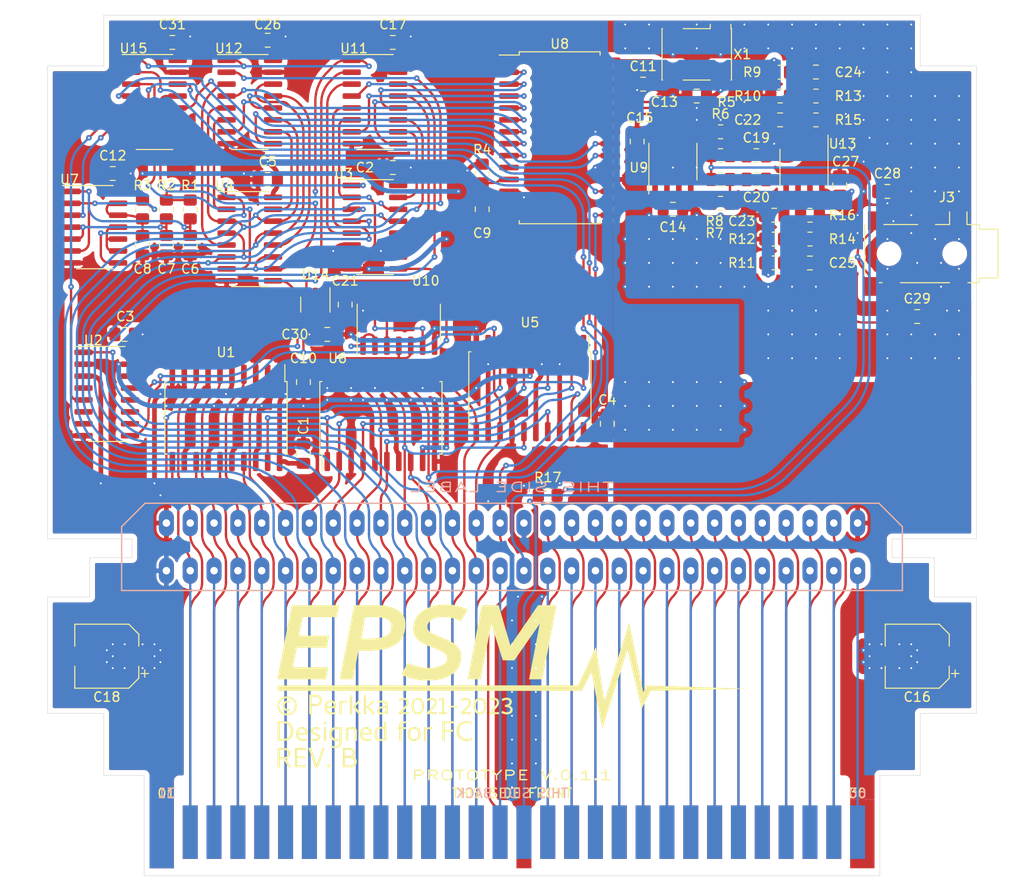
<source format=kicad_pcb>
(kicad_pcb (version 20211014) (generator pcbnew)
  (title_block (title "EPSM Expansion Audio FC") (date "2023-03-07") (rev "B p.0.1.1") (company "Perkka; Persune"))
  (layers (0 "F.Cu" mixed) (31 "B.Cu" mixed) (34 "B.Paste" user) (35 "F.Paste" user) (36 "B.SilkS" user "B.Silkscreen") (37 "F.SilkS" user "F.Silkscreen") (38 "B.Mask" user) (39 "F.Mask" user) (44 "Edge.Cuts" user))
  (net 0 "")
  (net 1 "/CPU_A11")
  (net 2 "/CPU_A10")
  (net 3 "/CPU_A9")
  (net 4 "/CPU_A8")
  (net 5 "/CPU_A7")
  (net 6 "/CPU_A6")
  (net 7 "/CPU_A5")
  (net 8 "/CPU_A4")
  (net 9 "/CPU_A3")
  (net 10 "/CPU_A2")
  (net 11 "/CPU_A1")
  (net 12 "/CPU_A0")
  (net 13 "/CPU_R~{W}")
  (net 14 "/~{IRQ}")
  (net 15 "/PPU_~{RD}")
  (net 16 "/CIRAM_A10")
  (net 17 "/PPU_A6")
  (net 18 "/PPU_A5")
  (net 19 "/PPU_A4")
  (net 20 "/PPU_A3")
  (net 21 "/PPU_A2")
  (net 22 "/PPU_A1")
  (net 23 "/PPU_A0")
  (net 24 "/PPU_D0")
  (net 25 "/PPU_D1")
  (net 26 "/PPU_D2")
  (net 27 "/PPU_D3")
  (net 28 "/M2")
  (net 29 "/CPU_A12")
  (net 30 "/CPU_A13")
  (net 31 "/CPU_A14")
  (net 32 "/CPU_D7")
  (net 33 "/CPU_D6")
  (net 34 "/CPU_D5")
  (net 35 "/CPU_D4")
  (net 36 "/CPU_D3")
  (net 37 "/CPU_D2")
  (net 38 "/CPU_D1")
  (net 39 "/CPU_D0")
  (net 40 "/~{ROMSEL}")
  (net 41 "/AUD_2A03")
  (net 42 "/AUD_RF")
  (net 43 "/PPU_~{WR}")
  (net 44 "/CIRAM_~{CE}")
  (net 45 "/PPU_~{A13}")
  (net 46 "/PPU_A7")
  (net 47 "/PPU_A8")
  (net 48 "/PPU_A9")
  (net 49 "/PPU_A10")
  (net 50 "/PPU_A11")
  (net 51 "/PPU_A12")
  (net 52 "/PPU_A13")
  (net 53 "/PPU_D7")
  (net 54 "/PPU_D6")
  (net 55 "/PPU_D5")
  (net 56 "/PPU_D4")
  (net 57 "Net-(C6-Pad1)")
  (net 58 "Net-(C7-Pad1)")
  (net 59 "Net-(C8-Pad1)")
  (net 60 "/OUT_1")
  (net 61 "Net-(R3-Pad1)")
  (net 62 "/$4016_EN")
  (net 63 "Net-(R5-Pad2)")
  (net 64 "/BUF_CS")
  (net 65 "/FF_RESET")
  (net 66 "Net-(C29-Pad1)")
  (net 67 "Net-(C29-Pad2)")
  (net 68 "/YM_D0")
  (net 69 "/YM_D1")
  (net 70 "/YM_D2")
  (net 71 "/YM_D3")
  (net 72 "/YM_D4")
  (net 73 "/YM_D5")
  (net 74 "/YM_D6")
  (net 75 "/YM_D7")
  (net 76 "/YM_CS")
  (net 77 "/~{OUT_1}")
  (net 78 "/~{CS}")
  (net 79 "/BUF_D0")
  (net 80 "/BUF_D1")
  (net 81 "/BUF_D3")
  (net 82 "/BUF_D2")
  (net 83 "/BUF_D4")
  (net 84 "/BUF_D5")
  (net 85 "/BUF_D7")
  (net 86 "/BUF_D6")
  (net 87 "/BUF_A1")
  (net 88 "/YM_A0")
  (net 89 "/BUF_A0")
  (net 90 "/YM_A1")
  (net 92 "Net-(R14-Pad2)")
  (net 93 "Net-(R7-Pad2)")
  (net 94 "Net-(R13-Pad2)")
  (net 95 "/$4016_~{CE}")
  (net 96 "/$40xx_~{CE}")
  (net 97 "/OUT_1_CE")
  (net 98 "Net-(C25-Pad2)")
  (net 99 "/AUD_EPSM")
  (net 100 "Net-(U7-Pad10)")
  (net 104 "Net-(U8-Pad28)")
  (net 105 "/$401x_~{CE}")
  (net 107 "Net-(C14-Pad1)")
  (net 108 "Net-(C19-Pad1)")
  (net 109 "Net-(C19-Pad2)")
  (net 110 "Net-(C20-Pad1)")
  (net 111 "Net-(C20-Pad2)")
  (net 112 "Net-(C24-Pad2)")
  (net 113 "Net-(C28-Pad1)")
  (net 114 "Net-(C28-Pad2)")
  (net 115 "Net-(J3-PadR1N)")
  (net 123 "VCC")
  (net 124 "GND")
  (net 125 "Net-(U8-Pad23)")
  (net 126 "Net-(U10-Pad12)")
  (net 127 "Net-(U10-Pad13)")
  (net 128 "Net-(U10-Pad10)")
  (net 129 "Net-(C9-Pad2)")
  (net 130 "Net-(U8-Pad24)")
  (net 131 "Net-(U8-Pad26)")
  (footprint "Package_SO:SOIC-16_3.9x9.9mm_P1.27mm" (layer "F.Cu") (at 112.395 55.245)
    (fp_text reference "U11")
    (fp_text value "74HC257")
  )
  (footprint "Capacitor_SMD:C_0805_2012Metric_Pad1.18x1.45mm_HandSolder" (layer "F.Cu") (at 137.16 89.535 -90)
    (fp_text reference "C4")
    (fp_text value "0.1uF")
  )
  (footprint "Package_SO:SOIC-14_3.9x8.7mm_P1.27mm" (layer "F.Cu") (at 82.55 68.58)
    (fp_text reference "U7")
    (fp_text value "74HC132")
  )
  (footprint "Package_SO:SOIC-16_3.9x9.9mm_P1.27mm" (layer "F.Cu") (at 112.395 68.58)
    (fp_text reference "U3")
    (fp_text value "74HC174")
  )
  (footprint "Resistor_SMD:R_0805_2012Metric_Pad1.20x1.40mm_HandSolder" (layer "F.Cu") (at 149.225 66.04 180)
    (fp_text reference "R7")
    (fp_text value "680")
  )
  (footprint "Resistor_SMD:R_0805_2012Metric_Pad1.20x1.40mm_HandSolder" (layer "F.Cu") (at 154.94 72.39)
    (fp_text reference "R11")
    (fp_text value "47K")
  )
  (footprint "Resistor_SMD:R_0805_2012Metric_Pad1.20x1.40mm_HandSolder" (layer "F.Cu") (at 130.81 97.155 180)
    (fp_text reference "R17")
    (fp_text value "1K")
  )
  (footprint "Capacitor_SMD:C_0805_2012Metric_Pad1.18x1.45mm_HandSolder" (layer "F.Cu") (at 161.925 64.135 -90)
    (fp_text reference "C27")
    (fp_text value "0.1uF")
  )
  (footprint "Capacitor_SMD:C_0805_2012Metric_Pad1.18x1.45mm_HandSolder" (layer "F.Cu") (at 85.725 80.01)
    (fp_text reference "C3")
    (fp_text value "0.1uF")
  )
  (footprint "Package_SO:SOIC-16_3.9x9.9mm_P1.27mm" (layer "F.Cu") (at 83.82 86.36)
    (fp_text reference "U2")
    (fp_text value "74HC139")
  )
  (footprint "Capacitor_SMD:C_0805_2012Metric_Pad1.18x1.45mm_HandSolder" (layer "F.Cu") (at 107.315 80.01 180)
    (fp_text reference "C30")
    (fp_text value "0.1uF")
  )
  (footprint "Capacitor_SMD:C_0805_2012Metric_Pad1.18x1.45mm_HandSolder" (layer "F.Cu") (at 87.63 70.50375 -90)
    (fp_text reference "C8")
    (fp_text value "68pF")
  )
  (footprint "Capacitor_SMD:C_0805_2012Metric_Pad1.18x1.45mm_HandSolder" (layer "F.Cu") (at 155.575 57.15 180)
    (fp_text reference "C22")
    (fp_text value "68pF")
  )
  (footprint "Capacitor_SMD:C_0805_2012Metric_Pad1.18x1.45mm_HandSolder" (layer "F.Cu") (at 90.805 48.895)
    (fp_text reference "C31")
    (fp_text value "0.1uF")
  )
  (footprint "Capacitor_SMD:C_0805_2012Metric_Pad1.18x1.45mm_HandSolder" (layer "F.Cu") (at 123.825 66.675 90)
    (fp_text reference "C9")
    (fp_text value "10uF")
  )
  (footprint "Capacitor_SMD:C_0805_2012Metric_Pad1.18x1.45mm_HandSolder" (layer "F.Cu") (at 100.965 63.5)
    (fp_text reference "C5")
    (fp_text value "0.1uF")
  )
  (footprint "Package_SO:SOIC-14_3.9x8.7mm_P1.27mm" (layer "F.Cu") (at 114.935 78.74 90)
    (fp_text reference "U10")
    (fp_text value "74HC132")
  )
  (footprint "Resistor_SMD:R_0805_2012Metric_Pad1.20x1.40mm_HandSolder" (layer "F.Cu") (at 149.225 60.96 180)
    (fp_text reference "R6")
    (fp_text value "3K")
  )
  (footprint "Capacitor_SMD:C_0805_2012Metric_Pad1.18x1.45mm_HandSolder" (layer "F.Cu") (at 170.18 78.105)
    (fp_text reference "C29")
    (fp_text value "10uF")
  )
  (footprint "EPSM-Famicom:HVC-ETROM-01" (layer "F.Cu") (at 127 127)
    (fp_text reference "J2" hide)
    (fp_text value "CONSOLE_M")
  )
  (footprint "Resistor_SMD:R_0805_2012Metric_Pad1.20x1.40mm_HandSolder" (layer "F.Cu") (at 87.63 66.69375 -90)
    (fp_text reference "R3")
    (fp_text value "1K")
  )
  (footprint "Capacitor_SMD:C_0805_2012Metric_Pad1.18x1.45mm_HandSolder" (layer "F.Cu") (at 158.75 72.4)
    (fp_text reference "C25")
    (fp_text value "10uF")
  )
  (footprint "Resistor_SMD:R_0805_2012Metric_Pad1.20x1.40mm_HandSolder" (layer "F.Cu") (at 155.575 54.61 180)
    (fp_text reference "R10")
    (fp_text value "47K")
  )
  (footprint "Package_SO:SOIC-20W_7.5x12.8mm_P1.27mm" (layer "F.Cu") (at 96.52 88.9 -90)
    (fp_text reference "U1")
    (fp_text value "74HC688")
  )
  (footprint "Oscillator:Oscillator_SMD_Abracon_ASV-4Pin_7.0x5.1mm" (layer "F.Cu") (at 146.685 50.165 180)
    (fp_text reference "X1")
    (fp_text value "SG-8002CA")
  )
  (footprint "Resistor_SMD:R_0805_2012Metric_Pad1.20x1.40mm_HandSolder" (layer "F.Cu") (at 149.225 63.5 180)
    (fp_text reference "R8")
    (fp_text value "3K")
  )
  (footprint "Resistor_SMD:R_0805_2012Metric_Pad1.20x1.40mm_HandSolder" (layer "F.Cu") (at 159.385 57.15)
    (fp_text reference "R15")
    (fp_text value "22K")
  )
  (footprint "Package_SO:SOIC-16_3.9x9.9mm_P1.27mm" (layer "F.Cu") (at 99.06 69.85)
    (fp_text reference "U4")
    (fp_text value "74HC174")
  )
  (footprint "EPSM-Famicom:EPSM_silkscreen" (layer "F.Cu") (at 127 117.475)
    (fp_text reference "Ref**" hide)
    (fp_text value "Val**" hide)
  )
  (footprint "Capacitor_SMD:C_0805_2012Metric_Pad1.18x1.45mm_HandSolder" (layer "F.Cu") (at 90.17 70.50375 -90)
    (fp_text reference "C7")
    (fp_text value "68pF")
  )
  (footprint "Resistor_SMD:R_0805_2012Metric_Pad1.20x1.40mm_HandSolder" (layer "F.Cu") (at 158.75 67.31)
    (fp_text reference "R16")
    (fp_text value "22K")
  )
  (footprint "Resistor_SMD:R_0805_2012Metric_Pad1.20x1.40mm_HandSolder" (layer "F.Cu") (at 159.385 54.61 180)
    (fp_text reference "R13")
    (fp_text value "8.2K")
  )
  (footprint "Package_SO:SOIC-8_3.9x4.9mm_P1.27mm" (layer "F.Cu") (at 144.145 61.595 90)
    (fp_text reference "U9")
    (fp_text value "BU9480F")
  )
  (footprint "EPSM-Famicom:Jack_3.5mm_PJ311_Horizontal" (layer "F.Cu") (at 176.78 71.4 -90)
    (fp_text reference "J3")
    (fp_text value "AudioJack4_SwitchTR1")
  )
  (footprint "Capacitor_SMD:C_0805_2012Metric_Pad1.18x1.45mm_HandSolder" (layer "F.Cu") (at 104.775 85.09 90)
    (fp_text reference "C10")
    (fp_text value "0.1uF")
  )
  (footprint "Package_SO:SOIC-16_3.9x9.9mm_P1.27mm" (layer "F.Cu") (at 99.06 55.245)
    (fp_text reference "U12")
    (fp_text value "74HC257")
  )
  (footprint "Capacitor_SMD:C_0805_2012Metric_Pad1.18x1.45mm_HandSolder" (layer "F.Cu") (at 114.3 48.895)
    (fp_text reference "C17")
    (fp_text value "0.1uF")
  )
  (footprint "Capacitor_SMD:C_0805_2012Metric_Pad1.18x1.45mm_HandSolder" (layer "F.Cu") (at 144.145 66.675)
    (fp_text reference "C14")
    (fp_text value "10uF")
  )
  (footprint "Resistor_SMD:R_0805_2012Metric_Pad1.20x1.40mm_HandSolder" (layer "F.Cu") (at 92.71 66.69375 -90)
    (fp_text reference "R1")
    (fp_text value "1K")
  )
  (footprint "Capacitor_SMD:C_0805_2012Metric_Pad1.18x1.45mm_HandSolder" (layer "F.Cu") (at 100.965 48.6625)
    (fp_text reference "C26")
    (fp_text value "0.1uF")
  )
  (footprint "Capacitor_SMD:CP_Elec_6.3x5.4" (layer "F.Cu") (at 170.18 114.3 180)
    (fp_text reference "C16")
    (fp_text value "100uF")
  )
  (footprint "Package_SO:SOIC-20W_7.5x12.8mm_P1.27mm" (layer "F.Cu") (at 128.905 85.725 -90)
    (fp_text reference "U5")
    (fp_text value "74HC688")
  )
  (footprint "Resistor_SMD:R_0805_2012Metric_Pad1.20x1.40mm_HandSolder" (layer "F.Cu") (at 123.825 62.865 -90)
    (fp_text reference "R4")
    (fp_text value "1K")
  )
  (footprint "Capacitor_SMD:C_0805_2012Metric_Pad1.18x1.45mm_HandSolder" (layer "F.Cu") (at 109.22 76.835 90)
    (fp_text reference "C21")
    (fp_text value "0.1uF")
  )
  (footprint "Capacitor_SMD:C_0805_2012Metric_Pad1.18x1.45mm_HandSolder" (layer "F.Cu") (at 153.035 60.96)
    (fp_text reference "C19")
    (fp_text value "10uF")
  )
  (footprint "Capacitor_SMD:C_0805_2012Metric_Pad1.18x1.45mm_HandSolder" (layer "F.Cu") (at 153.035 63.5)
    (fp_text reference "C20")
    (fp_text value "10uF")
  )
  (footprint "EPSM-Famicom:SOP-28_8.4x18.1mm_P1.27mm" (layer "F.Cu") (at 132.08 59.055)
    (fp_text reference "U8")
    (fp_text value "YMF288")
  )
  (footprint "Package_SO:SOIC-16_3.9x9.9mm_P1.27mm" (layer "F.Cu") (at 88.9 55.245)
    (fp_text reference "U15")
    (fp_text value "74HC257")
  )
  (footprint "Resistor_SMD:R_0805_2012Metric_Pad1.20x1.40mm_HandSolder" (layer "F.Cu") (at 158.75 69.85 180)
    (fp_text reference "R14")
    (fp_text value "8.2K")
  )
  (footprint "Capacitor_SMD:C_0805_2012Metric_Pad1.18x1.45mm_HandSolder" (layer "F.Cu") (at 154.94 67.31 180)
    (fp_text reference "C23")
    (fp_text value "68pF")
  )
  (footprint "Capacitor_SMD:C_0805_2012Metric_Pad1.18x1.45mm_HandSolder" (layer "F.Cu") (at 140.335 59.4575 90)
    (fp_text reference "C15")
    (fp_text value "0.1uF")
  )
  (footprint "Package_SO:SOIC-8_3.9x4.9mm_P1.27mm" (layer "F.Cu") (at 158.115 62.23 -90)
    (fp_text reference "U13")
    (fp_text value "LM358")
  )
  (footprint "Capacitor_SMD:C_0805_2012Metric_Pad1.18x1.45mm_HandSolder" (layer "F.Cu") (at 146.685 54.61 180)
    (fp_text reference "C13")
    (fp_text value "68pF")
  )
  (footprint "Resistor_SMD:R_0805_2012Metric_Pad1.20x1.40mm_HandSolder" (layer "F.Cu") (at 90.17 66.69375 -90)
    (fp_text reference "R2")
    (fp_text value "3K")
  )
  (footprint "Resistor_SMD:R_0805_2012Metric_Pad1.20x1.40mm_HandSolder" (layer "F.Cu") (at 155.575 52.07)
    (fp_text reference "R9")
    (fp_text value "47K")
  )
  (footprint "Resistor_SMD:R_0805_2012Metric_Pad1.20x1.40mm_HandSolder" (layer "F.Cu") (at 149.225 58.42 180)
    (fp_text reference "R5")
    (fp_text value "680")
  )
  (footprint "Capacitor_SMD:C_0805_2012Metric_Pad1.18x1.45mm_HandSolder" (layer "F.Cu") (at 104.775 92.71 -90)
    (fp_text reference "C1")
    (fp_text value "0.1uF")
  )
  (footprint "Package_TO_SOT_SMD:SOT-23-6" (layer "F.Cu") (at 106.045 76.835 -90)
    (fp_text reference "U14")
    (fp_text value "74LVC1G373")
  )
  (footprint "Capacitor_SMD:C_0805_2012Metric_Pad1.18x1.45mm_HandSolder" (layer "F.Cu") (at 92.71 70.50375 -90)
    (fp_text reference "C6")
    (fp_text value "68pF")
  )
  (footprint "Capacitor_SMD:C_0805_2012Metric_Pad1.18x1.45mm_HandSolder" (layer "F.Cu") (at 140.97 53.34 180)
    (fp_text reference "C11")
    (fp_text value "0.1uF")
  )
  (footprint "Capacitor_SMD:C_0805_2012Metric_Pad1.18x1.45mm_HandSolder" (layer "F.Cu") (at 167.005 64.77)
    (fp_text reference "C28")
    (fp_text value "10uF")
  )
  (footprint "Package_SO:SOIC-20W_7.5x12.8mm_P1.27mm" (layer "F.Cu") (at 113.03 88.9 90)
    (fp_text reference "U6")
    (fp_text value "74HC688")
  )
  (footprint "Resistor_SMD:R_0805_2012Metric_Pad1.20x1.40mm_HandSolder" (layer "F.Cu") (at 154.94 69.85 180)
    (fp_text reference "R12")
    (fp_text value "47K")
  )
  (footprint "Capacitor_SMD:C_0805_2012Metric_Pad1.18x1.45mm_HandSolder" (layer "F.Cu") (at 114.3 62.23)
    (fp_text reference "C2")
    (fp_text value "0.1uF")
  )
  (footprint "Capacitor_SMD:C_0805_2012Metric_Pad1.18x1.45mm_HandSolder" (layer "F.Cu") (at 84.455 62.865)
    (fp_text reference "C12")
    (fp_text value "0.1uF")
  )
  (footprint "Capacitor_SMD:CP_Elec_6.3x5.4" (layer "F.Cu") (at 83.82 114.3 180)
    (fp_text reference "C18")
    (fp_text value "100uF")
  )
  (footprint "Capacitor_SMD:C_0805_2012Metric_Pad1.18x1.45mm_HandSolder" (layer "F.Cu") (at 159.385 52.05)
    (fp_text reference "C24")
    (fp_text value "10uF")
  )
  (footprint "EPSM-Famicom:FC_CONN_F" (layer "B.Cu") (at 127 102.65)
    (fp_text reference "J1")
    (fp_text value "CARTRIDGE_F" hide)
  )
  (gr_line (start 82 108) (end 82 103.8) (layer "Edge.Cuts") (width 0.05))
  (gr_line (start 83.5 120.4) (end 77.5 120.4) (layer "Edge.Cuts") (width 0.05))
  (gr_line (start 170.5 127) (end 166.2 127) (layer "Edge.Cuts") (width 0.05))
  (gr_line (start 77.5 101.8) (end 77.5 51.4) (layer "Edge.Cuts") (width 0.05))
  (gr_line (start 176.5 108) (end 176.5 120.4) (layer "Edge.Cuts") (width 0.05))
  (gr_line (start 87.8 137.7) (end 87.8 127) (layer "Edge.Cuts") (width 0.05))
  (gr_line (start 176.5 120.4) (end 170.5 120.4) (layer "Edge.Cuts") (width 0.05))
  (gr_line (start 170.5 120.4) (end 170.5 127) (layer "Edge.Cuts") (width 0.05))
  (gr_line (start 172 108) (end 176.5 108) (layer "Edge.Cuts") (width 0.05))
  (gr_line (start 83.5 51.4) (end 83.5 46) (layer "Edge.Cuts") (width 0.05))
  (gr_line (start 167.5 103.8) (end 172 103.8) (layer "Edge.Cuts") (width 0.05))
  (gr_line (start 176.5 101.8) (end 167.5 101.8) (layer "Edge.Cuts") (width 0.05))
  (gr_line (start 83.5 127) (end 83.5 120.4) (layer "Edge.Cuts") (width 0.05))
  (gr_line (start 166.2 127) (end 166.2 137.7) (layer "Edge.Cuts") (width 0.05))
  (gr_line (start 77.5 108) (end 82 108) (layer "Edge.Cuts") (width 0.05))
  (gr_line (start 170.5 46) (end 170.5 51.4) (layer "Edge.Cuts") (width 0.05))
  (gr_line (start 87.8 127) (end 83.5 127) (layer "Edge.Cuts") (width 0.05))
  (gr_line (start 82 103.8) (end 86.5 103.8) (layer "Edge.Cuts") (width 0.05))
  (gr_line (start 172 103.8) (end 172 108) (layer "Edge.Cuts") (width 0.05))
  (gr_line (start 176.5 51.4) (end 170.5 51.4) (layer "Edge.Cuts") (width 0.05))
  (gr_line (start 86.5 103.8) (end 86.5 101.8) (layer "Edge.Cuts") (width 0.05))
  (gr_line (start 166.2 137.7) (end 87.8 137.7) (layer "Edge.Cuts") (width 0.05))
  (gr_line (start 176.5 51.4) (end 176.5 101.8) (layer "Edge.Cuts") (width 0.05))
  (gr_line (start 77.5 120.4) (end 77.5 108) (layer "Edge.Cuts") (width 0.05))
  (gr_line (start 86.5 101.8) (end 77.5 101.8) (layer "Edge.Cuts") (width 0.05))
  (gr_line (start 167.5 101.8) (end 167.5 103.8) (layer "Edge.Cuts") (width 0.05))
  (gr_line (start 77.5 51.4) (end 83.5 51.4) (layer "Edge.Cuts") (width 0.05))
  (gr_line (start 83.5 46) (end 170.5 46) (layer "Edge.Cuts") (width 0.05))
  (gr_text "31" (at 90.17 128.905) (layer "B.SilkS") (effects (font (size 1 1)) (justify mirror)))
  (gr_text "60" (at 163.83 128.905) (layer "B.SilkS") (effects (font (size 1 1)) (justify mirror)))
  (gr_text "THIS SIDE BACK" (at 127 128.905) (layer "B.SilkS") (effects (font (size 1 1)) (justify mirror)))
  (gr_text "30\n" (at 163.83 128.905) (layer "F.SilkS") (effects (font (size 1 1))))
  (gr_text "PROTOTYPE V.0.1.1" (at 127 127) (layer "F.SilkS") (effects (font (size 1 1.5))))
  (gr_text "THIS SIDE FRONT" (at 127 128.905) (layer "F.SilkS") (effects (font (size 1 1))))
  (gr_text "01" (at 90.17 128.905) (layer "F.SilkS") (effects (font (size 1 1))))
  (segment (start 90.805 94.0825) (end 90.805 93.55) (width 0.25) (layer "F.Cu") (net 1))
  (segment (start 92.71 99.0475) (end 92.71 98.95) (width 0.25) (layer "F.Cu") (net 1))
  (segment (start 92.71 99.0475) (end 92.71 101.1725) (width 0.25) (layer "F.Cu") (net 1))
  (segment (start 90.805 95.1475) (end 90.805 95.25) (width 0.25) (layer "F.Cu") (net 1))
  (segment (start 92.71 109.483025) (end 92.71 133.05) (width 0.25) (layer "F.Cu") (net 1))
  (segment (start 90.805 94.0825) (end 90.805 95.1475) (width 0.25) (layer "F.Cu") (net 1))
  (segment (start 91.254012 96.334012) (end 91.889756 96.969756) (width 0.25) (layer "F.Cu") (net 1))
  (segment (start 92.71 101.1725) (end 92.71 101.336974) (width 0.25) (layer "F.Cu") (net 1))
  (segment (start 93.98 106.416974) (end 93.98 104.403025) (width 0.25) (layer "F.Cu") (net 1))
  (arc (start 90.805 95.25) (mid 90.921694 95.836663) (end 91.254012 96.334012) (width 0.25) (layer "F.Cu") (net 1))
  (arc (start 93.345 107.95) (mid 92.875031 108.653357) (end 92.71 109.483025) (width 0.25) (layer "F.Cu") (net 1))
  (arc (start 93.345 102.87) (mid 93.814968 103.573357) (end 93.98 104.403025) (width 0.25) (layer "F.Cu") (net 1))
  (arc (start 91.889756 96.969756) (mid 92.496825 97.878299) (end 92.71 98.95) (width 0.25) (layer "F.Cu") (net 1))
  (arc (start 92.71 101.336974) (mid 92.875031 102.166641) (end 93.345 102.87) (width 0.25) (layer "F.Cu") (net 1))
  (arc (start 93.98 106.416974) (mid 93.814968 107.246641) (end 93.345 107.95) (width 0.25) (layer "F.Cu") (net 1))
  (segment (start 93.345 94.0825) (end 93.345 95.1475) (width 0.25) (layer "F.Cu") (net 2))
  (segment (start 95.25 109.483025) (end 95.25 133.05) (width 0.25) (layer "F.Cu") (net 2))
  (segment (start 95.25 99.0475) (end 95.25 98.95) (width 0.25) (layer "F.Cu") (net 2))
  (segment (start 93.345 95.25) (end 93.345 95.1475) (width 0.25) (layer "F.Cu") (net 2))
  (segment (start 96.52 106.416974) (end 96.52 104.403025) (width 0.25) (layer "F.Cu") (net 2))
  (segment (start 93.794012 96.334012) (end 94.429756 96.969756) (width 0.25) (layer "F.Cu") (net 2))
  (segment (start 95.25 99.0475) (end 95.25 101.1725) (width 0.25) (layer "F.Cu") (net 2))
  (segment (start 93.345 94.0825) (end 93.345 93.55) (width 0.25) (layer "F.Cu") (net 2))
  (segment (start 95.25 101.1725) (end 95.25 101.336974) (width 0.25) (layer "F.Cu") (net 2))
  (arc (start 95.885 107.95) (mid 95.415031 108.653357) (end 95.25 109.483025) (width 0.25) (layer "F.Cu") (net 2))
  (arc (start 95.25 101.336974) (mid 95.415031 102.166641) (end 95.885 102.87) (width 0.25) (layer "F.Cu") (net 2))
  (arc (start 95.885 102.87) (mid 96.354968 103.573357) (end 96.52 104.403025) (width 0.25) (layer "F.Cu") (net 2))
  (arc (start 96.52 106.416974) (mid 96.354968 107.246641) (end 95.885 107.95) (width 0.25) (layer "F.Cu") (net 2))
  (arc (start 93.345 95.25) (mid 93.461694 95.836663) (end 93.794012 96.334012) (width 0.25) (layer "F.Cu") (net 2))
  (arc (start 94.429756 96.969756) (mid 95.036825 97.878299) (end 95.25 98.95) (width 0.25) (layer "F.Cu") (net 2))
  (segment (start 95.885 94.0825) (end 95.885 93.55) (width 0.25) (layer "F.Cu") (net 3))
  (segment (start 97.79 99.0475) (end 97.79 98.95) (width 0.25) (layer "F.Cu") (net 3))
  (segment (start 97.79 99.0475) (end 97.79 101.1725) (width 0.25) (layer "F.Cu") (net 3))
  (segment (start 95.885 95.1475) (end 95.885 95.25) (width 0.25) (layer "F.Cu") (net 3))
  (segment (start 96.969756 96.969756) (end 96.334012 96.334012) (width 0.25) (layer "F.Cu") (net 3))
  (segment (start 97.79 101.1725) (end 97.79 101.336974) (width 0.25) (layer "F.Cu") (net 3))
  (segment (start 97.79 109.483025) (end 97.79 133.05) (width 0.25) (layer "F.Cu") (net 3))
  (segment (start 99.06 106.416974) (end 99.06 104.403025) (width 0.25) (layer "F.Cu") (net 3))
  (segment (start 95.885 94.0825) (end 95.885 95.1475) (width 0.25) (layer "F.Cu") (net 3))
  (arc (start 98.425 102.87) (mid 98.894968 103.573357) (end 99.06 104.403025) (width 0.25) (layer "F.Cu") (net 3))
  (arc (start 97.79 101.336974) (mid 97.955031 102.166641) (end 98.425 102.87) (width 0.25) (layer "F.Cu") (net 3))
  (arc (start 98.425 107.95) (mid 97.955031 108.653357) (end 97.79 109.483025) (width 0.25) (layer "F.Cu") (net 3))
  (arc (start 99.06 106.416974) (mid 98.894968 107.246641) (end 98.425 107.95) (width 0.25) (layer "F.Cu") (net 3))
  (arc (start 95.885 95.25) (mid 96.001694 95.836663) (end 96.334012 96.334012) (width 0.25) (layer "F.Cu") (net 3))
  (arc (start 96.969756 96.969756) (mid 97.576825 97.878299) (end 97.79 98.95) (width 0.25) (layer "F.Cu") (net 3))
  (segment (start 98.425 94.0825) (end 98.425 95.1475) (width 0.25) (layer "F.Cu") (net 4))
  (segment (start 100.33 98.95) (end 100.33 100.11) (width 0.25) (layer "F.Cu") (net 4))
  (segment (start 98.425 94.0825) (end 98.425 93.55) (width 0.25) (layer "F.Cu") (net 4))
  (segment (start 101.6 106.416974) (end 101.6 104.403025) (width 0.25) (layer "F.Cu") (net 4))
  (segment (start 98.425 95.1475) (end 98.425 95.25) (width 0.25) (layer "F.Cu") (net 4))
  (segment (start 100.33 109.483025) (end 100.33 133.05) (width 0.25) (layer "F.Cu") (net 4))
  (segment (start 100.33 101.336974) (end 100.33 100.11) (width 0.25) (layer "F.Cu") (net 4))
  (segment (start 99.509756 96.969756) (end 98.874012 96.334012) (width 0.25) (layer "F.Cu") (net 4))
  (arc (start 101.6 106.416974) (mid 101.434968 107.246641) (end 100.965 107.95) (width 0.25) (layer "F.Cu") (net 4))
  (arc (start 100.965 102.87) (mid 101.434968 103.573357) (end 101.6 104.403025) (width 0.25) (layer "F.Cu") (net 4))
  (arc (start 100.33 101.336974) (mid 100.495031 102.166641) (end 100.965 102.87) (width 0.25) (layer "F.Cu") (net 4))
  (arc (start 98.425 95.25) (mid 98.541694 95.836663) (end 98.874012 96.334012) (width 0.25) (layer "F.Cu") (net 4))
  (arc (start 99.509756 96.969756) (mid 100.116825 97.878299) (end 100.33 98.95) (width 0.25) (layer "F.Cu") (net 4))
  (arc (start 100.965 107.95) (mid 100.495031 108.653357) (end 100.33 109.483025) (width 0.25) (layer "F.Cu") (net 4))
  (segment (start 102.87 109.483025) (end 102.87 133.05) (width 0.25) (layer "F.Cu") (net 5))
  (segment (start 102.87 99.585) (end 102.87 100.635) (width 0.25) (layer "F.Cu") (net 5))
  (segment (start 100.443508 86.246491) (end 100.0125 86.6775) (width 0.25) (layer "F.Cu") (net 5))
  (segment (start 99.06 94.2975) (end 99.06 88.977038) (width 0.25) (layer "F.Cu") (net 5))
  (segment (start 102.87 101.336974) (end 102.87 100.635) (width 0.25) (layer "F.Cu") (net 5))
  (segment (start 100.965 84.9875) (end 100.965 84.25) (width 0.25) (layer "F.Cu") (net 5))
  (segment (start 102.498768 98.688768) (end 99.284506 95.474506) (width 0.25) (layer "F.Cu") (net 5))
  (segment (start 99.06 94.2975) (end 99.06 94.9325) (width 0.25) (layer "F.Cu") (net 5))
  (segment (start 104.14 106.416974) (end 104.14 104.403025) (width 0.25) (layer "F.Cu") (net 5))
  (arc (start 104.14 106.416974) (mid 103.974968 107.246641) (end 103.505 107.95) (width 0.25) (layer "F.Cu") (net 5))
  (arc (start 102.498768 98.688768) (mid 102.773519 99.099963) (end 102.87 99.585) (width 0.25) (layer "F.Cu") (net 5))
  (arc (start 102.87 101.336974) (mid 103.035031 102.166641) (end 103.505 102.87) (width 0.25) (layer "F.Cu") (net 5))
  (arc (start 100.965 84.9875) (mid 100.829468 85.668861) (end 100.443508 86.246491) (width 0.25) (layer "F.Cu") (net 5))
  (arc (start 103.505 102.87) (mid 103.974968 103.573357) (end 104.14 104.403025) (width 0.25) (layer "F.Cu") (net 5))
  (arc (start 100.0125 86.6775) (mid 99.307546 87.732537) (end 99.06 88.977038) (width 0.25) (layer "F.Cu") (net 5))
  (arc (start 103.505 107.95) (mid 103.035031 108.653357) (end 102.87 109.483025) (width 0.25) (layer "F.Cu") (net 5))
  (arc (start 99.06 94.9325) (mid 99.118347 95.225831) (end 99.284506 95.474506) (width 0.25) (layer "F.Cu") (net 5))
  (segment (start 105.41 109.483025) (end 105.41 133.05) (width 0.25) (layer "F.Cu") (net 6))
  (segment (start 108.585 93.0175) (end 108.585 89.535) (width 0.25) (layer "F.Cu") (net 6))
  (segment (start 108.585 93.0175) (end 108.585 94.0825) (width 0.25) (layer "F.Cu") (net 6))
  (segment (start 105.78123 98.688768) (end 108.135987 96.334012) (width 0.25) (layer "F.Cu") (net 6))
  (segment (start 106.68 104.403025) (end 106.68 106.416974) (width 0.25) (layer "F.Cu") (net 6))
  (segment (start 105.41 99.585) (end 105.41 100.635) (width 0.25) (layer "F.Cu") (net 6))
  (segment (start 128.27 85.725) (end 128.27 81.075) (width 0.25) (layer "F.Cu") (net 6))
  (segment (start 105.41 100.635) (end 105.41 101.336974) (width 0.25) (layer "F.Cu") (net 6))
  (segment (start 108.585 94.0825) (end 108.585 95.1475) (width 0.25) (layer "F.Cu") (net 6))
  (segment (start 108.585 95.25) (end 108.585 95.1475) (width 0.25) (layer "F.Cu") (net 6))
  (via (at 128.27 85.725) (size 0.6) (drill 0.2) (layers "F.Cu" "B.Cu") (net 6))
  (via (at 108.585 89.535) (size 0.6) (drill 0.2) (layers "F.Cu" "B.Cu") (net 6))
  (arc (start 105.78123 98.688768) (mid 105.506479 99.099963) (end 105.41 99.585) (width 0.25) (layer "F.Cu") (net 6))
  (arc (start 108.585 95.25) (mid 108.468305 95.836663) (end 108.135987 96.334012) (width 0.25) (layer "F.Cu") (net 6))
  (arc (start 106.045 102.87) (mid 106.514968 103.573357) (end 106.68 104.403025) (width 0.25) (layer "F.Cu") (net 6))
  (arc (start 106.045 107.95) (mid 105.575031 108.653357) (end 105.41 109.483025) (width 0.25) (layer "F.Cu") (net 6))
  (arc (start 106.68 106.416974) (mid 106.514968 107.246641) (end 106.045 107.95) (width 0.25) (layer "F.Cu") (net 6))
  (arc (start 105.41 101.336974) (mid 105.575031 102.166641) (end 106.045 102.87) (width 0.25) (layer "F.Cu") (net 6))
  (segment (start 128.27 85.725) (end 127.635 86.36) (width 0.25) (layer "B.Cu") (net 6))
  (segment (start 109.669012 88.9) (end 121.973672 88.9) (width 0.25) (layer "B.Cu") (net 6))
  (segment (start 125.412499 87.947499) (end 126.229949 87.45703) (width 0.25) (layer "B.Cu") (net 6))
  (segment (start 108.9025 89.2175) (end 108.585 89.535) (width 0.25) (layer "B.Cu") (net 6))
  (arc (start 127.635 86.36) (mid 126.96611 86.951594) (end 126.229949 87.45703) (width 0.25) (layer "B.Cu") (net 6))
  (arc (start 125.412499 87.947499) (mid 123.757824 88.657474) (end 121.973672 88.9) (width 0.25) (layer "B.Cu") (net 6))
  (arc (start 109.669012 88.9) (mid 109.254178 88.982515) (end 108.9025 89.2175) (width 0.25) (layer "B.Cu") (net 6))
  (segment (start 108.545737 97.829262) (end 110.900493 95.474506) (width 0.25) (layer "F.Cu") (net 7))
  (segment (start 111.125 94.2975) (end 111.125 94.9325) (width 0.25) (layer "F.Cu") (net 7))
  (segment (start 130.81 85.725) (end 130.81 81.075) (width 0.25) (layer "F.Cu") (net 7))
  (segment (start 111.125 93.0175) (end 111.125 89.535) (width 0.25) (layer "F.Cu") (net 7))
  (segment (start 111.125 94.0825) (end 111.125 94.2975) (width 0.25) (layer "F.Cu") (net 7))
  (segment (start 109.22 106.416974) (end 109.22 104.403025) (width 0.25) (layer "F.Cu") (net 7))
  (segment (start 107.95 100.9525) (end 107.95 101.336974) (width 0.25) (layer "F.Cu") (net 7))
  (segment (start 107.95 109.483025) (end 107.95 133.05) (width 0.25) (layer "F.Cu") (net 7))
  (segment (start 111.125 93.0175) (end 111.125 94.0825) (width 0.25) (layer "F.Cu") (net 7))
  (segment (start 107.95 99.2675) (end 107.95 100.9525) (width 0.25) (layer "F.Cu") (net 7))
  (via (at 130.81 85.725) (size 0.6) (drill 0.2) (layers "F.Cu" "B.Cu") (net 7))
  (via (at 111.125 89.535) (size 0.6) (drill 0.2) (layers "F.Cu" "B.Cu") (net 7))
  (arc (start 111.125 94.9325) (mid 111.066652 95.225831) (end 110.900493 95.474506) (width 0.25) (layer "F.Cu") (net 7))
  (arc (start 108.585 107.95) (mid 108.115031 108.653357) (end 107.95 109.483025) (width 0.25) (layer "F.Cu") (net 7))
  (arc (start 109.22 106.416974) (mid 109.054968 107.246641) (end 108.585 107.95) (width 0.25) (layer "F.Cu") (net 7))
  (arc (start 107.95 101.336974) (mid 108.115031 102.166641) (end 108.585 102.87) (width 0.25) (layer "F.Cu") (net 7))
  (arc (start 108.585 102.87) (mid 109.054968 103.573357) (end 109.22 104.403025) (width 0.25) (layer "F.Cu") (net 7))
  (arc (start 108.545737 97.829262) (mid 108.104826 98.489131) (end 107.95 99.2675) (width 0.25) (layer "F.Cu") (net 7))
  (segment (start 122.608672 89.535) (end 111.125 89.535) (width 0.25) (layer "B.Cu") (net 7))
  (segment (start 130.175 85.725) (end 130.81 85.725) (width 0.25) (layer "B.Cu") (net 7))
  (segment (start 126.047499 88.582499) (end 126.479924 88.323045) (width 0.25) (layer "B.Cu") (net 7))
  (segment (start 129.090987 86.174012) (end 128.5875 86.6775) (width 0.25) (layer "B.Cu") (net 7))
  (arc (start 126.047499 88.582499) (mid 124.392824 89.292474) (end 122.608672 89.535) (width 0.25) (layer "B.Cu") (net 7))
  (arc (start 130.175 85.725) (mid 129.588336 85.841694) (end 129.090987 86.174012) (width 0.25) (layer "B.Cu") (net 7))
  (arc (start 128.5875 86.6775) (mid 127.584165 87.564892) (end 126.479924 88.323045) (width 0.25) (layer "B.Cu") (net 7))
  (segment (start 112.580987 96.334012) (end 111.085737 97.829262) (width 0.25) (layer "F.Cu") (net 8))
  (segment (start 111.646491 86.246491) (end 112.0775 86.6775) (width 0.25) (layer "F.Cu") (net 8))
  (segment (start 113.03 88.977038) (end 113.03 93.98) (width 0.25) (layer "F.Cu") (net 8))
  (segment (start 110.49 109.483025) (end 110.49 133.05) (width 0.25) (layer "F.Cu") (net 8))
  (segment (start 113.03 93.98) (end 113.03 95.25) (width 0.25) (layer "F.Cu") (net 8))
  (segment (start 110.49 99.2675) (end 110.49 100.9525) (width 0.25) (layer "F.Cu") (net 8))
  (segment (start 111.125 84.9875) (end 111.125 84.25) (width 0.25) (layer "F.Cu") (net 8))
  (segment (start 110.49 100.9525) (end 110.49 101.336974) (width 0.25) (layer "F.Cu") (net 8))
  (segment (start 133.35 85.725) (end 133.35 81.075) (width 0.25) (layer "F.Cu") (net 8))
  (segment (start 111.76 106.416974) (end 111.76 104.403025) (width 0.25) (layer "F.Cu") (net 8))
  (via (at 133.35 85.725) (size 0.6) (drill 0.2) (layers "F.Cu" "B.Cu") (net 8))
  (via (at 113.03 90.17) (size 0.6) (drill 0.2) (layers "F.Cu" "B.Cu") (net 8))
  (arc (start 113.03 95.25) (mid 112.913305 95.836663) (end 112.580987 96.334012) (width 0.25) (layer "F.Cu") (net 8))
  (arc (start 110.49 101.336974) (mid 110.655031 102.166641) (end 111.125 102.87) (width 0.25) (layer "F.Cu") (net 8))
  (arc (start 112.0775 86.6775) (mid 112.782453 87.732537) (end 113.03 88.977038) (width 0.25) (layer "F.Cu") (net 8))
  (arc (start 111.125 107.95) (mid 110.655031 108.653357) (end 110.49 109.483025) (width 0.25) (layer "F.Cu") (net 8))
  (arc (start 111.76 106.416974) (mid 111.594968 107.246641) (end 111.125 107.95) (width 0.25) (layer "F.Cu") (net 8))
  (arc (start 111.125 84.9875) (mid 111.260531 85.668861) (end 111.646491 86.246491) (width 0.25) (layer "F.Cu") (net 8))
  (arc (start 111.125 102.87) (mid 111.594968 103.573357) (end 111.76 104.403025) (width 0.25) (layer "F.Cu") (net 8))
  (arc (start 111.085737 97.829262) (mid 110.644827 98.489131) (end 110.49 99.2675) (width 0.25) (layer "F.Cu") (net 8))
  (segment (start 129.222499 87.312499) (end 129.725987 86.809012) (width 0.25) (layer "B.Cu") (net 8))
  (segment (start 133.35 85.725) (end 132.047413 86.159195) (width 0.25) (layer "B.Cu") (net 8))
  (segment (start 127.114924 88.958045) (end 126.6825 89.2175) (width 0.25) (layer "B.Cu") (net 8))
  (segment (start 123.243672 90.17) (end 113.03 90.17) (width 0.25) (layer "B.Cu") (net 8))
  (arc (start 129.222499 87.312499) (mid 128.219165 88.199892) (end 127.114924 88.958045) (width 0.25) (layer "B.Cu") (net 8))
  (arc (start 132.047413 86.159195) (mid 131.4368 86.309472) (end 130.81 86.36) (width 0.25) (layer "B.Cu") (net 8))
  (arc (start 126.6825 89.2175) (mid 125.027824 89.927474) (end 123.243672 90.17) (width 0.25) (layer "B.Cu") (net 8))
  (arc (start 130.81 86.36) (mid 130.223336 86.476694) (end 129.725987 86.809012) (width 0.25) (layer "B.Cu") (net 8))
  (segment (start 113.665 93.0175) (end 113.665 91.44) (width 0.25) (layer "F.Cu") (net 9))
  (segment (start 114.3 106.416974) (end 114.3 104.403025) (width 0.25) (layer "F.Cu") (net 9))
  (segment (start 113.665 96.070987) (end 113.665 95.1475) (width 0.25) (layer "F.Cu") (net 9))
  (segment (start 113.03 109.483025) (end 113.03 133.05) (width 0.25) (layer "F.Cu") (net 9))
  (segment (start 113.665 93.0175) (end 113.665 94.0825) (width 0.25) (layer "F.Cu") (net 9))
  (segment (start 130.81 88.265) (end 130.81 90.375) (width 0.25) (layer "F.Cu") (net 9))
  (segment (start 113.03 99.0475) (end 113.03 97.604012) (width 0.25) (layer "F.Cu") (net 9))
  (segment (start 113.665 94.0825) (end 113.665 95.1475) (width 0.25) (layer "F.Cu") (net 9))
  (segment (start 113.03 101.1725) (end 113.03 101.336974) (width 0.25) (layer "F.Cu") (net 9))
  (segment (start 113.03 99.0475) (end 113.03 101.1725) (width 0.25) (layer "F.Cu") (net 9))
  (via (at 113.665 91.44) (size 0.6) (drill 0.2) (layers "F.Cu" "B.Cu") (net 9))
  (via (at 130.81 88.265) (size 0.6) (drill 0.2) (layers "F.Cu" "B.Cu") (net 9))
  (arc (start 113.3475 96.8375) (mid 113.112515 97.189178) (end 113.03 97.604012) (width 0.25) (layer "F.Cu") (net 9))
  (arc (start 113.03 101.336974) (mid 113.195031 102.166641) (end 113.665 102.87) (width 0.25) (layer "F.Cu") (net 9))
  (arc (start 113.665 107.95) (mid 113.195031 108.653357) (end 113.03 109.483025) (width 0.25) (layer "F.Cu") (net 9))
  (arc (start 113.665 96.070987) (mid 113.582484 96.48582) (end 113.3475 96.8375) (width 0.25) (layer "F.Cu") (net 9))
  (arc (start 113.665 102.87) (mid 114.134968 103.573357) (end 114.3 104.403025) (width 0.25) (layer "F.Cu") (net 9))
  (arc (start 114.3 106.416974) (mid 114.134968 107.246641) (end 113.665 107.95) (width 0.25) (layer "F.Cu") (net 9))
  (segment (start 127.952499 90.487499) (end 128.769949 89.99703) (width 0.25) (layer "B.Cu") (net 9))
  (segment (start 130.175 88.9) (end 130.81 88.265) (width 0.25) (layer "B.Cu") (net 9))
  (segment (start 124.513672 91.44) (end 113.665 91.44) (width 0.25) (layer "B.Cu") (net 9))
  (arc (start 127.952499 90.487499) (mid 126.297824 91.197474) (end 124.513672 91.44) (width 0.25) (layer "B.Cu") (net 9))
  (arc (start 130.175 88.9) (mid 129.50611 89.491594) (end 128.769949 89.99703) (width 0.25) (layer "B.Cu") (net 9))
  (segment (start 115.57 91.8675) (end 115.57 97.3625) (width 0.25) (layer "F.Cu") (net 10))
  (segment (start 115.57 109.483025) (end 115.57 133.05) (width 0.25) (layer "F.Cu") (net 10))
  (segment (start 114.6175 86.6775) (end 114.186491 86.246491) (width 0.25) (layer "F.Cu") (net 10))
  (segment (start 115.57 101.336974) (end 115.57 100.11) (width 0.25) (layer "F.Cu") (net 10))
  (segment (start 115.57 97.3625) (end 115.57 100.11) (width 0.25) (layer "F.Cu") (net 10))
  (segment (start 115.57 91.8675) (end 115.57 88.977038) (width 0.25) (layer "F.Cu") (net 10))
  (segment (start 128.27 92.075) (end 128.27 90.375) (width 0.25) (layer "F.Cu") (net 10))
  (segment (start 116.84 106.416974) (end 116.84 104.403025) (width 0.25) (layer "F.Cu") (net 10))
  (segment (start 113.665 84.9875) (end 113.665 84.25) (width 0.25) (layer "F.Cu") (net 10))
  (via (at 115.57 92.075) (size 0.6) (drill 0.2) (layers "F.Cu" "B.Cu") (net 10))
  (via (at 128.27 92.075) (size 0.6) (drill 0.2) (layers "F.Cu" "B.Cu") (net 10))
  (arc (start 114.6175 86.6775) (mid 115.322453 87.732537) (end 115.57 88.977038) (width 0.25) (layer "F.Cu") (net 10))
  (arc (start 116.205 107.95) (mid 115.735031 108.653357) (end 115.57 109.483025) (width 0.25) (layer "F.Cu") (net 10))
  (arc (start 115.57 101.336974) (mid 115.735031 102.166641) (end 116.205 102.87) (width 0.25) (layer "F.Cu") (net 10))
  (arc (start 113.665 84.9875) (mid 113.800531 85.668861) (end 114.186491 86.246491) (width 0.25) (layer "F.Cu") (net 10))
  (arc (start 116.84 106.416974) (mid 116.674968 107.246641) (end 116.205 107.95) (width 0.25) (layer "F.Cu") (net 10))
  (arc (start 116.205 102.87) (mid 116.674968 103.573357) (end 116.84 104.403025) (width 0.25) (layer "F.Cu") (net 10))
  (segment (start 120.200987 92.71) (end 116.654012 92.71) (width 0.25) (layer "B.Cu") (net 10))
  (segment (start 128.27 92.075) (end 121.734012 92.075) (width 0.25) (layer "B.Cu") (net 10))
  (segment (start 115.57 92.075) (end 115.8875 92.3925) (width 0.25) (layer "B.Cu") (net 10))
  (arc (start 120.9675 92.3925) (mid 120.61582 92.627484) (end 120.200987 92.71) (width 0.25) (layer "B.Cu") (net 10))
  (arc (start 115.8875 92.3925) (mid 116.239178 92.627484) (end 116.654012 92.71) (width 0.25) (layer "B.Cu") (net 10))
  (arc (start 121.734012 92.075) (mid 121.319178 92.157515) (end 120.9675 92.3925) (width 0.25) (layer "B.Cu") (net 10))
  (segment (start 119.38 106.416974) (end 119.38 104.403025) (width 0.25) (layer "F.Cu") (net 11))
  (segment (start 118.11 109.483025) (end 118.11 133.05) (width 0.25) (layer "F.Cu") (net 11))
  (segment (start 116.205 95.25) (end 117.1575 96.2025) (width 0.25) (layer "F.Cu") (net 11))
  (segment (start 116.205 95.25) (end 116.205 94.9325) (width 0.25) (layer "F.Cu") (net 11))
  (segment (start 92.71 53.975) (end 92.71 53.6575) (width 0.25) (layer "F.Cu") (net 11))
  (segment (start 118.11 98.502038) (end 118.11 100.11) (width 0.25) (layer "F.Cu") (net 11))
  (segment (start 92.3925 53.34) (end 90.74 53.34) (width 0.25) (layer "F.Cu") (net 11))
  (segment (start 116.205 94.2975) (end 116.205 94.9325) (width 0.25) (layer "F.Cu") (net 11))
  (segment (start 116.205 94.2975) (end 116.205 93.55) (width 0.25) (layer "F.Cu") (net 11))
  (segment (start 135.255 72.39) (end 135.255 78.74) (width 0.25) (layer "F.Cu") (net 11))
  (segment (start 118.11 101.336974) (end 118.11 100.11) (width 0.25) (layer "F.Cu") (net 11))
  (via (at 135.255 78.74) (size 0.6) (drill 0.2) (layers "F.Cu" "B.Cu") (net 11))
  (via (at 135.255 72.39) (size 0.6) (drill 0.2) (layers "F.Cu" "B.Cu") (net 11))
  (via (at 116.205 95.25) (size 0.6) (drill 0.2) (layers "F.Cu" "B.Cu") (net 11))
  (via (at 92.71 53.975) (size 0.6) (drill 0.2) (layers "F.Cu" "B.Cu") (net 11))
  (arc (start 117.1575 96.2025) (mid 117.862453 97.257537) (end 118.11 98.502038) (width 0.25) (layer "F.Cu") (net 11))
  (arc (start 119.38 106.416974) (mid 119.214968 107.246641) (end 118.745 107.95) (width 0.25) (layer "F.Cu") (net 11))
  (arc (start 118.745 102.87) (mid 119.214968 103.573357) (end 119.38 104.403025) (width 0.25) (layer "F.Cu") (net 11))
  (arc (start 92.71 53.6575) (mid 92.617006 53.432993) (end 92.3925 53.34) (width 0.25) (layer "F.Cu") (net 11))
  (arc (start 118.745 107.95) (mid 118.275031 108.653357) (end 118.11 109.483025) (width 0.25) (layer "F.Cu") (net 11))
  (arc (start 118.11 101.336974) (mid 118.275031 102.166641) (end 118.745 102.87) (width 0.25) (layer "F.Cu") (net 11))
  (segment (start 132.002961 63.5) (end 129.54 63.5) (width 0.25) (layer "B.Cu") (net 11))
  (segment (start 117.924012 95.885) (end 118.295987 95.885) (width 0.25) (layer "B.Cu") (net 11))
  (segment (start 135.363948 88.791051) (end 129.803025 94.351974) (width 0.25) (layer "B.Cu") (net 11))
  (segment (start 135.255 78.74) (end 136.710987 80.195987) (width 0.25) (layer "B.Cu") (net 11))
  (segment (start 105.0925 60.325) (end 100.6475 60.325) (width 0.25) (layer "B.Cu") (net 11))
  (segment (start 137.16 81.28) (end 137.16 82.55) (width 0.25) (layer "B.Cu") (net 11))
  (segment (start 125.095 95.25) (end 119.829012 95.25) (width 0.25) (layer "B.Cu") (net 11))
  (segment (start 135.255 66.752038) (end 135.255 72.39) (width 0.25) (layer "B.Cu") (net 11))
  (segment (start 124.831974 62.601974) (end 123.228519 60.998519) (width 0.25) (layer "B.Cu") (net 11))
  (segment (start 127.635 95.25) (end 125.095 95.25) (width 0.25) (layer "B.Cu") (net 11))
  (segment (start 119.6975 60.325) (end 105.0925 60.325) (width 0.25) (layer "B.Cu") (net 11))
  (segment (start 92.71 53.975) (end 92.71 54.2925) (width 0.25) (layer "B.Cu") (net 11))
  (segment (start 116.205 95.25) (end 116.5225 95.25) (width 0.25) (layer "B.Cu") (net 11))
  (segment (start 117.1575 95.5675) (end 117.064506 95.474506) (width 0.25) (layer "B.Cu") (net 11))
  (segment (start 92.934506 54.834506) (end 96.853455 58.753455) (width 0.25) (layer "B.Cu") (net 11))
  (segment (start 121.6025 60.325) (end 119.6975 60.325) (width 0.25) (layer "B.Cu") (net 11))
  (segment (start 137.16 84.455) (end 137.16 82.55) (width 0.25) (layer "B.Cu") (net 11))
  (segment (start 129.54 63.5) (end 127 63.5) (width 0.25) (layer "B.Cu") (net 11))
  (arc (start 134.3025 64.4525) (mid 133.247462 63.747546) (end 132.002961 63.5) (width 0.25) (layer "B.Cu") (net 11))
  (arc (start 129.803025 94.351974) (mid 128.808326 95.01661) (end 127.635 95.25) (width 0.25) (layer "B.Cu") (net 11))
  (arc (start 136.710987 80.195987) (mid 137.043305 80.693336) (end 137.16 81.28) (width 0.25) (layer "B.Cu") (net 11))
  (arc (start 123.228519 60.998519) (mid 122.482495 60.500041) (end 121.6025 60.325) (width 0.25) (layer "B.Cu") (net 11))
  (arc (start 124.831974 62.601974) (mid 125.826672 63.26661) (end 127 63.5) (width 0.25) (layer "B.Cu") (net 11))
  (arc (start 119.0625 95.5675) (mid 118.71082 95.802484) (end 118.295987 95.885) (width 0.25) (layer "B.Cu") (net 11))
  (arc (start 117.1575 95.5675) (mid 117.509178 95.802484) (end 117.924012 95.885) (width 0.25) (layer "B.Cu") (net 11))
  (arc (start 119.829012 95.25) (mid 119.414178 95.332515) (end 119.0625 95.5675) (width 0.25) (layer "B.Cu") (net 11))
  (arc (start 137.16 84.455) (mid 136.693221 86.801653) (end 135.363948 88.791051) (width 0.25) (layer "B.Cu") (net 11))
  (arc (start 96.853455 58.753455) (mid 98.594177 59.916568) (end 100.6475 60.325) (width 0.25) (layer "B.Cu") (net 11))
  (arc (start 134.3025 64.4525) (mid 135.007453 65.507537) (end 135.255 66.752038) (width 0.25) (layer "B.Cu") (net 11))
  (arc (start 92.71 54.2925) (mid 92.768347 54.585831) (end 92.934506 54.834506) (width 0.25) (layer "B.Cu") (net 11))
  (arc (start 117.064506 95.474506) (mid 116.815831 95.308347) (end 116.5225 95.25) (width 0.25) (layer "B.Cu") (net 11))
  (segment (start 118.11 93.98) (end 118.11 88.977038) (width 0.25) (layer "F.Cu") (net 12))
  (segment (start 120.65 99.2675) (end 120.65 100.11) (width 0.25) (layer "F.Cu") (net 12))
  (segment (start 88.450987 52.07) (end 86.425 52.07) (width 0.25) (layer "F.Cu") (net 12))
  (segment (start 120.65 101.336974) (end 120.65 100.11) (width 0.25) (layer "F.Cu") (net 12))
  (segment (start 118.11 93.98) (end 118.11 95.25) (width 0.25) (layer "F.Cu") (net 12))
  (segment (start 116.726491 86.246491) (end 117.1575 86.6775) (width 0.25) (layer "F.Cu") (net 12))
  (segment (start 121.92 106.416974) (end 121.92 104.403025) (width 0.25) (layer "F.Cu") (net 12))
  (segment (start 120.65 109.483025) (end 120.65 133.05) (width 0.25) (layer "F.Cu") (net 12))
  (segment (start 134.62 71.755) (end 134.62 79.375) (width 0.25) (layer "F.Cu") (net 12))
  (segment (start 120.054262 97.829262) (end 118.559012 96.334012) (width 0.25) (layer "F.Cu") (net 12))
  (segment (start 89.535 53.975) (end 89.535 53.154012) (width 0.25) (layer "F.Cu") (net 12))
  (segment (start 116.205 84.9875) (end 116.205 84.25) (width 0.25) (layer "F.Cu") (net 12))
  (via (at 134.62 71.755) (size 0.6) (drill 0.2) (layers "F.Cu" "B.Cu") (net 12))
  (via (at 118.11 95.25) (size 0.6) (drill 0.2) (layers "F.Cu" "B.Cu") (net 12))
  (via (at 134.62 79.375) (size 0.6) (drill 0.2) (layers "F.Cu" "B.Cu") (net 12))
  (via (at 89.535 53.975) (size 0.6) (drill 0.2) (layers "F.Cu" "B.Cu") (net 12))
  (arc (start 120.054262 97.829262) (mid 120.495172 98.489131) (end 120.65 99.2675) (width 0.25) (layer "F.Cu") (net 12))
  (arc (start 89.2175 52.3875) (mid 89.452484 52.739178) (end 89.535 53.154012) (width 0.25) (layer "F.Cu") (net 12))
  (arc (start 120.65 101.336974) (mid 120.815031 102.166641) (end 121.285 102.87) (width 0.25) (layer "F.Cu") (net 12))
  (arc (start 118.11 95.25) (mid 118.226694 95.836663) (end 118.559012 96.334012) (width 0.25) (layer "F.Cu") (net 12))
  (arc (start 121.92 106.416974) (mid 121.754968 107.246641) (end 121.285 107.95) (width 0.25) (layer "F.Cu") (net 12))
  (arc (start 89.2175 52.3875) (mid 88.86582 52.152515) (end 88.450987 52.07) (width 0.25) (layer "F.Cu") (net 12))
  (arc (start 116.205 84.9875) (mid 116.340531 85.668861) (end 116.726491 86.246491) (width 0.25) (layer "F.Cu") (net 12))
  (arc (start 121.285 102.87) (mid 121.754968 103.573357) (end 121.92 104.403025) (width 0.25) (layer "F.Cu") (net 12))
  (arc (start 117.1575 86.6775) (mid 117.862453 87.732537) (end 118.11 88.977038) (width 0.25) (layer "F.Cu") (net 12))
  (arc (start 121.285 107.95) (mid 120.815031 108.653357) (end 120.65 109.483025) (width 0.25) (layer "F.Cu") (net 12))
  (segment (start 91.254012 54.424012) (end 95.993948 59.163948) (width 0.25) (layer "B.Cu") (net 12))
  (segment (start 118.4275 94.9325) (end 118.11 95.25) (width 0.25) (layer "B.Cu") (net 12))
  (segment (start 105.41 60.96) (end 100.33 60.96) (width 0.25) (layer "B.Cu") (net 12))
  (segment (start 119.194012 94.615) (end 125.4125 94.615) (width 0.25) (layer "B.Cu") (net 12))
  (segment (start 128.943519 93.94148) (end 134.953455 87.931544) (width 0.25) (layer "B.Cu") (net 12))
  (segment (start 134.62 67.387038) (end 134.62 71.755) (width 0.25) (layer "B.Cu") (net 12))
  (segment (start 136.300493 81.055493) (end 134.62 79.375) (width 0.25) (layer "B.Cu") (net 12))
  (segment (start 123.972467 63.012467) (end 122.369012 61.409012) (width 0.25) (layer "B.Cu") (net 12))
  (segment (start 136.525 81.5975) (end 136.525 82.2325) (width 0.25) (layer "B.Cu") (net 12))
  (segment (start 120.015 60.96) (end 105.41 60.96) (width 0.25) (layer "B.Cu") (net 12))
  (segment (start 121.285 60.96) (end 120.015 60.96) (width 0.25) (layer "B.Cu") (net 12))
  (segment (start 129.8575 64.135) (end 126.6825 64.135) (width 0.25) (layer "B.Cu") (net 12))
  (segment (start 136.525 84.1375) (end 136.525 82.2325) (width 0.25) (layer "B.Cu") (net 12))
  (segment (start 127.3175 94.615) (end 125.4125 94.615) (width 0.25) (layer "B.Cu") (net 12))
  (segment (start 131.367961 64.135) (end 129.8575 64.135) (width 0.25) (layer "B.Cu") (net 12))
  (segment (start 90.17 53.975) (end 89.535 53.975) (width 0.25) (layer "B.Cu") (net 12))
  (arc (start 133.6675 65.0875) (mid 132.612462 64.382546) (end 131.367961 64.135) (width 0.25) (layer "B.Cu") (net 12))
  (arc (start 122.369012 61.409012) (mid 121.871663 61.076694) (end 121.285 60.96) (width 0.25) (layer "B.Cu") (net 12))
  (arc (start 123.972467 63.012467) (mid 125.21584 63.843263) (end 126.6825 64.135) (width 0.25) (layer "B.Cu") (net 12))
  (arc (start 133.6675 65.0875) (mid 134.372453 66.142537) (end 134.62 67.387038) (width 0.25) (layer "B.Cu") (net 12))
  (arc (start 91.254012 54.424012) (mid 90.756663 54.091694) (end 90.17 53.975) (width 0.25) (layer "B.Cu") (net 12))
  (arc (start 136.525 84.1375) (mid 136.116568 86.190822) (end 134.953455 87.931544) (width 0.25) (layer "B.Cu") (net 12))
  (arc (start 119.194012 94.615) (mid 118.779178 94.697515) (end 118.4275 94.9325) (width 0.25) (layer "B.Cu") (net 12))
  (arc (start 136.300493 81.055493) (mid 136.466652 81.304168) (end 136.525 81.5975) (width 0.25) (layer "B.Cu") (net 12))
  (arc (start 95.993948 59.163948) (mid 97.983345 60.493221) (end 100.33 60.96) (width 0.25) (layer "B.Cu") (net 12))
  (arc (start 128.943519 93.94148) (mid 128.197495 94.439957) (end 127.3175 94.615) (width 0.25) (layer "B.Cu") (net 12))
  (segment (start 124.46 106.416974) (end 124.46 104.403025) (width 0.25) (layer "F.Cu") (net 13))
  (segment (start 125.73 90.375) (end 125.73 87.444012) (width 0.25) (layer "F.Cu") (net 13))
  (segment (start 109.965961 81.215) (end 110.5225 81.215) (width 0.25) (layer "F.Cu") (net 13))
  (segment (start 112.395 80.6125) (end 112.395 81.215) (width 0.25) (layer "F.Cu") (net 13))
  (segment (start 123.19 99.0475) (end 123.19 101.1725) (width 0.25) (layer "F.Cu") (net 13))
  (segment (start 123.19 99.0475) (end 123.19 95.776051) (width 0.25) (layer "F.Cu") (net 13))
  (segment (start 111.7925 80.01) (end 111.7275 80.01) (width 0.25) (layer "F.Cu") (net 13))
  (segment (start 109.8875 81.2475) (end 109.855 81.28) (width 0.25) (layer "F.Cu") (net 13))
  (segment (start 125.73 90.9075) (end 125.73 90.375) (width 0.25) (layer "F.Cu") (net 13))
  (segment (start 125.353465 91.816534) (end 124.46 92.71) (width 0.25) (layer "F.Cu") (net 13))
  (segment (start 125.095 85.910987) (end 125.095 79.375) (width 0.25) (layer "F.Cu") (net 13))
  (segment (start 123.19 101.1725) (end 123.19 101.336974) (width 0.25) (layer "F.Cu") (net 13))
  (segment (start 123.19 109.483025) (end 123.19 133.05) (width 0.25) (layer "F.Cu") (net 13))
  (via (at 109.855 81.28) (size 0.6) (drill 0.2) (layers "F.Cu" "B.Cu") (net 13))
  (via (at 125.095 79.375) (size 0.6) (drill 0.2) (layers "F.Cu" "B.Cu") (net 13))
  (arc (start 123.825 107.95) (mid 123.355031 108.653357) (end 123.19 109.483025) (width 0.25) (layer "F.Cu") (net 13))
  (arc (start 124.46 106.416974) (mid 124.294968 107.246641) (end 123.825 107.95) (width 0.25) (layer "F.Cu") (net 13))
  (arc (start 112.395 80.6125) (mid 112.218531 80.186468) (end 111.7925 80.01) (width 0.25) (layer "F.Cu") (net 13))
  (arc (start 125.4125 86.6775) (mid 125.647484 87.029178) (end 125.73 87.444012) (width 0.25) (layer "F.Cu") (net 13))
  (arc (start 109.965961 81.215) (mid 109.923498 81.223446) (end 109.8875 81.2475) (width 0.25) (layer "F.Cu") (net 13))
  (arc (start 111.7275 80.01) (mid 111.301468 80.186468) (end 111.125 80.6125) (width 0.25) (layer "F.Cu") (net 13))
  (arc (start 111.125 80.6125) (mid 110.948531 81.038531) (end 110.5225 81.215) (width 0.25) (layer "F.Cu") (net 13))
  (arc (start 123.825 102.87) (mid 124.294968 103.573357) (end 124.46 104.403025) (width 0.25) (layer "F.Cu") (net 13))
  (arc (start 123.19 101.336974) (mid 123.355031 102.166641) (end 123.825 102.87) (width 0.25) (layer "F.Cu") (net 13))
  (arc (start 124.46 92.71) (mid 123.520062 94.116716) (end 123.19 95.776051) (width 0.25) (layer "F.Cu") (net 13))
  (arc (start 125.095 85.910987) (mid 125.177515 86.32582) (end 125.4125 86.6775) (width 0.25) (layer "F.Cu") (net 13))
  (arc (start 125.73 90.9075) (mid 125.632141 91.399465) (end 125.353465 91.816534) (width 0.25) (layer "F.Cu") (net 13))
  (segment (start 118.744999 80.644999) (end 119.155493 80.234506) (width 0.25) (layer "B.Cu") (net 13))
  (segment (start 120.3325 80.01) (end 119.6975 80.01) (width 0.25) (layer "B.Cu") (net 13))
  (segment (start 124.235493 79.599506) (end 124.1425 79.6925) (width 0.25) (layer "B.Cu") (net 13))
  (segment (start 124.7775 79.375) (end 125.095 79.375) (width 0.25) (layer "B.Cu") (net 13))
  (segment (start 120.3325 80.01) (end 123.375987 80.01) (width 0.25) (layer "B.Cu") (net 13))
  (segment (start 117.211974 81.28) (end 109.855 81.28) (width 0.25) (layer "B.Cu") (net 13))
  (arc (start 124.1425 79.6925) (mid 123.79082 79.927484) (end 123.375987 80.01) (width 0.25) (layer "B.Cu") (net 13))
  (arc (start 119.6975 80.01) (mid 119.404168 80.068347) (end 119.155493 80.234506) (width 0.25) (layer "B.Cu") (net 13))
  (arc (start 124.7775 79.375) (mid 124.484168 79.433347) (end 124.235493 79.599506) (width 0.25) (layer "B.Cu") (net 13))
  (arc (start 118.744999 80.644999) (mid 118.041641 81.114968) (end 117.211974 81.28) (width 0.25) (layer "B.Cu") (net 13))
  (segment (start 125.73 95.064012) (end 125.73 100.11) (width 0.25) (layer "F.Cu") (net 14))
  (segment (start 125.73 131.708025) (end 125.73 133.05) (width 0.25) (layer "F.Cu") (net 14))
  (segment (start 127 105.518948) (end 127 104.403025) (width 0.25) (layer "F.Cu") (net 14))
  (segment (start 126.0475 94.2975) (end 126.365 93.98) (width 0.25) (layer "F.Cu") (net 14))
  (segment (start 135.89 67.31) (end 137.48 67.31) (width 0.25) (layer "F.Cu") (net 14))
  (segment (start 125.73 101.336974) (end 125.73 100.11) (width 0.25) (layer "F.Cu") (net 14))
  (segment (start 124.46 111.651051) (end 124.46 128.641974) (width 0.25) (layer "F.Cu") (net 14))
  (segment (start 135.89 81.915) (end 135.89 73.025) (width 0.25) (layer "F.Cu") (net 14))
  (via (at 135.89 81.915) (size 0.6) (drill 0.2) (layers "F.Cu" "B.Cu") (net 14))
  (via (at 126.365 93.98) (size 0.6) (drill 0.2) (layers "F.Cu" "B.Cu") (net 14))
  (via (at 135.89 67.31) (size 0.6) (drill 0.2) (layers "F.Cu" "B.Cu") (net 14))
  (via (at 135.89 73.025) (size 0.6) (drill 0.2) (layers "F.Cu" "B.Cu") (net 14))
  (arc (start 126.0475 94.2975) (mid 125.812515 94.649178) (end 125.73 95.064012) (width 0.25) (layer "F.Cu") (net 14))
  (arc (start 126.365 102.87) (mid 126.834968 103.573357) (end 127 104.403025) (width 0.25) (layer "F.Cu") (net 14))
  (arc (start 125.73 101.336974) (mid 125.895031 102.166641) (end 126.365 102.87) (width 0.25) (layer "F.Cu") (net 14))
  (arc (start 125.095 130.175) (mid 125.564968 130.878357) (end 125.73 131.708025) (width 0.25) (layer "F.Cu") (net 14))
  (arc (start 127 105.518948) (mid 126.669937 107.178283) (end 125.73 108.585) (width 0.25) (layer "F.Cu") (net 14))
  (arc (start 125.73 108.585) (mid 124.790062 109.991716) (end 124.46 111.651051) (width 0.25) (layer "F.Cu") (net 14))
  (arc (start 124.46 128.641974) (mid 124.625031 129.471641) (end 125.095 130.175) (width 0.25) (layer "F.Cu") (net 14))
  (segment (start 135.89 81.915) (end 135.89 83.82) (width 0.25) (layer "B.Cu") (net 14))
  (segment (start 128.084012 93.530987) (end 134.542961 87.072038) (width 0.25) (layer "B.Cu") (net 14))
  (segment (start 127 93.98) (end 126.365 93.98) (width 0.25) (layer "B.Cu") (net 14))
  (segment (start 135.89 67.31) (end 135.89 73.025) (width 0.25) (layer "B.Cu") (net 14))
  (arc (start 128.084012 93.530987) (mid 127.586663 93.863305) (end 127 93.98) (width 0.25) (layer "B.Cu") (net 14))
  (arc (start 135.89 83.82) (mid 135.539915 85.57999) (end 134.542961 87.072038) (width 0.25) (layer "B.Cu") (net 14))
  (segment (start 130.81 101.336974) (end 130.81 100.11) (width 0.25) (layer "F.Cu") (net 15))
  (segment (start 130.81 109.483025) (end 130.81 133.05) (width 0.25) (layer "F.Cu") (net 15))
  (segment (start 132.08 104.403025) (end 132.08 106.416974) (width 0.25) (layer "F.Cu") (net 15))
  (arc (start 130.81 101.336974) (mid 130.975031 102.166641) (end 131.445 102.87) (width 0.25) (layer "F.Cu") (net 15))
  (arc (start 132.08 106.416974) (mid 131.914968 107.246641) (end 131.445 107.95) (width 0.25) (layer "F.Cu") (net 15))
  (arc (start 131.445 102.87) (mid 131.914968 103.573357) (end 132.08 104.403025) (width 0.25) (layer "F.Cu") (net 15))
  (arc (start 131.445 107.95) (mid 130.975031 108.653357) (end 130.81 109.483025) (width 0.25) (layer "F.Cu") (net 15))
  (segment (start 134.62 104.403025) (end 134.62 106.416974) (width 0.25) (layer "F.Cu") (net 16))
  (segment (start 133.35 101.336974) (end 133.35 100.11) (width 0.25) (layer "F.Cu") (net 16))
  (segment (start 133.35 109.483025) (end 133.35 133.05) (width 0.25) (layer "F.Cu") (net 16))
  (arc (start 134.62 106.416974) (mid 134.454968 107.246641) (end 133.985 107.95) (width 0.25) (layer "F.Cu") (net 16))
  (arc (start 133.35 101.336974) (mid 133.515031 102.166641) (end 133.985 102.87) (width 0.25) (layer "F.Cu") (net 16))
  (arc (start 133.985 107.95) (mid 133.515031 108.653357) (end 133.35 109.483025) (width 0.25) (layer "F.Cu") (net 16))
  (arc (start 133.985 102.87) (mid 134.454968 103.573357) (end 134.62 104.403025) (width 0.25) (layer "F.Cu") (net 16))
  (segment (start 137.16 106.416974) (end 137.16 104.403025) (width 0.25) (layer "F.Cu") (net 17))
  (segment (start 135.89 101.336974) (end 135.89 100.11) (width 0.25) (layer "F.Cu") (net 17))
  (segment (start 135.89 109.483025) (end 135.89 133.05) (width 0.25) (layer "F.Cu") (net 17))
  (arc (start 137.16 106.416974) (mid 136.994968 107.246641) (end 136.525 107.95) (width 0.25) (layer "F.Cu") (net 17))
  (arc (start 135.89 101.336974) (mid 136.055031 102.166641) (end 136.525 102.87) (width 0.25) (layer "F.Cu") (net 17))
  (arc (start 136.525 102.87) (mid 136.994968 103.573357) (end 137.16 104.403025) (width 0.25) (layer "F.Cu") (net 17))
  (arc (start 136.525 107.95) (mid 136.055031 108.653357) (end 135.89 109.483025) (width 0.25) (layer "F.Cu") (net 17))
  (segment (start 138.43 101.336974) (end 138.43 100.11) (width 0.25) (layer "F.Cu") (net 18))
  (segment (start 139.7 106.416974) (end 139.7 104.403025) (width 0.25) (layer "F.Cu") (net 18))
  (segment (start 138.43 109.483025) (end 138.43 133.05) (width 0.25) (layer "F.Cu") (net 18))
  (arc (start 139.065 107.95) (mid 138.595031 108.653357) (end 138.43 109.483025) (width 0.25) (layer "F.Cu") (net 18))
  (arc (start 138.43 101.336974) (mid 138.595031 102.166641) (end 139.065 102.87) (width 0.25) (layer "F.Cu") (net 18))
  (arc (start 139.7 106.416974) (mid 139.534968 107.246641) (end 139.065 107.95) (width 0.25) (layer "F.Cu") (net 18))
  (arc (start 139.065 102.87) (mid 139.534968 103.573357) (end 139.7 104.403025) (width 0.25) (layer "F.Cu") (net 18))
  (segment (start 140.97 101.336974) (end 140.97 100.11) (width 0.25) (layer "F.Cu") (net 19))
  (segment (start 140.97 109.483025) (end 140.97 133.05) (width 0.25) (layer "F.Cu") (net 19))
  (segment (start 142.24 106.416974) (end 142.24 104.403025) (width 0.25) (layer "F.Cu") (net 19))
  (arc (start 140.97 101.336974) (mid 141.135031 102.166641) (end 141.605 102.87) (width 0.25) (layer "F.Cu") (net 19))
  (arc (start 141.605 102.87) (mid 142.074968 103.573357) (end 142.24 104.403025) (width 0.25) (layer "F.Cu") (net 19))
  (arc (start 141.605 107.95) (mid 141.135031 108.653357) (end 140.97 109.483025) (width 0.25) (layer "F.Cu") (net 19))
  (arc (start 142.24 106.416974) (mid 142.074968 107.246641) (end 141.605 107.95) (width 0.25) (layer "F.Cu") (net 19))
  (segment (start 144.78 106.416974) (end 144.78 104.403025) (width 0.25) (layer "F.Cu") (net 20))
  (segment (start 143.51 109.483025) (end 143.51 133.05) (width 0.25) (layer "F.Cu") (net 20))
  (segment (start 143.51 101.336974) (end 143.51 100.11) (width 0.25) (layer "F.Cu") (net 20))
  (arc (start 144.78 106.416974) (mid 144.614968 107.246641) (end 144.145 107.95) (width 0.25) (layer "F.Cu") (net 20))
  (arc (start 144.145 107.95) (mid 143.675031 108.653357) (end 143.51 109.483025) (width 0.25) (layer "F.Cu") (net 20))
  (arc (start 144.145 102.87) (mid 144.614968 103.573357) (end 144.78 104.403025) (width 0.25) (layer "F.Cu") (net 20))
  (arc (start 143.51 101.336974) (mid 143.675031 102.166641) (end 144.145 102.87) (width 0.25) (layer "F.Cu") (net 20))
  (segment (start 146.05 109.483025) (end 146.05 133.05) (width 0.25) (layer "F.Cu") (net 21))
  (segment (start 146.05 101.336974) (end 146.05 100.11) (width 0.25) (layer "F.Cu") (net 21))
  (segment (start 147.32 104.403025) (end 147.32 106.416974) (width 0.25) (layer "F.Cu") (net 21))
  (arc (start 147.32 106.416974) (mid 147.154968 107.246641) (end 146.685 107.95) (width 0.25) (layer "F.Cu") (net 21))
  (arc (start 146.685 102.87) (mid 147.154968 103.573357) (end 147.32 104.403025) (width 0.25) (layer "F.Cu") (net 21))
  (arc (start 146.05 101.336974) (mid 146.215031 102.166641) (end 146.685 102.87) (width 0.25) (layer "F.Cu") (net 21))
  (arc (start 146.685 107.95) (mid 146.215031 108.653357) (end 146.05 109.483025) (width 0.25) (layer "F.Cu") (net 21))
  (segment (start 148.59 109.483025) (end 148.59 133.05) (width 0.25) (layer "F.Cu") (net 22))
  (segment (start 149.86 104.403025) (end 149.86 106.416974) (width 0.25) (layer "F.Cu") (net 22))
  (segment (start 148.59 101.336974) (end 148.59 100.11) (width 0.25) (layer "F.Cu") (net 22))
  (arc (start 148.59 101.336974) (mid 148.755031 102.166641) (end 149.225 102.87) (width 0.25) (layer "F.Cu") (net 22))
  (arc (start 149.225 107.95) (mid 148.755031 108.653357) (end 148.59 109.483025) (width 0.25) (layer "F.Cu") (net 22))
  (arc (start 149.225 102.87) (mid 149.694968 103.573357) (end 149.86 104.403025) (width 0.25) (layer "F.Cu") (net 22))
  (arc (start 149.86 106.416974) (mid 149.694968 107.246641) (end 149.225 107.95) (width 0.25) (layer "F.Cu") (net 22))
  (segment (start 152.4 104.403025) (end 152.4 106.416974) (width 0.25) (layer "F.Cu") (net 23))
  (segment (start 151.13 101.336974) (end 151.13 100.11) (width 0.25) (layer "F.Cu") (net 23))
  (segment (start 151.13 109.483025) (end 151.13 133.05) (width 0.25) (layer "F.Cu") (net 23))
  (arc (start 151.13 101.336974) (mid 151.295031 102.166641) (end 151.765 102.87) (width 0.25) (layer "F.Cu") (net 23))
  (arc (start 151.765 102.87) (mid 152.234968 103.573357) (end 152.4 104.403025) (width 0.25) (layer "F.Cu") (net 23))
  (arc (start 151.765 107.95) (mid 151.295031 108.653357) (end 151.13 109.483025) (width 0.25) (layer "F.Cu") (net 23))
  (arc (start 152.4 106.416974) (mid 152.234968 107.246641) (end 151.765 107.95) (width 0.25) (layer "F.Cu") (net 23))
  (segment (start 153.67 101.336974) (end 153.67 100.11) (width 0.25) (layer "F.Cu") (net 24))
  (segment (start 153.67 109.483025) (end 153.67 133.05) (width 0.25) (layer "F.Cu") (net 24))
  (segment (start 154.94 104.403025) (end 154.94 106.416974) (width 0.25) (layer "F.Cu") (net 24))
  (arc (start 154.94 106.416974) (mid 154.774968 107.246641) (end 154.305 107.95) (width 0.25) (layer "F.Cu") (net 24))
  (arc (start 154.305 107.95) (mid 153.835031 108.653357) (end 153.67 109.483025) (width 0.25) (layer "F.Cu") (net 24))
  (arc (start 154.305 102.87) (mid 154.774968 103.573357) (end 154.94 104.403025) (width 0.25) (layer "F.Cu") (net 24))
  (arc (start 153.67 101.336974) (mid 153.835031 102.166641) (end 154.305 102.87) (width 0.25) (layer "F.Cu") (net 24))
  (segment (start 156.21 109.483025) (end 156.21 133.05) (width 0.25) (layer "F.Cu") (net 25))
  (segment (start 157.48 106.416974) (end 157.48 104.403025) (width 0.25) (layer "F.Cu") (net 25))
  (segment (start 156.21 101.336974) (end 156.21 100.11) (width 0.25) (layer "F.Cu") (net 25))
  (arc (start 156.21 101.336974) (mid 156.375031 102.166641) (end 156.845 102.87) (width 0.25) (layer "F.Cu") (net 25))
  (arc (start 157.48 106.416974) (mid 157.314968 107.246641) (end 156.845 107.95) (width 0.25) (layer "F.Cu") (net 25))
  (arc (start 156.845 107.95) (mid 156.375031 108.653357) (end 156.21 109.483025) (width 0.25) (layer "F.Cu") (net 25))
  (arc (start 156.845 102.87) (mid 157.314968 103.573357) (end 157.48 104.403025) (width 0.25) (layer "F.Cu") (net 25))
  (segment (start 158.75 109.483025) (end 158.75 133.05) (width 0.25) (layer "F.Cu") (net 26))
  (segment (start 160.02 104.403025) (end 160.02 106.416974) (width 0.25) (layer "F.Cu") (net 26))
  (segment (start 158.75 101.336974) (end 158.75 100.11) (width 0.25) (layer "F.Cu") (net 26))
  (arc (start 159.385 102.87) (mid 159.854968 103.573357) (end 160.02 104.403025) (width 0.25) (layer "F.Cu") (net 26))
  (arc (start 158.75 101.336974) (mid 158.915031 102.166641) (end 159.385 102.87) (width 0.25) (layer "F.Cu") (net 26))
  (arc (start 160.02 106.416974) (mid 159.854968 107.246641) (end 159.385 107.95) (width 0.25) (layer "F.Cu") (net 26))
  (arc (start 159.385 107.95) (mid 158.915031 108.653357) (end 158.75 109.483025) (width 0.25) (layer "F.Cu") (net 26))
  (segment (start 162.56 104.403025) (end 162.56 106.416974) (width 0.25) (layer "F.Cu") (net 27))
  (segment (start 161.29 101.336974) (end 161.29 100.11) (width 0.25) (layer "F.Cu") (net 27))
  (segment (start 161.29 109.483025) (end 161.29 133.05) (width 0.25) (layer "F.Cu") (net 27))
  (arc (start 161.925 102.87) (mid 162.394968 103.573357) (end 162.56 104.403025) (width 0.25) (layer "F.Cu") (net 27))
  (arc (start 161.925 107.95) (mid 161.455031 108.653357) (end 161.29 109.483025) (width 0.25) (layer "F.Cu") (net 27))
  (arc (start 161.29 101.336974) (mid 161.455031 102.166641) (end 161.925 102.87) (width 0.25) (layer "F.Cu") (net 27))
  (arc (start 162.56 106.416974) (mid 162.394968 107.246641) (end 161.925 107.95) (width 0.25) (layer "F.Cu") (net 27))
  (segment (start 92.114262 102.909262) (end 92.075 102.87) (width 0.25) (layer "F.Cu") (net 28))
  (segment (start 91.44 98.688025) (end 91.44 101.336974) (width 0.25) (layer "F.Cu") (net 28))
  (segment (start 125.73 85.725) (end 125.73 81.075) (width 0.25) (layer "F.Cu") (net 28))
  (segment (start 90.17 95.621974) (end 90.17 88.9) (width 0.25) (layer "F.Cu") (net 28))
  (segment (start 92.71 104.3475) (end 92.71 105.19) (width 0.25) (layer "F.Cu") (net 28))
  (via (at 90.17 88.9) (size 0.6) (drill 0.2) (layers "F.Cu" "B.Cu") (net 28))
  (via (at 125.73 85.725) (size 0.6) (drill 0.2) (layers "F.Cu" "B.Cu") (net 28))
  (arc (start 91.44 101.336974) (mid 91.605031 102.166641) (end 92.075 102.87) (width 0.25) (layer "F.Cu") (net 28))
  (arc (start 90.805 97.155) (mid 91.274968 97.858357) (end 91.44 98.688025) (width 0.25) (layer "F.Cu") (net 28))
  (arc (start 90.17 95.621974) (mid 90.335031 96.451641) (end 90.805 97.155) (width 0.25) (layer "F.Cu") (net 28))
  (arc (start 92.114262 102.909262) (mid 92.555172 103.569131) (end 92.71 104.3475) (width 0.25) (layer "F.Cu") (net 28))
  (segment (start 124.1425 86.6775) (end 125.73 85.725) (width 0.25) (layer "B.Cu") (net 28))
  (segment (start 92.71 133.05) (end 92.71 105.19) (width 0.25) (layer "B.Cu") (net 28))
  (segment (start 108.399012 87.63) (end 120.703672 87.63) (width 0.25) (layer "B.Cu") (net 28))
  (segment (start 91.254012 88.265) (end 106.865987 88.265) (width 0.25) (layer "B.Cu") (net 28))
  (segment (start 90.4875 88.5825) (end 90.17 88.9) (width 0.25) (layer "B.Cu") (net 28))
  (arc (start 107.6325 87.9475) (mid 107.28082 88.182484) (end 106.865987 88.265) (width 0.25) (layer "B.Cu") (net 28))
  (arc (start 91.254012 88.265) (mid 90.839178 88.347515) (end 90.4875 88.5825) (width 0.25) (layer "B.Cu") (net 28))
  (arc (start 124.1425 86.6775) (mid 122.487824 87.387474) (end 120.703672 87.63) (width 0.25) (layer "B.Cu") (net 28))
  (arc (start 108.399012 87.63) (mid 107.984178 87.712515) (end 107.6325 87.9475) (width 0.25) (layer "B.Cu") (net 28))
  (segment (start 93.98 101.336974) (end 93.98 99.586051) (width 0.25) (layer "F.Cu") (net 29))
  (segment (start 91.44 94.2975) (end 91.44 88.977038) (width 0.25) (layer "F.Cu") (net 29))
  (segment (start 95.25 104.3475) (end 95.25 105.19) (width 0.25) (layer "F.Cu") (net 29))
  (segment (start 94.615 102.87) (end 94.654262 102.909262) (width 0.25) (layer "F.Cu") (net 29))
  (segment (start 93.345 84.9875) (end 93.345 84.25) (width 0.25) (layer "F.Cu") (net 29))
  (segment (start 91.664506 95.474506) (end 92.71 96.52) (width 0.25) (layer "F.Cu") (net 29))
  (segment (start 91.44 94.2975) (end 91.44 94.9325) (width 0.25) (layer "F.Cu") (net 29))
  (segment (start 92.392499 86.677499) (end 92.823508 86.246491) (width 0.25) (layer "F.Cu") (net 29))
  (arc (start 93.98 101.336974) (mid 94.145031 102.166641) (end 94.615 102.87) (width 0.25) (layer "F.Cu") (net 29))
  (arc (start 92.392499 86.677499) (mid 91.687546 87.732536) (end 91.44 88.977038) (width 0.25) (layer "F.Cu") (net 29))
  (arc (start 93.345 84.9875) (mid 93.209468 85.668861) (end 92.823508 86.246491) (width 0.25) (layer "F.Cu") (net 29))
  (arc (start 94.654262 102.909262) (mid 95.095172 103.569131) (end 95.25 104.3475) (width 0.25) (layer "F.Cu") (net 29))
  (arc (start 92.71 96.52) (mid 93.649937 97.926716) (end 93.98 99.586051) (width 0.25) (layer "F.Cu") (net 29))
  (arc (start 91.44 94.9325) (mid 91.498347 95.225831) (end 91.664506 95.474506) (width 0.25) (layer "F.Cu") (net 29))
  (segment (start 95.25 105.19) (end 95.25 133.05) (width 0.25) (layer "B.Cu") (net 29))
  (segment (start 97.79 104.3475) (end 97.79 105.19) (width 0.25) (layer "F.Cu") (net 30))
  (segment (start 95.885 84.9875) (end 95.885 84.25) (width 0.25) (layer "F.Cu") (net 30))
  (segment (start 93.98 94.2975) (end 93.98 94.9325) (width 0.25) (layer "F.Cu") (net 30))
  (segment (start 96.52 101.336974) (end 96.52 99.586051) (width 0.25) (layer "F.Cu") (net 30))
  (segment (start 97.155 102.87) (end 97.194262 102.909262) (width 0.25) (layer "F.Cu") (net 30))
  (segment (start 93.98 94.2975) (end 93.98 88.977038) (width 0.25) (layer "F.Cu") (net 30))
  (segment (start 95.25 96.52) (end 94.204506 95.474506) (width 0.25) (layer "F.Cu") (net 30))
  (segment (start 94.932499 86.677499) (end 95.363508 86.246491) (width 0.25) (layer "F.Cu") (net 30))
  (arc (start 94.932499 86.677499) (mid 94.227546 87.732536) (end 93.98 88.977038) (width 0.25) (layer "F.Cu") (net 30))
  (arc (start 97.194262 102.909262) (mid 97.635172 103.569131) (end 97.79 104.3475) (width 0.25) (layer "F.Cu") (net 30))
  (arc (start 95.25 96.52) (mid 96.189937 97.926716) (end 96.52 99.586051) (width 0.25) (layer "F.Cu") (net 30))
  (arc (start 96.52 101.336974) (mid 96.685031 102.166641) (end 97.155 102.87) (width 0.25) (layer "F.Cu") (net 30))
  (arc (start 95.885 84.9875) (mid 95.749468 85.668861) (end 95.363508 86.246491) (width 0.25) (layer "F.Cu") (net 30))
  (arc (start 93.98 94.9325) (mid 94.038347 95.225831) (end 94.204506 95.474506) (width 0.25) (layer "F.Cu") (net 30))
  (segment (start 97.79 105.19) (end 97.79 133.05) (width 0.25) (layer "B.Cu") (net 30))
  (segment (start 96.52 94.2975) (end 96.52 88.977038) (width 0.25) (layer "F.Cu") (net 31))
  (segment (start 99.734262 102.909262) (end 99.695 102.87) (width 0.25) (layer "F.Cu") (net 31))
  (segment (start 96.744506 95.474506) (end 97.79 96.52) (width 0.25) (layer "F.Cu") (net 31))
  (segment (start 96.52 94.2975) (end 96.52 94.9325) (width 0.25) (layer "F.Cu") (net 31))
  (segment (start 100.33 104.3475) (end 100.33 105.19) (width 0.25) (layer "F.Cu") (net 31))
  (segment (start 99.06 101.336974) (end 99.06 99.586051) (width 0.25) (layer "F.Cu") (net 31))
  (segment (start 97.903508 86.246491) (end 97.4725 86.6775) (width 0.25) (layer "F.Cu") (net 31))
  (segment (start 98.425 84.9875) (end 98.425 84.25) (width 0.25) (layer "F.Cu") (net 31))
  (arc (start 98.425 84.9875) (mid 98.289468 85.668861) (end 97.903508 86.246491) (width 0.25) (layer "F.Cu") (net 31))
  (arc (start 99.734262 102.909262) (mid 100.175172 103.569131) (end 100.33 104.3475) (width 0.25) (layer "F.Cu") (net 31))
  (arc (start 97.79 96.52) (mid 98.729937 97.926716) (end 99.06 99.586051) (width 0.25) (layer "F.Cu") (net 31))
  (arc (start 99.06 101.336974) (mid 99.225031 102.166641) (end 99.695 102.87) (width 0.25) (layer "F.Cu") (net 31))
  (arc (start 96.52 94.9325) (mid 96.578347 95.225831) (end 96.744506 95.474506) (width 0.25) (layer "F.Cu") (net 31))
  (arc (start 97.4725 86.6775) (mid 96.767546 87.732537) (end 96.52 88.977038) (width 0.25) (layer "F.Cu") (net 31))
  (segment (start 100.33 133.05) (end 100.33 105.19) (width 0.25) (layer "B.Cu") (net 31))
  (segment (start 100.779012 67.945) (end 101.535 67.945) (width 0.25) (layer "F.Cu") (net 32))
  (segment (start 114.114012 66.675) (end 114.87 66.675) (width 0.25) (layer "F.Cu") (net 32))
  (segment (start 103.505 57.785) (end 103.341993 57.621993) (width 0.25) (layer "F.Cu") (net 32))
  (segment (start 102.2025 57.15) (end 101.535 57.15) (width 0.25) (layer "F.Cu") (net 32))
  (segment (start 100.0125 67.6275) (end 99.695 67.31) (width 0.25) (layer "F.Cu") (net 32))
  (segment (start 102.2025 67.945) (end 101.535 67.945) (width 0.25) (layer "F.Cu") (net 32))
  (segment (start 104.14 65.776974) (end 104.14 59.318025) (width 0.25) (layer "F.Cu") (net 32))
  (segment (start 103.341993 67.473006) (end 103.505 67.31) (width 0.25) (layer "F.Cu") (net 32))
  (segment (start 113.3475 66.3575) (end 113.03 66.04) (width 0.25) (layer "F.Cu") (net 32))
  (via (at 113.03 66.04) (size 0.6) (drill 0.2) (layers "F.Cu" "B.Cu") (net 32))
  (via (at 99.695 67.31) (size 0.6) (drill 0.2) (layers "F.Cu" "B.Cu") (net 32))
  (arc (start 104.14 65.776974) (mid 103.974968 66.606641) (end 103.505 67.31) (width 0.25) (layer "F.Cu") (net 32))
  (arc (start 100.0125 67.6275) (mid 100.364178 67.862484) (end 100.779012 67.945) (width 0.25) (layer "F.Cu") (net 32))
  (arc (start 113.3475 66.3575) (mid 113.699178 66.592484) (end 114.114012 66.675) (width 0.25) (layer "F.Cu") (net 32))
  (arc (start 103.505 57.785) (mid 103.974968 58.488357) (end 104.14 59.318025) (width 0.25) (layer "F.Cu") (net 32))
  (arc (start 103.341993 57.621993) (mid 102.819189 57.272666) (end 102.2025 57.15) (width 0.25) (layer "F.Cu") (net 32))
  (arc (start 103.341993 67.473006) (mid 102.819189 67.822332) (end 102.2025 67.945) (width 0.25) (layer "F.Cu") (net 32))
  (segment (start 87.194206 94.615) (end 85.879076 94.615) (width 0.25) (layer "B.Cu") (net 32))
  (segment (start 79.375 84.455) (end 79.375 88.110923) (width 0.25) (layer "B.Cu") (net 32))
  (segment (start 93.145794 94.615) (end 87.194206 94.615) (width 0.25) (layer "B.Cu") (net 32))
  (segment (start 102.87 105.19) (end 102.87 133.05) (width 0.25) (layer "B.Cu") (net 32))
  (segment (start 101.6 99.06) (end 101.6 99.3775) (width 0.25) (layer "B.Cu") (net 32))
  (segment (start 101.6 101.336974) (end 101.6 101.2825) (width 0.25) (layer "B.Cu") (net 32))
  (segment (start 89.222534 69.85) (end 94.537961 69.85) (width 0.25) (layer "B.Cu") (net 32))
  (segment (start 98.425 67.945) (end 98.610987 67.945) (width 0.25) (layer "B.Cu") (net 32))
  (segment (start 99.695 67.31) (end 99.3775 67.6275) (width 0.25) (layer "B.Cu") (net 32))
  (segment (start 97.340987 68.394012) (end 96.8375 68.8975) (width 0.25) (layer "B.Cu") (net 32))
  (segment (start 101.6 99.3775) (end 101.6 101.2825) (width 0.25) (layer "B.Cu") (net 32))
  (segment (start 100.779012 66.675) (end 108.770987 66.675) (width 0.25) (layer "B.Cu") (net 32))
  (segment (start 102.87 104.3475) (end 102.87 105.19) (width 0.25) (layer "B.Cu") (net 32))
  (segment (start 79.375 79.375) (end 79.375 84.455) (width 0.25) (layer "B.Cu") (net 32))
  (segment (start 93.145794 94.615) (end 96.179935 94.615) (width 0.25) (layer "B.Cu") (net 32))
  (segment (start 100.701974 96.891974) (end 100.0125 96.2025) (width 0.25) (layer "B.Cu") (net 32))
  (segment (start 81.171051 75.038948) (end 84.335882 71.874117) (width 0.25) (layer "B.Cu") (net 32))
  (segment (start 102.274262 102.909262) (end 102.235 102.87) (width 0.25) (layer "B.Cu") (net 32))
  (segment (start 100.0125 66.9925) (end 99.695 67.31) (width 0.25) (layer "B.Cu") (net 32))
  (segment (start 113.03 66.04) (end 110.304012 66.04) (width 0.25) (layer "B.Cu") (net 32))
  (arc (start 81.171051 75.038948) (mid 79.841778 77.028345) (end 79.375 79.375) (width 0.25) (layer "B.Cu") (net 32))
  (arc (start 110.304012 66.04) (mid 109.889178 66.122515) (end 109.5375 66.3575) (width 0.25) (layer "B.Cu") (net 32))
  (arc (start 100.779012 66.675) (mid 100.364178 66.757515) (end 100.0125 66.9925) (width 0.25) (layer "B.Cu") (net 32))
  (arc (start 89.222534 69.85) (mid 86.577897 70.37605) (end 84.335882 71.874117) (width 0.25) (layer "B.Cu") (net 32))
  (arc (start 81.28 92.71) (mid 83.390074 94.119906) (end 85.879076 94.615) (width 0.25) (layer "B.Cu") (net 32))
  (arc (start 100.701974 96.891974) (mid 101.36661 97.886672) (end 101.6 99.06) (width 0.25) (layer "B.Cu") (net 32))
  (arc (start 96.8375 68.8975) (mid 95.782462 69.602453) (end 94.537961 69.85) (width 0.25) (layer "B.Cu") (net 32))
  (arc (start 98.425 67.945) (mid 97.838336 68.061694) (end 97.340987 68.394012) (width 0.25) (layer "B.Cu") (net 32))
  (arc (start 79.375 88.110923) (mid 79.870093 90.599925) (end 81.28 92.71) (width 0.25) (layer "B.Cu") (net 32))
  (arc (start 102.274262 102.909262) (mid 102.715172 103.569131) (end 102.87 104.3475) (width 0.25) (layer "B.Cu") (net 32))
  (arc (start 100.0125 96.2025) (mid 98.254104 95.027577) (end 96.179935 94.615) (width 0.25) (layer "B.Cu") (net 32))
  (arc (start 109.5375 66.3575) (mid 109.18582 66.592484) (end 108.770987 66.675) (width 0.25) (layer "B.Cu") (net 32))
  (arc (start 99.3775 67.6275) (mid 99.02582 67.862484) (end 98.610987 67.945) (width 0.25) (layer "B.Cu") (net 32))
  (arc (start 101.6 101.336974) (mid 101.765031 102.166641) (end 102.235 102.87) (width 0.25) (layer "B.Cu") (net 32))
  (segment (start 95.699012 55.88) (end 96.585 55.88) (width 0.25) (layer "F.Cu") (net 33))
  (segment (start 98.425 68.58) (end 98.1075 68.2625) (width 0.25) (layer "F.Cu") (net 33))
  (segment (start 94.615 66.860987) (end 94.615 56.964012) (width 0.25) (layer "F.Cu") (net 33))
  (segment (start 97.1875 67.945) (end 95.9825 67.945) (width 0.25) (layer "F.Cu") (net 33))
  (segment (start 97.1875 67.945) (end 97.340987 67.945) (width 0.25) (layer "F.Cu") (net 33))
  (segment (start 111.125 66.675) (end 109.92 66.675) (width 0.25) (layer "F.Cu") (net 33))
  (segment (start 95.699012 67.945) (end 95.9825 67.945) (width 0.25) (layer "F.Cu") (net 33))
  (via (at 98.425 68.58) (size 0.6) (drill 0.2) (layers "F.Cu" "B.Cu") (net 33))
  (via (at 111.125 66.675) (size 0.6) (drill 0.2) (layers "F.Cu" "B.Cu") (net 33))
  (arc (start 94.9325 56.1975) (mid 94.697515 56.549178) (end 94.615 56.964012) (width 0.25) (layer "F.Cu") (net 33))
  (arc (start 98.1075 68.2625) (mid 97.75582 68.027515) (end 97.340987 67.945) (width 0.25) (layer "F.Cu") (net 33))
  (arc (start 95.699012 55.88) (mid 95.284178 55.962515) (end 94.9325 56.1975) (width 0.25) (layer "F.Cu") (net 33))
  (arc (start 94.9325 67.6275) (mid 95.284178 67.862484) (end 95.699012 67.945) (width 0.25) (layer "F.Cu") (net 33))
  (arc (start 94.615 66.860987) (mid 94.697515 67.27582) (end 94.9325 67.6275) (width 0.25) (layer "F.Cu") (net 33))
  (segment (start 104.814262 102.909262) (end 104.775 102.87) (width 0.25) (layer "B.Cu") (net 33))
  (segment (start 99.06 68.58) (end 98.425 68.58) (width 0.25) (layer "B.Cu") (net 33))
  (segment (start 80.01 84.1375) (end 80.01 87.475923) (width 0.25) (layer "B.Cu") (net 33))
  (segment (start 109.405987 67.31) (end 101.863025 67.31) (width 0.25) (layer "B.Cu") (net 33))
  (segment (start 110.172499 66.992499) (end 110.265493 66.899506) (width 0.25) (layer "B.Cu") (net 33))
  (segment (start 95.172961 70.485) (end 89.857534 70.485) (width 0.25) (layer "B.Cu") (net 33))
  (segment (start 97.4725 69.5325) (end 98.425 68.58) (width 0.25) (layer "B.Cu") (net 33))
  (segment (start 93.145794 93.98) (end 87.194206 93.98) (width 0.25) (layer "B.Cu") (net 33))
  (segment (start 81.581544 75.898455) (end 84.970882 72.509117) (width 0.25) (layer "B.Cu") (net 33))
  (segment (start 104.14 101.336974) (end 104.14 101.2825) (width 0.25) (layer "B.Cu") (net 33))
  (segment (start 105.41 104.3475) (end 105.41 106.0325) (width 0.25) (layer "B.Cu") (net 33))
  (segment (start 97.635923 93.98) (end 93.145794 93.98) (width 0.25) (layer "B.Cu") (net 33))
  (segment (start 104.14 99.06) (end 104.14 99.3775) (width 0.25) (layer "B.Cu") (net 33))
  (segment (start 100.144012 68.130987) (end 100.33 67.945) (width 0.25) (layer "B.Cu") (net 33))
  (segment (start 87.194206 93.98) (end 86.514076 93.98) (width 0.25) (layer "B.Cu") (net 33))
  (segment (start 103.241974 96.891974) (end 102.235 95.885) (width 0.25) (layer "B.Cu") (net 33))
  (segment (start 105.41 106.0325) (end 105.41 133.05) (width 0.25) (layer "B.Cu") (net 33))
  (segment (start 80.01 79.6925) (end 80.01 84.1375) (width 0.25) (layer "B.Cu") (net 33))
  (segment (start 104.14 99.3775) (end 104.14 101.2825) (width 0.25) (layer "B.Cu") (net 33))
  (segment (start 111.125 66.675) (end 110.8075 66.675) (width 0.25) (layer "B.Cu") (net 33))
  (arc (start 102.235 95.885) (mid 100.124925 94.475093) (end 97.635923 93.98) (width 0.25) (layer "B.Cu") (net 33))
  (arc (start 100.144012 68.130987) (mid 99.646663 68.463305) (end 99.06 68.58) (width 0.25) (layer "B.Cu") (net 33))
  (arc (start 80.01 87.475923) (mid 80.505093 89.964925) (end 81.915 92.075) (width 0.25) (layer "B.Cu") (net 33))
  (arc (start 89.857534 70.485) (mid 87.212897 71.01105) (end 84.970882 72.509117) (width 0.25) (layer "B.Cu") (net 33))
  (arc (start 97.4725 69.5325) (mid 96.417462 70.237453) (end 95.172961 70.485) (width 0.25) (layer "B.Cu") (net 33))
  (arc (start 103.241974 96.891974) (mid 103.90661 97.886672) (end 104.14 99.06) (width 0.25) (layer "B.Cu") (net 33))
  (arc (start 110.8075 66.675) (mid 110.514168 66.733347) (end 110.265493 66.899506) (width 0.25) (layer "B.Cu") (net 33))
  (arc (start 104.814262 102.909262) (mid 105.255172 103.569131) (end 105.41 104.3475) (width 0.25) (layer "B.Cu") (net 33))
  (arc (start 110.172499 66.992499) (mid 109.82082 67.227484) (end 109.405987 67.31) (width 0.25) (layer "B.Cu") (net 33))
  (arc (start 81.915 92.075) (mid 84.025074 93.484906) (end 86.514076 93.98) (width 0.25) (layer "B.Cu") (net 33))
  (arc (start 104.14 101.336974) (mid 104.305031 102.166641) (end 104.775 102.87) (width 0.25) (layer "B.Cu") (net 33))
  (arc (start 101.863025 67.31) (mid 101.033357 67.475031) (end 100.33 67.945) (width 0.25) (layer "B.Cu") (net 33))
  (arc (start 81.581544 75.898455) (mid 80.41843 77.639177) (end 80.01 79.6925) (width 0.25) (layer "B.Cu") (net 33))
  (segment (start 100.779012 69.215) (end 101.535 69.215) (width 0.25) (layer "F.Cu") (net 34))
  (segment (start 100.012499 53.657499) (end 99.919506 53.750493) (width 0.25) (layer "F.Cu") (net 34))
  (segment (start 103.8225 56.1975) (end 103.094506 55.469506) (width 0.25) (layer "F.Cu") (net 34))
  (segment (start 100.012499 69.532499) (end 99.919506 69.625493) (width 0.25) (layer "F.Cu") (net 34))
  (segment (start 102.2025 69.215) (end 101.535 69.215) (width 0.25) (layer "F.Cu") (net 34))
  (segment (start 113.3475 67.6275) (end 113.03 67.31) (width 0.25) (layer "F.Cu") (net 34))
  (segment (start 100.0125 54.9275) (end 99.919506 54.834506) (width 0.25) (layer "F.Cu") (net 34))
  (segment (start 100.779012 53.34) (end 101.535 53.34) (width 0.25) (layer "F.Cu") (net 34))
  (segment (start 104.775 65.962961) (end 104.775 58.497038) (width 0.25) (layer "F.Cu") (net 34))
  (segment (start 102.5525 55.245) (end 101.9175 55.245) (width 0.25) (layer "F.Cu") (net 34))
  (segment (start 99.695 70.1675) (end 99.695 70.485) (width 0.25) (layer "F.Cu") (net 34))
  (segment (start 101.9175 55.245) (end 100.779012 55.245) (width 0.25) (layer "F.Cu") (net 34))
  (segment (start 103.341993 68.743006) (end 103.8225 68.2625) (width 0.25) (layer "F.Cu") (net 34))
  (segment (start 114.114012 67.945) (end 114.87 67.945) (width 0.25) (layer "F.Cu") (net 34))
  (via (at 113.03 67.31) (size 0.6) (drill 0.2) (layers "F.Cu" "B.Cu") (net 34))
  (via (at 99.695 70.485) (size 0.6) (drill 0.2) (layers "F.Cu" "B.Cu") (net 34))
  (arc (start 99.919506 69.625493) (mid 99.753347 69.874168) (end 99.695 70.1675) (width 0.25) (layer "F.Cu") (net 34))
  (arc (start 103.341993 68.743006) (mid 102.819189 69.092332) (end 102.2025 69.215) (width 0.25) (layer "F.Cu") (net 34))
  (arc (start 103.8225 56.1975) (mid 104.527453 57.252537) (end 104.775 58.497038) (width 0.25) (layer "F.Cu") (net 34))
  (arc (start 104.775 65.962961) (mid 104.527453 67.207462) (end 103.8225 68.2625) (width 0.25) (layer "F.Cu") (net 34))
  (arc (start 103.094506 55.469506) (mid 102.845831 55.303347) (end 102.5525 55.245) (width 0.25) (layer "F.Cu") (net 34))
  (arc (start 113.3475 67.6275) (mid 113.699178 67.862484) (end 114.114012 67.945) (width 0.25) (layer "F.Cu") (net 34))
  (arc (start 100.779012 69.215) (mid 100.364178 69.297515) (end 100.012499 69.532499) (width 0.25) (layer "F.Cu") (net 34))
  (arc (start 100.0125 54.9275) (mid 100.364178 55.162484) (end 100.779012 55.245) (width 0.25) (layer "F.Cu") (net 34))
  (arc (start 99.695 54.2925) (mid 99.753347 54.585831) (end 99.919506 54.834506) (width 0.25) (layer "F.Cu") (net 34))
  (arc (start 100.779012 53.34) (mid 100.364178 53.422515) (end 100.012499 53.657499) (width 0.25) (layer "F.Cu") (net 34))
  (arc (start 99.919506 53.750493) (mid 99.753347 53.999168) (end 99.695 54.2925) (width 0.25) (layer "F.Cu") (net 34))
  (segment (start 99.695 70.485) (end 99.3775 70.8025) (width 0.25) (layer "B.Cu") (net 34))
  (segment (start 93.0275 93.345) (end 87.3125 93.345) (width 0.25) (layer "B.Cu") (net 34))
  (segment (start 106.68 101.336974) (end 106.68 101.2825) (width 0.25) (layer "B.Cu") (net 34))
  (segment (start 90.492534 71.12) (end 98.610987 71.12) (width 0.25) (layer "B.Cu") (net 34))
  (segment (start 104.031051 67.945) (end 110.040987 67.945) (width 0.25) (layer "B.Cu") (net 34))
  (segment (start 104.259117 95.369117) (end 105.781974 96.891974) (width 0.25) (layer "B.Cu") (net 34))
  (segment (start 100.965 69.215) (end 99.695 70.485) (width 0.25) (layer "B.Cu") (net 34))
  (segment (start 106.68 99.3775) (end 106.68 99.06) (width 0.25) (layer "B.Cu") (net 34))
  (segment (start 112.0775 67.31) (end 111.4425 67.31) (width 0.25) (layer "B.Cu") (net 34))
  (segment (start 107.315 102.87) (end 107.354262 102.909262) (width 0.25) (layer "B.Cu") (net 34))
  (segment (start 80.645 86.840923) (end 80.645 83.82) (width 0.25) (layer "B.Cu") (net 34))
  (segment (start 107.95 104.3475) (end 107.95 106.0325) (width 0.25) (layer "B.Cu") (net 34))
  (segment (start 110.900493 67.534506) (end 110.8075 67.6275) (width 0.25) (layer "B.Cu") (net 34))
  (segment (start 93.0275 93.345) (end 99.372465 93.345) (width 0.25) (layer "B.Cu") (net 34))
  (segment (start 106.68 99.3775) (end 106.68 101.2825) (width 0.25) (layer "B.Cu") (net 34))
  (segment (start 85.605882 73.144117) (end 81.992038 76.757961) (width 0.25) (layer "B.Cu") (net 34))
  (segment (start 112.0775 67.31) (end 113.03 67.31) (width 0.25) (layer "B.Cu") (net 34))
  (segment (start 87.3125 93.345) (end 87.149076 93.345) (width 0.25) (layer "B.Cu") (net 34))
  (segment (start 80.645 80.01) (end 80.645 83.82) (width 0.25) (layer "B.Cu") (net 34))
  (segment (start 107.95 106.0325) (end 107.95 133.05) (width 0.25) (layer "B.Cu") (net 34))
  (arc (start 80.645 86.840923) (mid 81.140093 89.329925) (end 82.55 91.44) (width 0.25) (layer "B.Cu") (net 34))
  (arc (start 106.68 101.336974) (mid 106.845031 102.166641) (end 107.315 102.87) (width 0.25) (layer "B.Cu") (net 34))
  (arc (start 99.3775 70.8025) (mid 99.02582 71.037484) (end 98.610987 71.12) (width 0.25) (layer "B.Cu") (net 34))
  (arc (start 82.55 91.44) (mid 84.660074 92.849906) (end 87.149076 93.345) (width 0.25) (layer "B.Cu") (net 34))
  (arc (start 81.992038 76.757961) (mid 80.995083 78.250009) (end 80.645 80.01) (width 0.25) (layer "B.Cu") (net 34))
  (arc (start 104.031051 67.945) (mid 102.371716 68.275062) (end 100.965 69.215) (width 0.25) (layer "B.Cu") (net 34))
  (arc (start 110.8075 67.6275) (mid 110.45582 67.862484) (end 110.040987 67.945) (width 0.25) (layer "B.Cu") (net 34))
  (arc (start 105.781974 96.891974) (mid 106.44661 97.886672) (end 106.68 99.06) (width 0.25) (layer "B.Cu") (net 34))
  (arc (start 104.259117 95.369117) (mid 102.017102 93.87105) (end 99.372465 93.345) (width 0.25) (layer "B.Cu") (net 34))
  (arc (start 107.354262 102.909262) (mid 107.795172 103.569131) (end 107.95 104.3475) (width 0.25) (layer "B.Cu") (net 34))
  (arc (start 90.492534 71.12) (mid 87.847897 71.64605) (end 85.605882 73.144117) (width 0.25) (layer "B.Cu") (net 34))
  (arc (start 111.4425 67.31) (mid 111.149168 67.368347) (end 110.900493 67.534506) (width 0.25) (layer "B.Cu") (net 34))
  (segment (start 118.11 53.975) (end 116.84 52.705) (width 0.25) (layer "F.Cu") (net 35))
  (segment (start 111.76 67.945) (end 109.92 67.945) (width 0.25) (layer "F.Cu") (net 35))
  (segment (start 97.340987 69.215) (end 96.585 69.215) (width 0.25) (layer "F.Cu") (net 35))
  (segment (start 98.425 71.755) (end 98.425 70.299012) (width 0.25) (layer "F.Cu") (net 35))
  (segment (start 119.38 66.04) (end 119.38 57.041051) (width 0.25) (layer "F.Cu") (net 35))
  (segment (start 98.425 52.705) (end 98.1075 52.3875) (width 0.25) (layer "F.Cu") (net 35))
  (segment (start 97.340987 52.07) (end 96.585 52.07) (width 0.25) (layer "F.Cu") (net 35))
  (via (at 98.425 52.705) (size 0.6) (drill 0.2) (layers "F.Cu" "B.Cu") (net 35))
  (via (at 119.38 66.04) (size 0.6) (drill 0.2) (layers "F.Cu" "B.Cu") (net 35))
  (via (at 111.76 67.945) (size 0.6) (drill 0.2) (layers "F.Cu" "B.Cu") (net 35))
  (via (at 116.84 52.705) (size 0.6) (drill 0.2) (layers "F.Cu" "B.Cu") (net 35))
  (via (at 98.425 71.755) (size 0.6) (drill 0.2) (layers "F.Cu" "B.Cu") (net 35))
  (arc (start 118.11 53.975) (mid 119.049937 55.381716) (end 119.38 57.041051) (width 0.25) (layer "F.Cu") (net 35))
  (arc (start 98.1075 52.3875) (mid 97.75582 52.152515) (end 97.340987 52.07) (width 0.25) (layer "F.Cu") (net 35))
  (arc (start 98.1075 69.5325) (mid 97.75582 69.297515) (end 97.340987 69.215) (width 0.25) (layer "F.Cu") (net 35))
  (arc (start 98.1075 69.5325) (mid 98.342484 69.884178) (end 98.425 70.299012) (width 0.25) (layer "F.Cu") (net 35))
  (segment (start 98.425 71.755) (end 99.06 71.755) (width 0.25) (layer "B.Cu") (net 35))
  (segment (start 106.164117 94.734117) (end 108.321974 96.891974) (width 0.25) (layer "B.Cu") (net 35))
  (segment (start 109.894262 102.909262) (end 109.855 102.87) (width 0.25) (layer "B.Cu") (net 35))
  (segment (start 83.293948 90.913948) (end 83.185 90.805) (width 0.25) (layer "B.Cu") (net 35))
  (segment (start 111.76 67.945) (end 111.76 68.58) (width 0.25) (layer "B.Cu") (net 35))
  (segment (start 105.115064 68.58) (end 111.76 68.58) (width 0.25) (layer "B.Cu") (net 35))
  (segment (start 113.479012 68.130987) (end 115.120987 66.489012) (width 0.25) (layer "B.Cu") (net 35))
  (segment (start 81.28 83.5025) (end 81.28 86.205923) (width 0.25) (layer "B.Cu") (net 35))
  (segment (start 101.277465 92.71) (end 92.71 92.71) (width 0.25) (layer "B.Cu") (net 35))
  (segment (start 109.22 99.06) (end 109.22 99.3775) (width 0.25) (layer "B.Cu") (net 35))
  (segment (start 81.28 80.3275) (end 81.28 83.5025) (width 0.25) (layer "B.Cu") (net 35))
  (segment (start 110.49 104.3475) (end 110.49 106.0325) (width 0.25) (layer "B.Cu") (net 35))
  (segment (start 119.38 66.04) (end 117.475 66.04) (width 0.25) (layer "B.Cu") (net 35))
  (segment (start 110.49 106.0325) (end 110.49 133.05) (width 0.25) (layer "B.Cu") (net 35))
  (segment (start 82.402531 77.617467) (end 86.240882 73.779117) (width 0.25) (layer "B.Cu") (net 35))
  (segment (start 112.395 68.58) (end 111.76 68.58) (width 0.25) (layer "B.Cu") (net 35))
  (segment (start 116.84 52.705) (end 98.425 52.705) (width 0.25) (layer "B.Cu") (net 35))
  (segment (start 92.71 92.71) (end 87.63 92.71) (width 0.25) (layer "B.Cu") (net 35))
  (segment (start 117.475 66.04) (end 116.205 66.04) (width 0.25) (layer "B.Cu") (net 35))
  (segment (start 109.22 101.336974) (end 109.22 101.2825) (width 0.25) (layer "B.Cu") (net 35))
  (segment (start 109.22 99.3775) (end 109.22 101.2825) (width 0.25) (layer "B.Cu") (net 35))
  (segment (start 100.144012 71.305987) (end 101.2825 70.1675) (width 0.25) (layer "B.Cu") (net 35))
  (segment (start 98.425 71.755) (end 91.127534 71.755) (width 0.25) (layer "B.Cu") (net 35))
  (arc (start 100.144012 71.305987) (mid 99.646663 71.638305) (end 99.06 71.755) (width 0.25) (layer "B.Cu") (net 35))
  (arc (start 109.22 101.336974) (mid 109.385031 102.166641) (end 109.855 102.87) (width 0.25) (layer "B.Cu") (net 35))
  (arc (start 81.28 86.205923) (mid 81.775093 88.694925) (end 83.185 90.805) (width 0.25) (layer "B.Cu") (net 35))
  (arc (start 108.321974 96.891974) (mid 108.98661 97.886672) (end 109.22 99.06) (width 0.25) (layer "B.Cu") (net 35))
  (arc (start 83.293948 90.913948) (mid 85.283345 92.243221) (end 87.63 92.71) (width 0.25) (layer "B.Cu") (net 35))
  (arc (start 116.205 66.04) (mid 115.618336 66.156694) (end 115.120987 66.489012) (width 0.25) (layer "B.Cu") (net 35))
  (arc (start 113.479012 68.130987) (mid 112.981663 68.463305) (end 112.395 68.58) (width 0.25) (layer "B.Cu") (net 35))
  (arc (start 91.127534 71.755) (mid 88.482897 72.28105) (end 86.240882 73.779117) (width 0.25) (layer "B.Cu") (net 35))
  (arc (start 82.402531 77.617467) (mid 81.571736 78.86084) (end 81.28 80.3275) (width 0.25) (layer "B.Cu") (net 35))
  (arc (start 109.894262 102.909262) (mid 110.335172 103.569131) (end 110.49 104.3475) (width 0.25) (layer "B.Cu") (net 35))
  (arc (start 106.164117 94.734117) (mid 103.922102 93.23605) (end 101.277465 92.71) (width 0.25) (layer "B.Cu") (net 35))
  (arc (start 105.115064 68.58) (mid 103.040895 68.992577) (end 101.2825 70.1675) (width 0.25) (layer "B.Cu") (net 35))
  (segment (start 94.615 72.39) (end 94.9325 72.39) (width 0.25) (layer "F.Cu") (net 36))
  (segment (start 115.5375 57.15) (end 114.87 57.15) (width 0.25) (layer "F.Cu") (net 36))
  (segment (start 96.235 71.755) (end 96.585 71.755) (width 0.25) (layer "F.Cu") (net 36))
  (segment (start 95.637512 72.002487) (end 95.474506 72.165493) (width 0.25) (layer "F.Cu") (net 36))
  (segment (start 117.1575 66.3575) (end 116.84 66.675) (width 0.25) (layer "F.Cu") (net 36))
  (segment (start 116.84 57.785) (end 116.676993 57.621993) (width 0.25) (layer "F.Cu") (net 36))
  (segment (start 117.475 65.590987) (end 117.475 59.318025) (width 0.25) (layer "F.Cu") (net 36))
  (via (at 94.615 72.39) (size 0.6) (drill 0.2) (layers "F.Cu" "B.Cu") (net 36))
  (via (at 116.84 66.675) (size 0.6) (drill 0.2) (layers "F.Cu" "B.Cu") (net 36))
  (arc (start 116.676993 57.621993) (mid 116.154189 57.272666) (end 115.5375 57.15) (width 0.25) (layer "F.Cu") (net 36))
  (arc (start 95.474506 72.165493) (mid 95.225831 72.331652) (end 94.9325 72.39) (width 0.25) (layer "F.Cu") (net 36))
  (arc (start 116.84 57.785) (mid 117.309968 58.488357) (end 117.475 59.318025) (width 0.25) (layer "F.Cu") (net 36))
  (arc (start 96.235 71.755) (mid 95.911641 71.819319) (end 95.637512 72.002487) (width 0.25) (layer "F.Cu") (net 36))
  (arc (start 117.475 65.590987) (mid 117.392484 66.00582) (end 117.1575 66.3575) (width 0.25) (layer "F.Cu") (net 36))
  (segment (start 101.003519 71.71648) (end 101.9175 70.8025) (width 0.25) (layer "B.Cu") (net 36))
  (segment (start 110.861974 96.891974) (end 107.129012 93.159012) (width 0.25) (layer "B.Cu") (net 36))
  (segment (start 111.868948 69.215) (end 105.750064 69.215) (width 0.25) (layer "B.Cu") (net 36))
  (segment (start 99.3775 72.39) (end 97.4725 72.39) (width 0.25) (layer "B.Cu") (net 36))
  (segment (start 97.4725 72.39) (end 94.615 72.39) (width 0.25) (layer "B.Cu") (net 36))
  (segment (start 105.859012 92.71) (end 106.045 92.71) (width 0.25) (layer "B.Cu") (net 36))
  (segment (start 82.813025 78.476974) (end 86.879442 74.410557) (width 0.25) (layer "B.Cu") (net 36))
  (segment (start 81.915 80.645) (end 81.915 83.185) (width 0.25) (layer "B.Cu") (net 36))
  (segment (start 111.76 99.3775) (end 111.76 101.2825) (width 0.25) (layer "B.Cu") (net 36))
  (segment (start 114.934999 67.944999) (end 115.980493 66.899506) (width 0.25) (layer "B.Cu") (net 36))
  (segment (start 111.76 101.2825) (end 111.76 101.336974) (width 0.25) (layer "B.Cu") (net 36))
  (segment (start 92.3925 92.075) (end 104.325987 92.075) (width 0.25) (layer "B.Cu") (net 36))
  (segment (start 112.434262 102.909262) (end 112.395 102.87) (width 0.25) (layer "B.Cu") (net 36))
  (segment (start 92.3925 92.075) (end 87.9475 92.075) (width 0.25) (layer "B.Cu") (net 36))
  (segment (start 81.915 83.185) (end 81.915 85.570923) (width 0.25) (layer "B.Cu") (net 36))
  (segment (start 94.615 72.39) (end 91.7575 72.39) (width 0.25) (layer "B.Cu") (net 36))
  (segment (start 113.03 106.0325) (end 113.03 133.05) (width 0.25) (layer "B.Cu") (net 36))
  (segment (start 84.153455 90.503455) (end 83.82 90.17) (width 0.25) (layer "B.Cu") (net 36))
  (segment (start 111.76 99.3775) (end 111.76 99.06) (width 0.25) (layer "B.Cu") (net 36))
  (segment (start 116.5225 66.675) (end 116.84 66.675) (width 0.25) (layer "B.Cu") (net 36))
  (segment (start 113.03 104.3475) (end 113.03 106.0325) (width 0.25) (layer "B.Cu") (net 36))
  (arc (start 81.915 85.570923) (mid 82.410093 88.059925) (end 83.82 90.17) (width 0.25) (layer "B.Cu") (net 36))
  (arc (start 84.153455 90.503455) (mid 85.894177 91.666568) (end 87.9475 92.075) (width 0.25) (layer "B.Cu") (net 36))
  (arc (start 101.003519 71.71648) (mid 100.257495 72.214957) (end 99.3775 72.39) (width 0.25) (layer "B.Cu") (net 36))
  (arc (start 105.750064 69.215) (mid 103.675895 69.627577) (end 101.9175 70.8025) (width 0.25) (layer "B.Cu") (net 36))
  (arc (start 114.934999 67.944999) (mid 113.528283 68.884937) (end 111.868948 69.215) (width 0.25) (layer "B.Cu") (net 36))
  (arc (start 105.0925 92.3925) (mid 105.444178 92.627484) (end 105.859012 92.71) (width 0.25) (layer "B.Cu") (net 36))
  (arc (start 91.7575 72.39) (mid 89.117514 72.915125) (end 86.879442 74.410557) (width 0.25) (layer "B.Cu") (net 36))
  (arc (start 105.0925 92.3925) (mid 104.74082 92.157515) (end 104.325987 92.075) (width 0.25) (layer "B.Cu") (net 36))
  (arc (start 82.813025 78.476974) (mid 82.148389 79.471672) (end 81.915 80.645) (width 0.25) (layer "B.Cu") (net 36))
  (arc (start 107.129012 93.159012) (mid 106.631663 92.826694) (end 106.045 92.71) (width 0.25) (layer "B.Cu") (net 36))
  (arc (start 111.76 101.336974) (mid 111.925031 102.166641) (end 112.395 102.87) (width 0.25) (layer "B.Cu") (net 36))
  (arc (start 112.434262 102.909262) (mid 112.875172 103.569131) (end 113.03 104.3475) (width 0.25) (layer "B.Cu") (net 36))
  (arc (start 110.861974 96.891974) (mid 111.52661 97.886672) (end 111.76 99.06) (width 0.25) (layer "B.Cu") (net 36))
  (arc (start 116.5225 66.675) (mid 116.229168 66.733347) (end 115.980493 66.899506) (width 0.25) (layer "B.Cu") (net 36))
  (segment (start 111.76 69.85) (end 111.76 69.5325) (width 0.25) (layer "F.Cu") (net 37))
  (segment (start 99.695 73.025) (end 99.695 72.7075) (width 0.25) (layer "F.Cu") (net 37))
  (segment (start 111.4425 68.8975) (end 111.535493 68.990493) (width 0.25) (layer "F.Cu") (net 37))
  (segment (start 100.779012 71.755) (end 101.535 71.755) (width 0.25) (layer "F.Cu") (net 37))
  (segment (start 100.012499 72.072499) (end 99.919506 72.165493) (width 0.25) (layer "F.Cu") (net 37))
  (segment (start 107.95 67.495987) (end 107.95 56.964012) (width 0.25) (layer "F.Cu") (net 37))
  (segment (start 109.034012 68.58) (end 110.675987 68.58) (width 0.25) (layer "F.Cu") (net 37))
  (segment (start 109.034012 55.88) (end 109.92 55.88) (width 0.25) (layer "F.Cu") (net 37))
  (via (at 111.76 69.85) (size 0.6) (drill 0.2) (layers "F.Cu" "B.Cu") (net 37))
  (via (at 99.695 73.025) (size 0.6) (drill 0.2) (layers "F.Cu" "B.Cu") (net 37))
  (arc (start 111.4425 68.8975) (mid 111.09082 68.662515) (end 110.675987 68.58) (width 0.25) (layer "F.Cu") (net 37))
  (arc (start 99.919506 72.165493) (mid 99.753347 72.414168) (end 99.695 72.7075) (width 0.25) (layer "F.Cu") (net 37))
  (arc (start 107.95 67.495987) (mid 108.032515 67.91082) (end 108.2675 68.2625) (width 0.25) (layer "F.Cu") (net 37))
  (arc (start 108.2675 68.2625) (mid 108.619178 68.497484) (end 109.034012 68.58) (width 0.25) (layer "F.Cu") (net 37))
  (arc (start 111.535493 68.990493) (mid 111.701652 69.239168) (end 111.76 69.5325) (width 0.25) (layer "F.Cu") (net 37))
  (arc (start 109.034012 55.88) (mid 108.619178 55.962515) (end 108.2675 56.1975) (width 0.25) (layer "F.Cu") (net 37))
  (arc (start 100.779012 71.755) (mid 100.364178 71.837515) (end 100.012499 72.072499) (width 0.25) (layer "F.Cu") (net 37))
  (arc (start 108.2675 56.1975) (mid 108.032515 56.549178) (end 107.95 56.964012) (width 0.25) (layer "F.Cu") (net 37))
  (segment (start 82.55 82.8675) (end 82.55 84.935923) (width 0.25) (layer "B.Cu") (net 37))
  (segment (start 114.3 99.3775) (end 114.3 101.2825) (width 0.25) (layer "B.Cu") (net 37))
  (segment (start 82.55 80.9625) (end 82.55 82.8675) (width 0.25) (layer "B.Cu") (net 37))
  (segment (start 101.414012 72.575987) (end 102.5525 71.4375) (width 0.25) (layer "B.Cu") (net 37))
  (segment (start 99.695 73.025) (end 92.397534 73.025) (width 0.25) (layer "B.Cu") (net 37))
  (segment (start 92.075 91.44) (end 88.265 91.44) (width 0.25) (layer "B.Cu") (net 37))
  (segment (start 115.57 105.19) (end 115.57 133.05) (width 0.25) (layer "B.Cu") (net 37))
  (segment (start 99.695 73.025) (end 100.33 73.025) (width 0.25) (layer "B.Cu") (net 37))
  (segment (start 111.76 69.85) (end 106.385064 69.85) (width 0.25) (layer "B.Cu") (net 37))
  (segment (start 109.483025 92.973025) (end 113.401974 96.891974) (width 0.25) (layer "B.Cu") (net 37))
  (segment (start 114.974262 102.909262) (end 114.935 102.87) (width 0.25) (layer "B.Cu") (net 37))
  (segment (start 85.012961 90.092961) (end 84.455 89.535) (width 0.25) (layer "B.Cu") (net 37))
  (segment (start 104.960987 91.44) (end 92.075 91.44) (width 0.25) (layer "B.Cu") (net 37))
  (segment (start 114.3 99.3775) (end 114.3 99.06) (width 0.25) (layer "B.Cu") (net 37))
  (segment (start 115.57 104.3475) (end 115.57 105.19) (width 0.25) (layer "B.Cu") (net 37))
  (segment (start 107.315 92.075) (end 106.494012 92.075) (width 0.25) (layer "B.Cu") (net 37))
  (segment (start 83.223519 79.33648) (end 87.510882 75.049117) (width 0.25) (layer "B.Cu") (net 37))
  (segment (start 114.3 101.336974) (end 114.3 101.2825) (width 0.25) (layer "B.Cu") (net 37))
  (arc (start 105.7275 91.7575) (mid 106.079178 91.992484) (end 106.494012 92.075) (width 0.25) (layer "B.Cu") (net 37))
  (arc (start 92.397534 73.025) (mid 89.752897 73.55105) (end 87.510882 75.049117) (width 0.25) (layer "B.Cu") (net 37))
  (arc (start 114.3 101.336974) (mid 114.465031 102.166641) (end 114.935 102.87) (width 0.25) (layer "B.Cu") (net 37))
  (arc (start 105.7275 91.7575) (mid 105.37582 91.522515) (end 104.960987 91.44) (width 0.25) (layer "B.Cu") (net 37))
  (arc (start 106.385064 69.85) (mid 104.310895 70.262577) (end 102.5525 71.4375) (width 0.25) (layer "B.Cu") (net 37))
  (arc (start 83.223519 79.33648) (mid 82.725041 80.082504) (end 82.55 80.9625) (width 0.25) (layer "B.Cu") (net 37))
  (arc (start 85.012961 90.092961) (mid 86.505009 91.089915) (end 88.265 91.44) (width 0.25) (layer "B.Cu") (net 37))
  (arc (start 82.55 84.935923) (mid 83.045093 87.424925) (end 84.455 89.535) (width 0.25) (layer "B.Cu") (net 37))
  (arc (start 113.401974 96.891974) (mid 114.06661 97.886672) (end 114.3 99.06) (width 0.25) (layer "B.Cu") (net 37))
  (arc (start 114.974262 102.909262) (mid 115.415172 103.569131) (end 115.57 104.3475) (width 0.25) (layer "B.Cu") (net 37))
  (arc (start 101.414012 72.575987) (mid 100.916663 72.908305) (end 100.33 73.025) (width 0.25) (layer "B.Cu") (net 37))
  (arc (start 109.483025 92.973025) (mid 108.488326 92.308389) (end 107.315 92.075) (width 0.25) (layer "B.Cu") (net 37))
  (segment (start 115.5375 53.34) (end 114.87 53.34) (width 0.25) (layer "F.Cu") (net 38))
  (segment (start 117.475 54.61) (end 116.676993 53.811993) (width 0.25) (layer "F.Cu") (net 38))
  (segment (start 105.095 74.197738) (end 105.095 75.6975) (width 0.25) (layer "F.Cu") (net 38))
  (segment (start 105.2525 73.8175) (end 105.41 73.66) (width 0.25) (layer "F.Cu") (net 38))
  (segment (start 118.745 71.755) (end 118.745 57.676051) (width 0.25) (layer "F.Cu") (net 38))
  (via (at 118.745 71.755) (size 0.6) (drill 0.2) (layers "F.Cu" "B.Cu") (net 38))
  (via (at 105.41 73.66) (size 0.6) (drill 0.2) (layers "F.Cu" "B.Cu") (net 38))
  (arc (start 105.2525 73.8175) (mid 105.135932 73.991954) (end 105.095 74.197738) (width 0.25) (layer "F.Cu") (net 38))
  (arc (start 117.475 54.61) (mid 118.414937 56.016716) (end 118.745 57.676051) (width 0.25) (layer "F.Cu") (net 38))
  (arc (start 116.676993 53.811993) (mid 116.154189 53.462666) (end 115.5375 53.34) (width 0.25) (layer "F.Cu") (net 38))
  (segment (start 118.11 104.3475) (end 118.11 105.19) (width 0.25) (layer "B.Cu") (net 38))
  (segment (start 83.185 81.28) (end 83.185 82.55) (width 0.25) (layer "B.Cu") (net 38))
  (segment (start 118.745 71.755) (end 117.7925 72.7075) (width 0.25) (layer "B.Cu") (net 38))
  (segment (start 116.84 101.336974) (end 116.84 100.965) (width 0.25) (layer "B.Cu") (net 38))
  (segment (start 118.11 105.19) (end 118.11 133.05) (width 0.25) (layer "B.Cu") (net 38))
  (segment (start 88.145882 75.684117) (end 83.634012 80.195987) (width 0.25) (layer "B.Cu") (net 38))
  (segment (start 116.84 99.695) (end 116.84 100.965) (width 0.25) (layer "B.Cu") (net 38))
  (segment (start 105.595987 90.805) (end 91.7575 90.805) (width 0.25) (layer "B.Cu") (net 38))
  (segment (start 117.514262 102.909262) (end 117.475 102.87) (width 0.25) (layer "B.Cu") (net 38))
  (segment (start 83.185 84.455) (end 83.185 82.55) (width 0.25) (layer "B.Cu") (net 38))
  (segment (start 107.95 91.44) (end 107.129012 91.44) (width 0.25) (layer "B.Cu") (net 38))
  (segment (start 110.118025 92.338025) (end 116.390987 98.610987) (width 0.25) (layer "B.Cu") (net 38))
  (segment (start 91.7575 90.805) (end 88.5825 90.805) (width 0.25) (layer "B.Cu") (net 38))
  (segment (start 93.032534 73.66) (end 105.41 73.66) (width 0.25) (layer "B.Cu") (net 38))
  (segment (start 85.872467 89.682467) (end 84.981051 88.791051) (width 0.25) (layer "B.Cu") (net 38))
  (segment (start 115.492961 73.66) (end 105.41 73.66) (width 0.25) (layer "B.Cu") (net 38))
  (arc (start 106.3625 91.1225) (mid 106.714178 91.357484) (end 107.129012 91.44) (width 0.25) (layer "B.Cu") (net 38))
  (arc (start 117.7925 72.7075) (mid 116.737462 73.412453) (end 115.492961 73.66) (width 0.25) (layer "B.Cu") (net 38))
  (arc (start 85.872467 89.682467) (mid 87.11584 90.513263) (end 88.5825 90.805) (width 0.25) (layer "B.Cu") (net 38))
  (arc (start 116.84 101.336974) (mid 117.005031 102.166641) (end 117.475 102.87) (width 0.25) (layer "B.Cu") (net 38))
  (arc (start 106.3625 91.1225) (mid 106.01082 90.887515) (end 105.595987 90.805) (width 0.25) (layer "B.Cu") (net 38))
  (arc (start 83.634012 80.195987) (mid 83.301694 80.693336) (end 83.185 81.28) (width 0.25) (layer "B.Cu") (net 38))
  (arc (start 117.514262 102.909262) (mid 117.955172 103.569131) (end 118.11 104.3475) (width 0.25) (layer "B.Cu") (net 38))
  (arc (start 116.390987 98.610987) (mid 116.723305 99.108336) (end 116.84 99.695) (width 0.25) (layer "B.Cu") (net 38))
  (arc (start 93.032534 73.66) (mid 90.387897 74.18605) (end 88.145882 75.684117) (width 0.25) (layer "B.Cu") (net 38))
  (arc (start 83.185 84.455) (mid 83.651778 86.801653) (end 84.981051 88.791051) (width 0.25) (layer "B.Cu") (net 38))
  (arc (start 110.118025 92.338025) (mid 109.123326 91.673389) (end 107.95 91.44) (width 0.25) (layer "B.Cu") (net 38))
  (segment (start 107.632499 53.022499) (end 108.113006 52.541993) (width 0.25) (layer "F.Cu") (net 39))
  (segment (start 106.045 74.295) (end 106.3625 73.9775) (width 0.25) (layer "F.Cu") (net 39))
  (segment (start 109.2525 52.07) (end 109.92 52.07) (width 0.25) (layer "F.Cu") (net 39))
  (segment (start 106.68 55.322038) (end 106.68 73.210987) (width 0.25) (layer "F.Cu") (net 39))
  (via (at 106.045 74.295) (size 0.6) (drill 0.2) (layers "F.Cu" "B.Cu") (net 39))
  (arc (start 109.2525 52.07) (mid 108.63581 52.192666) (end 108.113006 52.541993) (width 0.25) (layer "F.Cu") (net 39))
  (arc (start 107.632499 53.022499) (mid 106.927546 54.077536) (end 106.68 55.322038) (width 0.25) (layer "F.Cu") (net 39))
  (arc (start 106.68 73.210987) (mid 106.597484 73.62582) (end 106.3625 73.9775) (width 0.25) (layer "F.Cu") (net 39))
  (segment (start 120.054262 102.909262) (end 120.015 102.87) (width 0.25) (layer "B.Cu") (net 39))
  (segment (start 83.82 84.1375) (end 83.82 82.2325) (width 0.25) (layer "B.Cu") (net 39))
  (segment (start 119.38 99.3775) (end 119.38 101.2825) (width 0.25) (layer "B.Cu") (net 39))
  (segment (start 91.44 90.17) (end 88.9 90.17) (width 0.25) (layer "B.Cu") (net 39))
  (segment (start 93.667534 74.295) (end 106.045 74.295) (width 0.25) (layer "B.Cu") (net 39))
  (segment (start 107.764012 90.805) (end 108.585 90.805) (width 0.25) (layer "B.Cu") (net 39))
  (segment (start 118.70648 97.75148) (end 118.148519 97.193519) (width 0.25) (layer "B.Cu") (net 39))
  (segment (start 84.044506 81.055493) (end 88.780882 76.319117) (width 0.25) (layer "B.Cu") (net 39))
  (segment (start 119.38 101.336974) (end 119.38 101.2825) (width 0.25) (layer "B.Cu") (net 39))
  (segment (start 83.82 81.5975) (end 83.82 82.2325) (width 0.25) (layer "B.Cu") (net 39))
  (segment (start 114.89648 95.84648) (end 110.753025 91.703025) (width 0.25) (layer "B.Cu") (net 39))
  (segment (start 120.65 104.3475) (end 120.65 105.19) (width 0.25) (layer "B.Cu") (net 39))
  (segment (start 91.44 90.17) (end 106.230987 90.17) (width 0.25) (layer "B.Cu") (net 39))
  (segment (start 120.65 105.19) (end 120.65 133.05) (width 0.25) (layer "B.Cu") (net 39))
  (segment (start 86.731974 89.271974) (end 85.391544 87.931544) (width 0.25) (layer "B.Cu") (net 39))
  (arc (start 106.9975 90.4875) (mid 106.64582 90.252515) (end 106.230987 90.17) (width 0.25) (layer "B.Cu") (net 39))
  (arc (start 86.731974 89.271974) (mid 87.726672 89.93661) (end 88.9 90.17) (width 0.25) (layer "B.Cu") (net 39))
  (arc (start 114.89648 95.84648) (mid 115.642504 96.344957) (end 116.5225 96.52) (width 0.25) (layer "B.Cu") (net 39))
  (arc (start 93.667534 74.295) (mid 91.022897 74.82105) (end 88.780882 76.319117) (width 0.25) (layer "B.Cu") (net 39))
  (arc (start 110.753025 91.703025) (mid 109.758326 91.038389) (end 108.585 90.805) (width 0.25) (layer "B.Cu") (net 39))
  (arc (start 83.82 84.1375) (mid 84.22843 86.190822) (end 85.391544 87.931544) (width 0.25) (layer "B.Cu") (net 39))
  (arc (start 118.148519 97.193519) (mid 117.402495 96.695041) (end 116.5225 96.52) (width 0.25) (layer "B.Cu") (net 39))
  (arc (start 119.38 101.336974) (mid 119.545031 102.166641) (end 120.015 102.87) (width 0.25) (layer "B.Cu") (net 39))
  (arc (start 120.054262 102.909262) (mid 120.495172 103.569131) (end 120.65 104.3475) (width 0.25) (layer "B.Cu") (net 39))
  (arc (start 106.9975 90.4875) (mid 107.349178 90.722484) (end 107.764012 90.805) (width 0.25) (layer "B.Cu") (net 39))
  (arc (start 118.70648 97.75148) (mid 119.204957 98.497504) (end 119.38 99.3775) (width 0.25) (layer "B.Cu") (net 39))
  (arc (start 84.044506 81.055493) (mid 83.878347 81.304168) (end 83.82 81.5975) (width 0.25) (layer "B.Cu") (net 39))
  (segment (start 122.594262 102.909262) (end 122.555 102.87) (width 0.25) (layer "F.Cu") (net 40))
  (segment (start 121.92 93.608025) (end 121.92 101.336974) (width 0.25) (layer "F.Cu") (net 40))
  (segment (start 123.19 89.8425) (end 123.19 90.9075) (width 0.25) (layer "F.Cu") (net 40))
  (segment (start 122.813465 91.816534) (end 122.555 92.075) (width 0.25) (layer "F.Cu") (net 40))
  (segment (start 119.327027 84.402027) (end 122.444002 87.519002) (width 0.25) (layer "F.Cu") (net 40))
  (segment (start 123.19 104.3475) (end 123.19 105.19) (width 0.25) (layer "F.Cu") (net 40))
  (segment (start 123.19 89.8425) (end 123.19 89.32) (width 0.25) (layer "F.Cu") (net 40))
  (segment (start 118.96 84.25) (end 118.745 84.25) (width 0.25) (layer "F.Cu") (net 40))
  (arc (start 122.594262 102.909262) (mid 123.035172 103.569131) (end 123.19 104.3475) (width 0.25) (layer "F.Cu") (net 40))
  (arc (start 123.19 90.9075) (mid 123.092141 91.399465) (end 122.813465 91.816534) (width 0.25) (layer "F.Cu") (net 40))
  (arc (start 122.444002 87.519002) (mid 122.996121 88.345307) (end 123.19 89.32) (width 0.25) (layer "F.Cu") (net 40))
  (arc (start 121.92 101.336974) (mid 122.085031 102.166641) (end 122.555 102.87) (width 0.25) (layer "F.Cu") (net 40))
  (arc (start 122.555 92.075) (mid 122.085031 92.778357) (end 121.92 93.608025) (width 0.25) (layer "F.Cu") (net 40))
  (arc (start 119.327027 84.402027) (mid 119.158633 84.28951) (end 118.96 84.25) (width 0.25) (layer "F.Cu") (net 40))
  (segment (start 123.19 133.05) (end 123.19 105.19) (width 0.25) (layer "B.Cu") (net 40))
  (segment (start 125.73 133.05) (end 125.73 105.19) (width 0.25) (layer "B.Cu") (net 41))
  (segment (start 148.225 62.23) (end 148.225 63.5) (width 0.25) (layer "F.Cu") (net 42))
  (segment (start 148.225 62.23) (end 148.225 60.96) (width 0.25) (layer "F.Cu") (net 42))
  (via (at 148.225 62.23) (size 0.6) (drill 0.2) (layers "F.Cu" "B.Cu") (net 42))
  (segment (start 127 101.336974) (end 127 98.1075) (width 0.25) (layer "B.Cu") (net 42))
  (segment (start 148.225 62.23) (end 162.931974 62.23) (width 0.25) (layer "B.Cu") (net 42))
  (segment (start 128.27 104.3475) (end 128.27 105.19) (width 0.25) (layer "B.Cu") (net 42))
  (segment (start 127.635 102.87) (end 127.674262 102.909262) (width 0.25) (layer "B.Cu") (net 42))
  (segment (start 151.442465 97.155) (end 129.8575 97.155) (width 0.25) (layer "B.Cu") (net 42))
  (segment (start 129.8575 97.155) (end 127.9525 97.155) (width 0.25) (layer "B.Cu") (net 42))
  (segment (start 165.1 64.398025) (end 165.1 83.497465) (width 0.25) (layer "B.Cu") (net 42))
  (segment (start 156.329117 95.130882) (end 163.075882 88.384117) (width 0.25) (layer "B.Cu") (net 42))
  (arc (start 164.465 62.865) (mid 164.934968 63.568357) (end 165.1 64.398025) (width 0.25) (layer "B.Cu") (net 42))
  (arc (start 127.674262 102.909262) (mid 128.115172 103.569131) (end 128.27 104.3475) (width 0.25) (layer "B.Cu") (net 42))
  (arc (start 127.9525 97.155) (mid 127.27898 97.43398) (end 127 98.1075) (width 0.25) (layer "B.Cu") (net 42))
  (arc (start 127 101.336974) (mid 127.165031 102.166641) (end 127.635 102.87) (width 0.25) (layer "B.Cu") (net 42))
  (arc (start 164.465 62.865) (mid 163.761641 62.395031) (end 162.931974 62.23) (width 0.25) (layer "B.Cu") (net 42))
  (arc (start 165.1 83.497465) (mid 164.573948 86.142102) (end 163.075882 88.384117) (width 0.25) (layer "B.Cu") (net 42))
  (arc (start 156.329117 95.130882) (mid 154.087102 96.628948) (end 151.442465 97.155) (width 0.25) (layer "B.Cu") (net 42))
  (segment (start 130.81 133.05) (end 130.81 105.19) (width 0.25) (layer "B.Cu") (net 43))
  (segment (start 133.35 105.19) (end 133.35 133.05) (width 0.25) (layer "B.Cu") (net 44))
  (segment (start 135.89 133.05) (end 135.89 105.19) (width 0.25) (layer "B.Cu") (net 45))
  (segment (start 138.43 105.19) (end 138.43 133.05) (width 0.25) (layer "B.Cu") (net 46))
  (segment (start 140.97 133.05) (end 140.97 105.19) (width 0.25) (layer "B.Cu") (net 47))
  (segment (start 143.51 105.19) (end 143.51 133.05) (width 0.25) (layer "B.Cu") (net 48))
  (segment (start 146.05 133.05) (end 146.05 105.19) (width 0.25) (layer "B.Cu") (net 49))
  (segment (start 148.59 105.19) (end 148.59 133.05) (width 0.25) (layer "B.Cu") (net 50))
  (segment (start 151.13 133.05) (end 151.13 105.19) (width 0.25) (layer "B.Cu") (net 51))
  (segment (start 153.67 105.19) (end 153.67 133.05) (width 0.25) (layer "B.Cu") (net 52))
  (segment (start 156.21 133.05) (end 156.21 105.19) (width 0.25) (layer "B.Cu") (net 53))
  (segment (start 158.75 105.19) (end 158.75 133.05) (width 0.25) (layer "B.Cu") (net 54))
  (segment (start 161.29 133.05) (end 161.29 105.19) (width 0.25) (layer "B.Cu") (net 55))
  (segment (start 163.83 133.05) (end 163.83 105.19) (width 0.25) (layer "B.Cu") (net 56))
  (segment (start 92.71 68.58) (end 92.71 67.69375) (width 0.25) (layer "F.Cu") (net 57))
  (segment (start 81.915 64.77) (end 80.075 64.77) (width 0.25) (layer "F.Cu") (net 57))
  (segment (start 92.71 68.58) (end 92.075 68.58) (width 0.25) (layer "F.Cu") (net 57))
  (segment (start 92.71 68.58) (end 92.71 69.46625) (width 0.25) (layer "F.Cu") (net 57))
  (via (at 81.915 64.77) (size 0.6) (drill 0.2) (layers "F.Cu" "B.Cu") (net 57))
  (via (at 92.075 68.58) (size 0.6) (drill 0.2) (layers "F.Cu" "B.Cu") (net 57))
  (segment (start 91.7575 68.2625) (end 92.075 68.58) (width 0.25) (layer "B.Cu") (net 57))
  (segment (start 90.990987 67.945) (end 83.5025 67.945) (width 0.25) (layer "B.Cu") (net 57))
  (segment (start 81.915 66.3575) (end 81.915 64.77) (width 0.25) (layer "B.Cu") (net 57))
  (arc (start 91.7575 68.2625) (mid 91.40582 68.027515) (end 90.990987 67.945) (width 0.25) (layer "B.Cu") (net 57))
  (arc (start 81.915 66.3575) (mid 82.379967 67.480032) (end 83.5025 67.945) (width 0.25) (layer "B.Cu") (net 57))
  (segment (start 81.28 68.58) (end 80.075 68.58) (width 0.25) (layer "F.Cu") (net 58))
  (segment (start 80.6775 69.85) (end 80.075 69.85) (width 0.25) (layer "F.Cu") (net 58))
  (segment (start 90.17 68.58) (end 90.17 69.46625) (width 0.25) (layer "F.Cu") (net 58))
  (segment (start 81.28 68.58) (end 81.28 69.2475) (width 0.25) (layer "F.Cu") (net 58))
  (segment (start 90.17 68.58) (end 89.535 68.58) (width 0.25) (layer "F.Cu") (net 58))
  (segment (start 90.17 68.58) (end 90.17 67.69375) (width 0.25) (layer "F.Cu") (net 58))
  (via (at 89.535 68.58) (size 0.6) (drill 0.2) (layers "F.Cu" "B.Cu") (net 58))
  (via (at 81.28 68.58) (size 0.6) (drill 0.2) (layers "F.Cu" "B.Cu") (net 58))
  (arc (start 81.28 69.2475) (mid 81.103531 69.673531) (end 80.6775 69.85) (width 0.25) (layer "F.Cu") (net 58))
  (segment (start 81.28 68.58) (end 89.535 68.58) (width 0.25) (layer "B.Cu") (net 58))
  (segment (start 87.63 67.69375) (end 87.63 69.46625) (width 0.25) (layer "F.Cu") (net 59))
  (segment (start 84.4225 67.31) (end 85.025 67.31) (width 0.25) (layer "F.Cu") (net 59))
  (segment (start 85.696644 67.31) (end 85.025 67.31) (width 0.25) (layer "F.Cu") (net 59))
  (segment (start 84.4225 66.04) (end 85.025 66.04) (width 0.25) (layer "F.Cu") (net 59))
  (segment (start 86.995 67.501875) (end 87.63 67.69375) (width 0.25) (layer "F.Cu") (net 59))
  (segment (start 83.82 66.6425) (end 83.82 66.7075) (width 0.25) (layer "F.Cu") (net 59))
  (arc (start 86.995 67.501875) (mid 86.352872 67.358227) (end 85.696644 67.31) (width 0.25) (layer "F.Cu") (net 59))
  (arc (start 84.4225 66.04) (mid 83.996468 66.216468) (end 83.82 66.6425) (width 0.25) (layer "F.Cu") (net 59))
  (arc (start 83.82 66.7075) (mid 83.996468 67.133531) (end 84.4225 67.31) (width 0.25) (layer "F.Cu") (net 59))
  (segment (start 87.63 85.09) (end 87.63 85.725) (width 0.25) (layer "F.Cu") (net 60))
  (segment (start 87.63 85.725) (end 87.9475 85.725) (width 0.25) (layer "F.Cu") (net 60))
  (segment (start 87.63 85.725) (end 86.295 85.725) (width 0.25) (layer "F.Cu") (net 60))
  (segment (start 105.095 78.828725) (end 105.095 77.9725) (width 0.25) (layer "F.Cu") (net 60))
  (segment (start 86.995 84.455) (end 86.295 84.455) (width 0.25) (layer "F.Cu") (net 60))
  (segment (start 88.9 85.09) (end 88.489506 85.500493) (width 0.25) (layer "F.Cu") (net 60))
  (segment (start 117.846974 73.025) (end 114.87 73.025) (width 0.25) (layer "F.Cu") (net 60))
  (segment (start 104.775 81.915) (end 104.775 79.601274) (width 0.25) (layer "F.Cu") (net 60))
  (segment (start 120.015 80.645) (end 120.015 75.193025) (width 0.25) (layer "F.Cu") (net 60))
  (via (at 120.015 80.645) (size 0.6) (drill 0.2) (layers "F.Cu" "B.Cu") (net 60))
  (via (at 104.775 81.915) (size 0.6) (drill 0.2) (layers "F.Cu" "B.Cu") (net 60))
  (via (at 88.9 85.09) (size 0.6) (drill 0.2) (layers "F.Cu" "B.Cu") (net 60))
  (arc (start 104.935 79.215) (mid 104.816582 79.392224) (end 104.775 79.601274) (width 0.25) (layer "F.Cu") (net 60))
  (arc (start 105.095 78.828725) (mid 105.053417 79.037775) (end 104.935 79.215) (width 0.25) (layer "F.Cu") (net 60))
  (arc (start 87.63 85.09) (mid 87.444012 84.640987) (end 86.995 84.455) (width 0.25) (layer "F.Cu") (net 60))
  (arc (start 88.489506 85.500493) (mid 88.240831 85.666652) (end 87.9475 85.725) (width 0.25) (layer "F.Cu") (net 60))
  (arc (start 119.38 73.66) (mid 119.849968 74.363357) (end 120.015 75.193025) (width 0.25) (layer "F.Cu") (net 60))
  (arc (start 119.38 73.66) (mid 118.676641 73.190031) (end 117.846974 73.025) (width 0.25) (layer "F.Cu") (net 60))
  (segment (start 96.814935 85.09) (end 88.9 85.09) (width 0.25) (layer "B.Cu") (net 60))
  (segment (start 103.505 81.915) (end 104.775 81.915) (width 0.25) (layer "B.Cu") (net 60))
  (segment (start 120.015 80.645) (end 119.38 81.28) (width 0.25) (layer "B.Cu") (net 60))
  (segment (start 104.775 81.915) (end 117.846974 81.915) (width 0.25) (layer "B.Cu") (net 60))
  (segment (start 100.647499 83.502499) (end 101.336974 82.813025) (width 0.25) (layer "B.Cu") (net 60))
  (arc (start 103.505 81.915) (mid 102.331672 82.148389) (end 101.336974 82.813025) (width 0.25) (layer "B.Cu") (net 60))
  (arc (start 100.647499 83.502499) (mid 98.889104 84.677421) (end 96.814935 85.09) (width 0.25) (layer "B.Cu") (net 60))
  (arc (start 119.38 81.28) (mid 118.676641 81.749968) (end 117.846974 81.915) (width 0.25) (layer "B.Cu") (net 60))
  (segment (start 80.995 71.12) (end 80.075 71.12) (width 0.25) (layer "F.Cu") (net 61))
  (segment (start 81.915 70.2) (end 81.915 66.04) (width 0.25) (layer "F.Cu") (net 61))
  (segment (start 81.915 66.04) (end 80.075 66.04) (width 0.25) (layer "F.Cu") (net 61))
  (segment (start 88.9 66.675) (end 87.63 65.69375) (width 0.25) (layer "F.Cu") (net 61))
  (segment (start 82.55 66.04) (end 81.915 66.04) (width 0.25) (layer "F.Cu") (net 61))
  (via (at 82.55 66.04) (size 0.6) (drill 0.2) (layers "F.Cu" "B.Cu") (net 61))
  (via (at 88.9 66.675) (size 0.6) (drill 0.2) (layers "F.Cu" "B.Cu") (net 61))
  (arc (start 81.915 70.2) (mid 81.645538 70.850538) (end 80.995 71.12) (width 0.25) (layer "F.Cu") (net 61))
  (segment (start 82.55 66.04) (end 87.815987 66.04) (width 0.25) (layer "B.Cu") (net 61))
  (segment (start 88.9 66.675) (end 88.5825 66.3575) (width 0.25) (layer "B.Cu") (net 61))
  (arc (start 88.5825 66.3575) (mid 88.23082 66.122515) (end 87.815987 66.04) (width 0.25) (layer "B.Cu") (net 61))
  (segment (start 87.180987 50.8) (end 85.79 50.8) (width 0.25) (layer "F.Cu") (net 62))
  (segment (start 106.045 64.77) (end 106.045 55.136051) (width 0.25) (layer "F.Cu") (net 62))
  (segment (start 90.17 65.219012) (end 90.17 65.69375) (width 0.25) (layer "F.Cu") (net 62))
  (segment (start 107.314999 52.069999) (end 108.113006 51.271993) (width 0.25) (layer "F.Cu") (net 62))
  (segment (start 110.675987 50.8) (end 109.92 50.8) (width 0.25) (layer "F.Cu") (net 62))
  (segment (start 90.4875 64.4525) (end 90.805 64.135) (width 0.25) (layer "F.Cu") (net 62))
  (segment (start 87.9475 51.1175) (end 88.265 51.435) (width 0.25) (layer "F.Cu") (net 62))
  (segment (start 90.17 65.69375) (end 92.71 65.69375) (width 0.25) (layer "F.Cu") (net 62))
  (segment (start 111.76 65.405) (end 112.0775 65.7225) (width 0.25) (layer "F.Cu") (net 62))
  (segment (start 111.551031 71.328967) (end 112.170493 70.709506) (width 0.25) (layer "F.Cu") (net 62))
  (segment (start 97.340987 50.8) (end 96.585 50.8) (width 0.25) (layer "F.Cu") (net 62))
  (segment (start 109.2525 50.8) (end 109.92 50.8) (width 0.25) (layer "F.Cu") (net 62))
  (segment (start 112.395 69.5325) (end 112.395 66.489012) (width 0.25) (layer "F.Cu") (net 62))
  (segment (start 112.395 69.5325) (end 112.395 70.1675) (width 0.25) (layer "F.Cu") (net 62))
  (segment (start 110.5225 71.755) (end 109.92 71.755) (width 0.25) (layer "F.Cu") (net 62))
  (segment (start 111.4425 51.1175) (end 111.76 51.435) (width 0.25) (layer "F.Cu") (net 62))
  (segment (start 98.1075 51.1175) (end 98.425 51.435) (width 0.25) (layer "F.Cu") (net 62))
  (via (at 106.045 64.77) (size 0.6) (drill 0.2) (layers "F.Cu" "B.Cu") (net 62))
  (via (at 111.76 51.435) (size 0.6) (drill 0.2) (layers "F.Cu" "B.Cu") (net 62))
  (via (at 88.265 51.435) (size 0.6) (drill 0.2) (layers "F.Cu" "B.Cu") (net 62))
  (via (at 98.425 51.435) (size 0.6) (drill 0.2) (layers "F.Cu" "B.Cu") (net 62))
  (via (at 90.805 64.135) (size 0.6) (drill 0.2) (layers "F.Cu" "B.Cu") (net 62))
  (via (at 111.76 65.405) (size 0.6) (drill 0.2) (layers "F.Cu" "B.Cu") (net 62))
  (arc (start 111.551031 71.328967) (mid 111.079137 71.644277) (end 110.5225 71.755) (width 0.25) (layer "F.Cu") (net 62))
  (arc (start 109.2525 50.8) (mid 108.63581 50.922666) (end 108.113006 51.271993) (width 0.25) (layer "F.Cu") (net 62))
  (arc (start 87.9475 51.1175) (mid 87.59582 50.882515) (end 87.180987 50.8) (width 0.25) (layer "F.Cu") (net 62))
  (arc (start 98.1075 51.1175) (mid 97.75582 50.882515) (end 97.340987 50.8) (width 0.25) (layer "F.Cu") (net 62))
  (arc (start 112.395 70.1675) (mid 112.336652 70.460831) (end 112.170493 70.709506) (width 0.25) (layer "F.Cu") (net 62))
  (arc (start 111.4425 51.1175) (mid 111.09082 50.882515) (end 110.675987 50.8) (width 0.25) (layer "F.Cu") (net 62))
  (arc (start 112.0775 65.7225) (mid 112.312484 66.074178) (end 112.395 66.489012) (width 0.25) (layer "F.Cu") (net 62))
  (arc (start 107.314999 52.069999) (mid 106.375061 53.476715) (end 106.045 55.136051) (width 0.25) (layer "F.Cu") (net 62))
  (arc (start 90.4875 64.4525) (mid 90.252515 64.804178) (end 90.17 65.219012) (width 0.25) (layer "F.Cu") (net 62))
  (segment (start 106.045 65.405) (end 97.418025 65.405) (width 0.25) (layer "B.Cu") (net 62))
  (segment (start 88.265 51.435) (end 98.425 51.435) (width 0.25) (layer "B.Cu") (net 62))
  (segment (start 106.045 64.77) (end 106.045 65.405) (width 0.25) (layer "B.Cu") (net 62))
  (segment (start 106.045 65.405) (end 111.76 65.405) (width 0.25) (layer "B.Cu") (net 62))
  (segment (start 111.76 51.435) (end 98.425 51.435) (width 0.25) (layer "B.Cu") (net 62))
  (segment (start 90.805 64.135) (end 94.351974 64.135) (width 0.25) (layer "B.Cu") (net 62))
  (arc (start 95.885 64.77) (mid 96.588357 65.239968) (end 97.418025 65.405) (width 0.25) (layer "B.Cu") (net 62))
  (arc (start 95.885 64.77) (mid 95.181641 64.300031) (end 94.351974 64.135) (width 0.25) (layer "B.Cu") (net 62))
  (segment (start 147.455 59.69) (end 148.225 58.42) (width 0.25) (layer "F.Cu") (net 63))
  (segment (start 142.24 62.044012) (end 142.24 63.435) (width 0.25) (layer "F.Cu") (net 63))
  (segment (start 145.199806 60.96) (end 143.324012 60.96) (width 0.25) (layer "F.Cu") (net 63))
  (arc (start 143.324012 60.96) (mid 142.909178 61.042515) (end 142.5575 61.2775) (width 0.25) (layer "F.Cu") (net 63))
  (arc (start 147.455 59.69) (mid 146.493908 60.62067) (end 145.199806 60.96) (width 0.25) (layer "F.Cu") (net 63))
  (arc (start 142.5575 61.2775) (mid 142.322515 61.629178) (end 142.24 62.044012) (width 0.25) (layer "F.Cu") (net 63))
  (segment (start 81.28 67.31) (end 80.075 67.31) (width 0.25) (layer "F.Cu") (net 64))
  (segment (start 83.185 59.055) (end 84.618006 57.621993) (width 0.25) (layer "F.Cu") (net 64))
  (segment (start 85.7575 57.15) (end 86.425 57.15) (width 0.25) (layer "F.Cu") (net 64))
  (via (at 83.185 59.055) (size 0.6) (drill 0.2) (layers "F.Cu" "B.Cu") (net 64))
  (via (at 81.28 67.31) (size 0.6) (drill 0.2) (layers "F.Cu" "B.Cu") (net 64))
  (arc (start 85.7575 57.15) (mid 85.14081 57.272666) (end 84.618006 57.621993) (width 0.25) (layer "F.Cu") (net 64))
  (segment (start 83.185 59.055) (end 82.2325 60.0075) (width 0.25) (layer "B.Cu") (net 64))
  (segment (start 81.28 62.307038) (end 81.28 67.31) (width 0.25) (layer "B.Cu") (net 64))
  (arc (start 82.2325 60.0075) (mid 81.527546 61.062537) (end 81.28 62.307038) (width 0.25) (layer "B.Cu") (net 64))
  (segment (start 96.630961 65.405) (end 97.340987 65.405) (width 0.25) (layer "F.Cu") (net 65))
  (segment (start 98.425 66.489012) (end 98.425 67.31) (width 0.25) (layer "F.Cu") (net 65))
  (segment (start 111.125 64.135) (end 109.92 64.135) (width 0.25) (layer "F.Cu") (net 65))
  (segment (start 96.52 64.135) (end 96.52 65.294038) (width 0.25) (layer "F.Cu") (net 65))
  (segment (start 83.185 71.47) (end 83.185 69.215) (width 0.25) (layer "F.Cu") (net 65))
  (segment (start 84.105 72.39) (end 85.025 72.39) (width 0.25) (layer "F.Cu") (net 65))
  (via (at 96.52 64.135) (size 0.6) (drill 0.2) (layers "F.Cu" "B.Cu") (net 65))
  (via (at 111.125 64.135) (size 0.6) (drill 0.2) (layers "F.Cu" "B.Cu") (net 65))
  (via (at 98.425 67.31) (size 0.6) (drill 0.2) (layers "F.Cu" "B.Cu") (net 65))
  (via (at 83.185 69.215) (size 0.6) (drill 0.2) (layers "F.Cu" "B.Cu") (net 65))
  (arc (start 98.1075 65.7225) (mid 97.75582 65.487515) (end 97.340987 65.405) (width 0.25) (layer "F.Cu") (net 65))
  (arc (start 96.52 65.294038) (mid 96.528446 65.336501) (end 96.5525 65.3725) (width 0.25) (layer "F.Cu") (net 65))
  (arc (start 96.5525 65.3725) (mid 96.588498 65.396553) (end 96.630961 65.405) (width 0.25) (layer "F.Cu") (net 65))
  (arc (start 98.1075 65.7225) (mid 98.342484 66.074178) (end 98.425 66.489012) (width 0.25) (layer "F.Cu") (net 65))
  (arc (start 83.185 71.47) (mid 83.454461 72.120538) (end 84.105 72.39) (width 0.25) (layer "F.Cu") (net 65))
  (segment (start 96.202499 68.262499) (end 96.705987 67.759012) (width 0.25) (layer "B.Cu") (net 65))
  (segment (start 96.52 64.135) (end 111.125 64.135) (width 0.25) (layer "B.Cu") (net 65))
  (segment (start 93.902961 69.215) (end 83.185 69.215) (width 0.25) (layer "B.Cu") (net 65))
  (segment (start 98.425 67.31) (end 97.79 67.31) (width 0.25) (layer "B.Cu") (net 65))
  (arc (start 96.202499 68.262499) (mid 95.147462 68.967453) (end 93.902961 69.215) (width 0.25) (layer "B.Cu") (net 65))
  (arc (start 97.79 67.31) (mid 97.203336 67.426694) (end 96.705987 67.759012) (width 0.25) (layer "B.Cu") (net 65))
  (segment (start 168.70875 78.105) (end 169.1425 78.105) (width 0.25) (layer "F.Cu") (net 66))
  (segment (start 164.464999 78.74) (end 167.190987 78.74) (width 0.25) (layer "F.Cu") (net 66))
  (segment (start 159.65454 66.94454) (end 159.221993 66.511993) (width 0.25) (layer "F.Cu") (net 66))
  (segment (start 167.968292 78.411707) (end 167.9575 78.4225) (width 0.25) (layer "F.Cu") (net 66))
  (segment (start 160.840987 67.31) (end 159.885 67.31) (width 0.25) (layer "F.Cu") (net 66))
  (segment (start 161.925 76.2) (end 161.925 68.394012) (width 0.25) (layer "F.Cu") (net 66))
  (segment (start 158.75 65.3725) (end 158.75 64.705) (width 0.25) (layer "F.Cu") (net 66))
  (arc (start 161.6075 67.6275) (mid 161.25582 67.392515) (end 160.840987 67.31) (width 0.25) (layer "F.Cu") (net 66))
  (arc (start 161.6075 67.6275) (mid 161.842484 67.979178) (end 161.925 68.394012) (width 0.25) (layer "F.Cu") (net 66))
  (arc (start 158.75 65.3725) (mid 158.872666 65.989189) (end 159.221993 66.511993) (width 0.25) (layer "F.Cu") (net 66))
  (arc (start 161.925 76.2) (mid 162.668948 77.996051) (end 164.464999 78.74) (width 0.25) (layer "F.Cu") (net 66))
  (arc (start 159.75 67.175) (mid 159.78954 67.270459) (end 159.885 67.31) (width 0.25) (layer "F.Cu") (net 66))
  (arc (start 159.65454 66.94454) (mid 159.72519 67.050276) (end 159.75 67.175) (width 0.25) (layer "F.Cu") (net 66))
  (arc (start 167.9575 78.4225) (mid 167.60582 78.657484) (end 167.190987 78.74) (width 0.25) (layer "F.Cu") (net 66))
  (arc (start 168.70875 78.105) (mid 168.308017 78.18471) (end 167.968292 78.411707) (width 0.25) (layer "F.Cu") (net 66))
  (segment (start 171.45 76.670597) (end 171.45 70.040918) (width 0.25) (layer "F.Cu") (net 67))
  (segment (start 171.2175 77.231902) (end 171.2175 78.105) (width 0.25) (layer "F.Cu") (net 67))
  (segment (start 171.18 69.389081) (end 171.18 67.9) (width 0.25) (layer "F.Cu") (net 67))
  (arc (start 171.18 69.389081) (mid 171.215085 69.565467) (end 171.315 69.715) (width 0.25) (layer "F.Cu") (net 67))
  (arc (start 171.315 69.715) (mid 171.414914 69.864532) (end 171.45 70.040918) (width 0.25) (layer "F.Cu") (net 67))
  (arc (start 171.33375 76.95125) (mid 171.247712 77.080014) (end 171.2175 77.231902) (width 0.25) (layer "F.Cu") (net 67))
  (arc (start 171.45 76.670597) (mid 171.419787 76.822485) (end 171.33375 76.95125) (width 0.25) (layer "F.Cu") (net 67))
  (segment (start 128.27 52.07) (end 126.68 52.07) (width 0.25) (layer "F.Cu") (net 68))
  (segment (start 110.205 54.61) (end 109.92 54.61) (width 0.25) (layer "F.Cu") (net 68))
  (segment (start 111.76 53.34) (end 110.691525 54.408474) (width 0.25) (layer "F.Cu") (net 68))
  (via (at 111.76 53.34) (size 0.6) (drill 0.2) (layers "F.Cu" "B.Cu") (net 68))
  (via (at 128.27 52.07) (size 0.6) (drill 0.2) (layers "F.Cu" "B.Cu") (net 68))
  (arc (start 110.691525 54.408474) (mid 110.468305 54.557625) (end 110.205 54.61) (width 0.25) (layer "F.Cu") (net 68))
  (segment (start 127.635 52.705) (end 128.27 52.07) (width 0.25) (layer "B.Cu") (net 68))
  (segment (start 126.101974 53.34) (end 123.625794 53.34) (width 0.25) (layer "B.Cu") (net 68))
  (segment (start 123.625794 53.34) (end 117.674206 53.34) (width 0.25) (layer "B.Cu") (net 68))
  (segment (start 117.674206 53.34) (end 111.76 53.34) (width 0.25) (layer "B.Cu") (net 68))
  (arc (start 127.635 52.705) (mid 126.931641 53.174968) (end 126.101974 53.34) (width 0.25) (layer "B.Cu") (net 68))
  (segment (start 114.114012 55.88) (end 114.87 55.88) (width 0.25) (layer "F.Cu") (net 69))
  (segment (start 113.03 53.975) (end 113.03 54.795987) (width 0.25) (layer "F.Cu") (net 69))
  (segment (start 128.27 53.34) (end 126.68 53.34) (width 0.25) (layer "F.Cu") (net 69))
  (via (at 113.03 53.975) (size 0.6) (drill 0.2) (layers "F.Cu" "B.Cu") (net 69))
  (via (at 128.27 53.34) (size 0.6) (drill 0.2) (layers "F.Cu" "B.Cu") (net 69))
  (arc (start 113.03 54.795987) (mid 113.112515 55.21082) (end 113.3475 55.5625) (width 0.25) (layer "F.Cu") (net 69))
  (arc (start 113.3475 55.5625) (mid 113.699178 55.797484) (end 114.114012 55.88) (width 0.25) (layer "F.Cu") (net 69))
  (segment (start 123.625794 53.975) (end 117.674206 53.975) (width 0.25) (layer "B.Cu") (net 69))
  (segment (start 113.03 53.975) (end 117.674206 53.975) (width 0.25) (layer "B.Cu") (net 69))
  (segment (start 127.9525 53.6575) (end 128.27 53.34) (width 0.25) (layer "B.Cu") (net 69))
  (segment (start 127.185987 53.975) (end 123.625794 53.975) (width 0.25) (layer "B.Cu") (net 69))
  (arc (start 127.9525 53.6575) (mid 127.60082 53.892484) (end 127.185987 53.975) (width 0.25) (layer "B.Cu") (net 69))
  (segment (start 111.76 57.335987) (end 111.76 54.61) (width 0.25) (layer "F.Cu") (net 70))
  (segment (start 110.675987 58.42) (end 109.92 58.42) (width 0.25) (layer "F.Cu") (net 70))
  (segment (start 128.27 54.61) (end 126.68 54.61) (width 0.25) (layer "F.Cu") (net 70))
  (via (at 111.76 54.61) (size 0.6) (drill 0.2) (layers "F.Cu" "B.Cu") (net 70))
  (via (at 128.27 54.61) (size 0.6) (drill 0.2) (layers "F.Cu" "B.Cu") (net 70))
  (arc (start 111.4425 58.1025) (mid 111.09082 58.337484) (end 110.675987 58.42) (width 0.25) (layer "F.Cu") (net 70))
  (arc (start 111.76 57.335987) (mid 111.677484 57.75082) (end 111.4425 58.1025) (width 0.25) (layer "F.Cu") (net 70))
  (segment (start 123.625794 54.61) (end 117.674206 54.61) (width 0.25) (layer "B.Cu") (net 70))
  (segment (start 111.76 54.61) (end 117.674206 54.61) (width 0.25) (layer "B.Cu") (net 70))
  (segment (start 123.625794 54.61) (end 128.27 54.61) (width 0.25) (layer "B.Cu") (net 70))
  (segment (start 114.2675 59.69) (end 114.87 59.69) (width 0.25) (layer "F.Cu") (net 71))
  (segment (start 128.27 55.88) (end 126.68 55.88) (width 0.25) (layer "F.Cu") (net 71))
  (segment (start 112.395 57.521974) (end 112.395 55.245) (width 0.25) (layer "F.Cu") (net 71))
  (segment (start 113.238968 59.263968) (end 113.03 59.055) (width 0.25) (layer "F.Cu") (net 71))
  (via (at 112.395 55.245) (size 0.6) (drill 0.2) (layers "F.Cu" "B.Cu") (net 71))
  (via (at 128.27 55.88) (size 0.6) (drill 0.2) (layers "F.Cu" "B.Cu") (net 71))
  (arc (start 113.238968 59.263968) (mid 113.710862 59.579277) (end 114.2675 59.69) (width 0.25) (layer "F.Cu") (net 71))
  (arc (start 112.395 57.521974) (mid 112.560031 58.351641) (end 113.03 59.055) (width 0.25) (layer "F.Cu") (net 71))
  (segment (start 123.625794 55.245) (end 117.674206 55.245) (width 0.25) (layer "B.Cu") (net 71))
  (segment (start 127.9525 55.5625) (end 128.27 55.88) (width 0.25) (layer "B.Cu") (net 71))
  (segment (start 127.185987 55.245) (end 123.625794 55.245) (width 0.25) (layer "B.Cu") (net 71))
  (segment (start 112.395 55.245) (end 117.674206 55.245) (width 0.25) (layer "B.Cu") (net 71))
  (arc (start 127.9525 55.5625) (mid 127.60082 55.327515) (end 127.185987 55.245) (width 0.25) (layer "B.Cu") (net 71))
  (segment (start 128.27 57.15) (end 126.68 57.15) (width 0.25) (layer "F.Cu") (net 72))
  (segment (start 98.425 53.975) (end 98.1075 54.2925) (width 0.25) (layer "F.Cu") (net 72))
  (segment (start 97.340987 54.61) (end 96.585 54.61) (width 0.25) (layer "F.Cu") (net 72))
  (via (at 128.27 57.15) (size 0.6) (drill 0.2) (layers "F.Cu" "B.Cu") (net 72))
  (via (at 98.425 53.975) (size 0.6) (drill 0.2) (layers "F.Cu" "B.Cu") (net 72))
  (arc (start 98.1075 54.2925) (mid 97.75582 54.527484) (end 97.340987 54.61) (width 0.25) (layer "F.Cu") (net 72))
  (segment (start 99.695 53.975) (end 98.425 53.975) (width 0.25) (layer "B.Cu") (net 72))
  (segment (start 117.674206 55.88) (end 104.217038 55.88) (width 0.25) (layer "B.Cu") (net 72))
  (segment (start 123.625794 55.88) (end 117.674206 55.88) (width 0.25) (layer "B.Cu") (net 72))
  (segment (start 123.625794 55.88) (end 126.101974 55.88) (width 0.25) (layer "B.Cu") (net 72))
  (segment (start 101.863025 54.873025) (end 101.9175 54.9275) (width 0.25) (layer "B.Cu") (net 72))
  (segment (start 128.27 57.15) (end 127.635 56.515) (width 0.25) (layer "B.Cu") (net 72))
  (arc (start 101.863025 54.873025) (mid 100.868326 54.208389) (end 99.695 53.975) (width 0.25) (layer "B.Cu") (net 72))
  (arc (start 127.635 56.515) (mid 126.931641 56.045031) (end 126.101974 55.88) (width 0.25) (layer "B.Cu") (net 72))
  (arc (start 101.9175 54.9275) (mid 102.972537 55.632453) (end 104.217038 55.88) (width 0.25) (layer "B.Cu") (net 72))
  (segment (start 100.144012 55.88) (end 101.535 55.88) (width 0.25) (layer "F.Cu") (net 73))
  (segment (start 99.284506 55.469506) (end 99.3775 55.5625) (width 0.25) (layer "F.Cu") (net 73))
  (segment (start 99.06 54.9275) (end 99.06 54.61) (width 0.25) (layer "F.Cu") (net 73))
  (segment (start 128.27 58.42) (end 126.68 58.42) (width 0.25) (layer "F.Cu") (net 73))
  (via (at 128.27 58.42) (size 0.6) (drill 0.2) (layers "F.Cu" "B.Cu") (net 73))
  (via (at 99.06 54.61) (size 0.6) (drill 0.2) (layers "F.Cu" "B.Cu") (net 73))
  (arc (start 99.06 54.9275) (mid 99.118347 55.220831) (end 99.284506 55.469506) (width 0.25) (layer "F.Cu") (net 73))
  (arc (start 99.3775 55.5625) (mid 99.729178 55.797484) (end 100.144012 55.88) (width 0.25) (layer "F.Cu") (net 73))
  (segment (start 123.5075 56.515) (end 117.7925 56.515) (width 0.25) (layer "B.Cu") (net 73))
  (segment (start 128.27 58.42) (end 127.3175 57.4675) (width 0.25) (layer "B.Cu") (net 73))
  (segment (start 117.7925 56.515) (end 103.1875 56.515) (width 0.25) (layer "B.Cu") (net 73))
  (segment (start 102.010493 56.290493) (end 100.779012 55.059012) (width 0.25) (layer "B.Cu") (net 73))
  (segment (start 103.1875 56.515) (end 102.5525 56.515) (width 0.25) (layer "B.Cu") (net 73))
  (segment (start 123.5075 56.515) (end 125.017961 56.515) (width 0.25) (layer "B.Cu") (net 73))
  (segment (start 99.06 54.61) (end 99.695 54.61) (width 0.25) (layer "B.Cu") (net 73))
  (arc (start 127.3175 57.4675) (mid 126.262462 56.762546) (end 125.017961 56.515) (width 0.25) (layer "B.Cu") (net 73))
  (arc (start 102.010493 56.290493) (mid 102.259168 56.456652) (end 102.5525 56.515) (width 0.25) (layer "B.Cu") (net 73))
  (arc (start 100.779012 55.059012) (mid 100.281663 54.726694) (end 99.695 54.61) (width 0.25) (layer "B.Cu") (net 73))
  (segment (start 128.27 59.69) (end 126.68 59.69) (width 0.25) (layer "F.Cu") (net 74))
  (segment (start 97.340987 58.42) (end 96.585 58.42) (width 0.25) (layer "F.Cu") (net 74))
  (segment (start 98.425 55.245) (end 98.425 57.335987) (width 0.25) (layer "F.Cu") (net 74))
  (via (at 98.425 55.245) (size 0.6) (drill 0.2) (layers "F.Cu" "B.Cu") (net 74))
  (via (at 128.27 59.69) (size 0.6) (drill 0.2) (layers "F.Cu" "B.Cu") (net 74))
  (arc (start 98.425 57.335987) (mid 98.342484 57.75082) (end 98.1075 58.1025) (width 0.25) (layer "F.Cu") (net 74))
  (arc (start 98.1075 58.1025) (mid 97.75582 58.337484) (end 97.340987 58.42) (width 0.25) (layer "F.Cu") (net 74))
  (segment (start 101.150987 56.700987) (end 100.144012 55.694012) (width 0.25) (layer "B.Cu") (net 74))
  (segment (start 103.505 57.15) (end 102.235 57.15) (width 0.25) (layer "B.Cu") (net 74))
  (segment (start 99.06 55.245) (end 98.425 55.245) (width 0.25) (layer "B.Cu") (net 74))
  (segment (start 128.27 59.69) (end 127 58.42) (width 0.25) (layer "B.Cu") (net 74))
  (segment (start 118.11 57.15) (end 103.505 57.15) (width 0.25) (layer "B.Cu") (net 74))
  (segment (start 123.19 57.15) (end 118.11 57.15) (width 0.25) (layer "B.Cu") (net 74))
  (segment (start 123.19 57.15) (end 123.933948 57.15) (width 0.25) (layer "B.Cu") (net 74))
  (arc (start 127 58.42) (mid 125.593283 57.480062) (end 123.933948 57.15) (width 0.25) (layer "B.Cu") (net 74))
  (arc (start 101.150987 56.700987) (mid 101.648336 57.033305) (end 102.235 57.15) (width 0.25) (layer "B.Cu") (net 74))
  (arc (start 100.144012 55.694012) (mid 99.646663 55.361694) (end 99.06 55.245) (width 0.25) (layer "B.Cu") (net 74))
  (segment (start 99.695 56.515) (end 99.695 58.605987) (width 0.25) (layer "F.Cu") (net 75))
  (segment (start 128.27 60.96) (end 126.68 60.96) (width 0.25) (layer "F.Cu") (net 75))
  (segment (start 100.779012 59.69) (end 101.535 59.69) (width 0.25) (layer "F.Cu") (net 75))
  (via (at 99.695 56.515) (size 0.6) (drill 0.2) (layers "F.Cu" "B.Cu") (net 75))
  (via (at 128.27 60.96) (size 0.6) (drill 0.2) (layers "F.Cu" "B.Cu") (net 75))
  (arc (start 99.695 58.605987) (mid 99.777515 59.02082) (end 100.0125 59.3725) (width 0.25) (layer "F.Cu") (net 75))
  (arc (start 100.0125 59.3725) (mid 100.364178 59.607484) (end 100.779012 59.69) (width 0.25) (layer "F.Cu") (net 75))
  (segment (start 99.695 56.515) (end 100.33 57.15) (width 0.25) (layer "B.Cu") (net 75))
  (segment (start 103.8225 57.785) (end 101.9175 57.785) (width 0.25) (layer "B.Cu") (net 75))
  (segment (start 101.9175 57.785) (end 101.863025 57.785) (width 0.25) (layer "B.Cu") (net 75))
  (segment (start 126.666544 59.356544) (end 128.27 60.96) (width 0.25) (layer "B.Cu") (net 75))
  (segment (start 122.8725 57.785) (end 118.4275 57.785) (width 0.25) (layer "B.Cu") (net 75))
  (segment (start 118.4275 57.785) (end 103.8225 57.785) (width 0.25) (layer "B.Cu") (net 75))
  (arc (start 100.33 57.15) (mid 101.033357 57.619968) (end 101.863025 57.785) (width 0.25) (layer "B.Cu") (net 75))
  (arc (start 126.666544 59.356544) (mid 124.925822 58.19343) (end 122.8725 57.785) (width 0.25) (layer "B.Cu") (net 75))
  (segment (start 135.89 64.77) (end 137.48 64.77) (width 0.25) (layer "F.Cu") (net 76))
  (segment (start 87.180987 58.42) (end 86.425 58.42) (width 0.25) (layer "F.Cu") (net 76))
  (segment (start 88.265 57.335987) (end 88.265 53.975) (width 0.25) (layer "F.Cu") (net 76))
  (via (at 88.265 53.975) (size 0.6) (drill 0.2) (layers "F.Cu" "B.Cu") (net 76))
  (via (at 135.89 64.77) (size 0.6) (drill 0.2) (layers "F.Cu" "B.Cu") (net 76))
  (arc (start 88.265 57.335987) (mid 88.182484 57.75082) (end 87.9475 58.1025) (width 0.25) (layer "F.Cu") (net 76))
  (arc (start 87.9475 58.1025) (mid 87.59582 58.337484) (end 87.180987 58.42) (width 0.25) (layer "F.Cu") (net 76))
  (segment (start 121.92 59.69) (end 119.38 59.69) (width 0.25) (layer "B.Cu") (net 76))
  (segment (start 129.2225 62.865) (end 127.3175 62.865) (width 0.25) (layer "B.Cu") (net 76))
  (segment (start 119.38 59.69) (end 104.775 59.69) (width 0.25) (layer "B.Cu") (net 76))
  (segment (start 124.088025 60.588025) (end 125.69148 62.19148) (width 0.25) (layer "B.Cu") (net 76))
  (segment (start 89.349012 53.34) (end 93.0275 53.34) (width 0.25) (layer "B.Cu") (net 76))
  (segment (start 93.569506 54.199506) (end 97.712961 58.342961) (width 0.25) (layer "B.Cu") (net 76))
  (segment (start 135.89 64.77) (end 134.9375 63.8175) (width 0.25) (layer "B.Cu") (net 76))
  (segment (start 104.775 59.69) (end 100.965 59.69) (width 0.25) (layer "B.Cu") (net 76))
  (segment (start 129.2225 62.865) (end 132.637961 62.865) (width 0.25) (layer "B.Cu") (net 76))
  (segment (start 88.5825 53.6575) (end 88.265 53.975) (width 0.25) (layer "B.Cu") (net 76))
  (arc (start 89.349012 53.34) (mid 88.934178 53.422515) (end 88.5825 53.6575) (width 0.25) (layer "B.Cu") (net 76))
  (arc (start 134.9375 63.8175) (mid 133.882462 63.112546) (end 132.637961 62.865) (width 0.25) (layer "B.Cu") (net 76))
  (arc (start 124.088025 60.588025) (mid 123.093326 59.923389) (end 121.92 59.69) (width 0.25) (layer "B.Cu") (net 76))
  (arc (start 97.712961 58.342961) (mid 99.205009 59.339915) (end 100.965 59.69) (width 0.25) (layer "B.Cu") (net 76))
  (arc (start 125.69148 62.19148) (mid 126.437504 62.689957) (end 127.3175 62.865) (width 0.25) (layer "B.Cu") (net 76))
  (arc (start 93.345 53.6575) (mid 93.403347 53.950831) (end 93.569506 54.199506) (width 0.25) (layer "B.Cu") (net 76))
  (arc (start 93.345 53.6575) (mid 93.252006 53.432993) (end 93.0275 53.34) (width 0.25) (layer "B.Cu") (net 76))
  (segment (start 86.645 90.805) (end 86.295 90.805) (width 0.25) (layer "F.Cu") (net 77))
  (segment (start 102.2025 74.295) (end 101.535 74.295) (width 0.25) (layer "F.Cu") (net 77))
  (segment (start 89.535 84.93125) (end 89.535 85.24875) (width 0.25) (layer "F.Cu") (net 77))
  (segment (start 104.14 81.28) (end 104.14 76.463025) (width 0.25) (layer "F.Cu") (net 77))
  (segment (start 87.242487 90.557512) (end 87.63 90.17) (width 0.25) (layer "F.Cu") (net 77))
  (segment (start 103.341993 74.766993) (end 103.505 74.93) (width 0.25) (layer "F.Cu") (net 77))
  (segment (start 88.899999 86.042499) (end 89.422746 85.519753) (width 0.25) (layer "F.Cu") (net 77))
  (segment (start 88.265 87.575525) (end 88.265 88.636974) (width 0.25) (layer "F.Cu") (net 77))
  (segment (start 89.535 84.455) (end 89.535 84.93125) (width 0.25) (layer "F.Cu") (net 77))
  (via (at 104.14 81.28) (size 0.6) (drill 0.2) (layers "F.Cu" "B.Cu") (net 77))
  (via (at 89.535 84.455) (size 0.6) (drill 0.2) (layers "F.Cu" "B.Cu") (net 77))
  (arc (start 87.242487 90.557512) (mid 86.968357 90.740679) (end 86.645 90.805) (width 0.25) (layer "F.Cu") (net 77))
  (arc (start 88.899999 86.042499) (mid 88.43003 86.745857) (end 88.265 87.575525) (width 0.25) (layer "F.Cu") (net 77))
  (arc (start 88.265 88.636974) (mid 88.099968 89.466641) (end 87.63 90.17) (width 0.25) (layer "F.Cu") (net 77))
  (arc (start 103.505 74.93) (mid 103.974968 75.633357) (end 104.14 76.463025) (width 0.25) (layer "F.Cu") (net 77))
  (arc (start 89.535 85.24875) (mid 89.505826 85.395415) (end 89.422746 85.519753) (width 0.25) (layer "F.Cu") (net 77))
  (arc (start 103.341993 74.766993) (mid 102.819189 74.417666) (end 102.2025 74.295) (width 0.25) (layer "F.Cu") (net 77))
  (segment (start 102.87 81.28) (end 104.14 81.28) (width 0.25) (layer "B.Cu") (net 77))
  (segment (start 89.535 84.455) (end 96.179935 84.455) (width 0.25) (layer "B.Cu") (net 77))
  (segment (start 100.701974 82.178025) (end 100.0125 82.8675) (width 0.25) (layer "B.Cu") (net 77))
  (arc (start 100.0125 82.8675) (mid 98.254104 84.042422) (end 96.179935 84.455) (width 0.25) (layer "B.Cu") (net 77))
  (arc (start 102.87 81.28) (mid 101.696672 81.513389) (end 100.701974 82.178025) (width 0.25) (layer "B.Cu") (net 77))
  (segment (start 85.7575 55.88) (end 86.425 55.88) (width 0.25) (layer "F.Cu") (net 78))
  (segment (start 84.618006 56.351993) (end 81.915 59.055) (width 0.25) (layer "F.Cu") (net 78))
  (segment (start 80.01 74.93) (end 80.01 86.3275) (width 0.25) (layer "F.Cu") (net 78))
  (segment (start 80.6775 86.995) (end 81.345 86.995) (width 0.25) (layer "F.Cu") (net 78))
  (via (at 80.01 74.93) (size 0.6) (drill 0.2) (layers "F.Cu" "B.Cu") (net 78))
  (via (at 81.915 59.055) (size 0.6) (drill 0.2) (layers "F.Cu" "B.Cu") (net 78))
  (arc (start 85.7575 55.88) (mid 85.14081 56.002666) (end 84.618006 56.351993) (width 0.25) (layer "F.Cu") (net 78))
  (arc (start 80.01 86.3275) (mid 80.205506 86.799493) (end 80.6775 86.995) (width 0.25) (layer "F.Cu") (net 78))
  (segment (start 80.01 74.93) (end 80.01 62.307038) (width 0.25) (layer "B.Cu") (net 78))
  (segment (start 81.915 59.055) (end 80.9625 60.0075) (width 0.25) (layer "B.Cu") (net 78))
  (arc (start 80.9625 60.0075) (mid 80.257546 61.062537) (end 80.01 62.307038) (width 0.25) (layer "B.Cu") (net 78))
  (segment (start 109.2525 53.34) (end 109.92 53.34) (width 0.25) (layer "F.Cu") (net 79))
  (segment (start 107.315 68.130987) (end 107.315 55.508025) (width 0.25) (layer "F.Cu") (net 79))
  (segment (start 108.113006 53.811993) (end 107.95 53.975) (width 0.25) (layer "F.Cu") (net 79))
  (segment (start 108.399012 69.215) (end 109.92 69.215) (width 0.25) (layer "F.Cu") (net 79))
  (arc (start 107.95 53.975) (mid 107.480031 54.678357) (end 107.315 55.508025) (width 0.25) (layer "F.Cu") (net 79))
  (arc (start 107.6325 68.8975) (mid 107.984178 69.132484) (end 108.399012 69.215) (width 0.25) (layer "F.Cu") (net 79))
  (arc (start 107.315 68.130987) (mid 107.397515 68.54582) (end 107.6325 68.8975) (width 0.25) (layer "F.Cu") (net 79))
  (arc (start 109.2525 53.34) (mid 108.63581 53.462666) (end 108.113006 53.811993) (width 0.25) (layer "F.Cu") (net 79))
  (segment (start 118.11 66.233964) (end 118.11 57.862038) (width 0.25) (layer "F.Cu") (net 80))
  (segment (start 115.616875 69.215) (end 114.87 69.215) (width 0.25) (layer "F.Cu") (net 80))
  (segment (start 115.5375 54.61) (end 114.87 54.61) (width 0.25) (layer "F.Cu") (net 80))
  (segment (start 116.676993 55.081993) (end 117.1575 55.5625) (width 0.25) (layer "F.Cu") (net 80))
  (segment (start 116.89187 68.686879) (end 117.236875 68.341875) (width 0.25) (layer "F.Cu") (net 80))
  (arc (start 116.89187 68.686879) (mid 116.306897 69.077745) (end 115.616875 69.215) (width 0.25) (layer "F.Cu") (net 80))
  (arc (start 117.1575 55.5625) (mid 117.862453 56.617537) (end 118.11 57.862038) (width 0.25) (layer "F.Cu") (net 80))
  (arc (start 118.11 66.233964) (mid 117.883082 67.374757) (end 117.236875 68.341875) (width 0.25) (layer "F.Cu") (net 80))
  (arc (start 116.676993 55.081993) (mid 116.154189 54.732666) (end 115.5375 54.61) (width 0.25) (layer "F.Cu") (net 80))
  (segment (start 115.755987 65.405) (end 114.87 65.405) (width 0.25) (layer "F.Cu") (net 81))
  (segment (start 116.84 64.320987) (end 116.84 59.504012) (width 0.25) (layer "F.Cu") (net 81))
  (segment (start 115.755987 58.42) (end 114.87 58.42) (width 0.25) (layer "F.Cu") (net 81))
  (arc (start 116.84 64.320987) (mid 116.757484 64.73582) (end 116.5225 65.0875) (width 0.25) (layer "F.Cu") (net 81))
  (arc (start 116.5225 58.7375) (mid 116.17082 58.502515) (end 115.755987 58.42) (width 0.25) (layer "F.Cu") (net 81))
  (arc (start 116.5225 65.0875) (mid 116.17082 65.322484) (end 115.755987 65.405) (width 0.25) (layer "F.Cu") (net 81))
  (arc (start 116.5225 58.7375) (mid 116.757484 59.089178) (end 116.84 59.504012) (width 0.25) (layer "F.Cu") (net 81))
  (segment (start 108.585 64.7375) (end 108.585 57.8175) (width 0.25) (layer "F.Cu") (net 82))
  (segment (start 109.2525 65.405) (end 109.92 65.405) (width 0.25) (layer "F.Cu") (net 82))
  (segment (start 109.2525 57.15) (end 109.92 57.15) (width 0.25) (layer "F.Cu") (net 82))
  (arc (start 109.2525 57.15) (mid 108.780506 57.345506) (end 108.585 57.8175) (width 0.25) (layer "F.Cu") (net 82))
  (arc (start 108.585 64.7375) (mid 108.780506 65.209493) (end 109.2525 65.405) (width 0.25) (layer "F.Cu") (net 82))
  (segment (start 95.637512 53.587487) (end 94.9325 54.2925) (width 0.25) (layer "F.Cu") (net 83))
  (segment (start 95.9175 70.485) (end 96.585 70.485) (width 0.25) (layer "F.Cu") (net 83))
  (segment (start 96.235 53.34) (end 96.585 53.34) (width 0.25) (layer "F.Cu") (net 83))
  (segment (start 93.98 68.316974) (end 93.98 56.592038) (width 0.25) (layer "F.Cu") (net 83))
  (segment (start 94.778006 70.013006) (end 94.615 69.85) (width 0.25) (layer "F.Cu") (net 83))
  (arc (start 94.778006 70.013006) (mid 95.30081 70.362332) (end 95.9175 70.485) (width 0.25) (layer "F.Cu") (net 83))
  (arc (start 96.235 53.34) (mid 95.911642 53.404319) (end 95.637512 53.587487) (width 0.25) (layer "F.Cu") (net 83))
  (arc (start 94.9325 54.2925) (mid 94.227546 55.347537) (end 93.98 56.592038) (width 0.25) (layer "F.Cu") (net 83))
  (arc (start 93.98 68.316974) (mid 94.145031 69.146641) (end 94.615 69.85) (width 0.25) (layer "F.Cu") (net 83))
  (segment (start 104.2015 55.3065) (end 104.4575 55.5625) (width 0.25) (layer "F.Cu") (net 84))
  (segment (start 102.2025 70.485) (end 101.535 70.485) (width 0.25) (layer "F.Cu") (net 84))
  (segment (start 104.139999 69.214999) (end 103.341993 70.013006) (width 0.25) (layer "F.Cu") (net 84))
  (segment (start 102.52 54.61) (end 101.535 54.61) (width 0.25) (layer "F.Cu") (net 84))
  (segment (start 105.41 57.862038) (end 105.41 66.148948) (width 0.25) (layer "F.Cu") (net 84))
  (arc (start 104.4575 55.5625) (mid 105.162453 56.617537) (end 105.41 57.862038) (width 0.25) (layer "F.Cu") (net 84))
  (arc (start 103.341993 70.013006) (mid 102.819189 70.362332) (end 102.2025 70.485) (width 0.25) (layer "F.Cu") (net 84))
  (arc (start 104.2015 55.3065) (mid 103.430021 54.791014) (end 102.52 54.61) (width 0.25) (layer "F.Cu") (net 84))
  (arc (start 105.41 66.148948) (mid 105.079937 67.808283) (end 104.139999 69.214999) (width 0.25) (layer "F.Cu") (net 84))
  (segment (start 102.420987 58.42) (end 101.535 58.42) (width 0.25) (layer "F.Cu") (net 85))
  (segment (start 102.420987 66.675) (end 101.535 66.675) (width 0.25) (layer "F.Cu") (net 85))
  (segment (start 103.505 59.504012) (end 103.505 65.590987) (width 0.25) (layer "F.Cu") (net 85))
  (arc (start 103.505 65.590987) (mid 103.422484 66.00582) (end 103.1875 66.3575) (width 0.25) (layer "F.Cu") (net 85))
  (arc (start 103.1875 58.7375) (mid 103.422484 59.089178) (end 103.505 59.504012) (width 0.25) (layer "F.Cu") (net 85))
  (arc (start 103.1875 58.7375) (mid 102.83582 58.502515) (end 102.420987 58.42) (width 0.25) (layer "F.Cu") (net 85))
  (arc (start 103.1875 66.3575) (mid 102.83582 66.592484) (end 102.420987 66.675) (width 0.25) (layer "F.Cu") (net 85))
  (segment (start 95.9175 66.675) (end 96.585 66.675) (width 0.25) (layer "F.Cu") (net 86))
  (segment (start 95.9175 57.15) (end 96.585 57.15) (width 0.25) (layer "F.Cu") (net 86))
  (segment (start 95.25 57.8175) (end 95.25 66.0075) (width 0.25) (layer "F.Cu") (net 86))
  (arc (start 95.9175 57.15) (mid 95.445506 57.345506) (end 95.25 57.8175) (width 0.25) (layer "F.Cu") (net 86))
  (arc (start 95.25 66.0075) (mid 95.445506 66.479493) (end 95.9175 66.675) (width 0.25) (layer "F.Cu") (net 86))
  (segment (start 104.697961 71.197038) (end 103.341993 72.553006) (width 0.25) (layer "F.Cu") (net 87))
  (segment (start 106.045 67.945) (end 106.045 66.04) (width 0.25) (layer "F.Cu") (net 87))
  (segment (start 89.535 64.135) (end 89.535 55.2125) (width 0.25) (layer "F.Cu") (net 87))
  (segment (start 90.1375 54.61) (end 90.74 54.61) (width 0.25) (layer "F.Cu") (net 87))
  (segment (start 102.2025 73.025) (end 101.535 73.025) (width 0.25) (layer "F.Cu") (net 87))
  (via (at 89.535 64.135) (size 0.6) (drill 0.2) (layers "F.Cu" "B.Cu") (net 87))
  (via (at 106.045 66.04) (size 0.6) (drill 0.2) (layers "F.Cu" "B.Cu") (net 87))
  (arc (start 90.1375 54.61) (mid 89.711468 54.786468) (end 89.535 55.2125) (width 0.25) (layer "F.Cu") (net 87))
  (arc (start 103.341993 72.553006) (mid 102.819189 72.902332) (end 102.2025 73.025) (width 0.25) (layer "F.Cu") (net 87))
  (arc (start 106.045 67.945) (mid 105.694915 69.70499) (end 104.697961 71.197038) (width 0.25) (layer "F.Cu") (net 87))
  (segment (start 90.619012 64.77) (end 93.716974 64.77) (width 0.25) (layer "B.Cu") (net 87))
  (segment (start 106.045 66.04) (end 96.783025 66.04) (width 0.25) (layer "B.Cu") (net 87))
  (segment (start 89.8525 64.4525) (end 89.535 64.135) (width 0.25) (layer "B.Cu") (net 87))
  (arc (start 95.25 65.405) (mid 94.546641 64.935031) (end 93.716974 64.77) (width 0.25) (layer "B.Cu") (net 87))
  (arc (start 95.25 65.405) (mid 95.953357 65.874968) (end 96.783025 66.04) (width 0.25) (layer "B.Cu") (net 87))
  (arc (start 89.8525 64.4525) (mid 90.204178 64.687484) (end 90.619012 64.77) (width 0.25) (layer "B.Cu") (net 87))
  (segment (start 85.09 54.61) (end 86.425 54.61) (width 0.25) (layer "F.Cu") (net 88))
  (segment (start 135.89 60.96) (end 137.48 60.96) (width 0.25) (layer "F.Cu") (net 88))
  (via (at 135.89 60.96) (size 0.6) (drill 0.2) (layers "F.Cu" "B.Cu") (net 88))
  (via (at 85.09 54.61) (size 0.6) (drill 0.2) (layers "F.Cu" "B.Cu") (net 88))
  (segment (start 135.255 61.595) (end 135.89 60.96) (width 0.25) (layer "B.Cu") (net 88))
  (segment (start 122.2375 59.055) (end 119.0625 59.055) (width 0.25) (layer "B.Cu") (net 88))
  (segment (start 85.09 54.61) (end 86.0425 53.6575) (width 0.25) (layer "B.Cu") (net 88))
  (segment (start 119.0625 59.055) (end 104.4575 59.055) (width 0.25) (layer "B.Cu") (net 88))
  (segment (start 104.4575 59.055) (end 101.2825 59.055) (width 0.25) (layer "B.Cu") (net 88))
  (segment (start 94.204506 53.564506) (end 98.572467 57.932467) (width 0.25) (layer "B.Cu") (net 88))
  (segment (start 133.721974 62.23) (end 128.905 62.23) (width 0.25) (layer "B.Cu") (net 88))
  (segment (start 124.947532 60.177532) (end 126.550987 61.780987) (width 0.25) (layer "B.Cu") (net 88))
  (segment (start 128.905 62.23) (end 127.635 62.23) (width 0.25) (layer "B.Cu") (net 88))
  (segment (start 93.6625 52.705) (end 88.342038 52.705) (width 0.25) (layer "B.Cu") (net 88))
  (arc (start 126.550987 61.780987) (mid 127.048336 62.113305) (end 127.635 62.23) (width 0.25) (layer "B.Cu") (net 88))
  (arc (start 93.98 53.0225) (mid 94.038347 53.315831) (end 94.204506 53.564506) (width 0.25) (layer "B.Cu") (net 88))
  (arc (start 135.255 61.595) (mid 134.551641 62.064968) (end 133.721974 62.23) (width 0.25) (layer "B.Cu") (net 88))
  (arc (start 88.342038 52.705) (mid 87.097537 52.952546) (end 86.0425 53.6575) (width 0.25) (layer "B.Cu") (net 88))
  (arc (start 124.947532 60.177532) (mid 123.704158 59.346736) (end 122.2375 59.055) (width 0.25) (layer "B.Cu") (net 88))
  (arc (start 93.98 53.0225) (mid 93.887006 52.797993) (end 93.6625 52.705) (width 0.25) (layer "B.Cu") (net 88))
  (arc (start 98.572467 57.932467) (mid 99.81584 58.763263) (end 101.2825 59.055) (width 0.25) (layer "B.Cu") (net 88))
  (segment (start 88.9 53.6575) (end 88.9 54.2925) (width 0.25) (layer "F.Cu") (net 89))
  (segment (start 88.5825 53.34) (end 86.425 53.34) (width 0.25) (layer "F.Cu") (net 89))
  (segment (start 88.9 63.050987) (end 88.9 54.2925) (width 0.25) (layer "F.Cu") (net 89))
  (segment (start 88.5825 63.8175) (end 88.265 64.135) (width 0.25) (layer "F.Cu") (net 89))
  (segment (start 99.06 71.940987) (end 99.06 66.675) (width 0.25) (layer "F.Cu") (net 89))
  (segment (start 97.975987 73.025) (end 96.585 73.025) (width 0.25) (layer "F.Cu") (net 89))
  (via (at 99.06 66.675) (size 0.6) (drill 0.2) (layers "F.Cu" "B.Cu") (net 89))
  (via (at 88.265 64.135) (size 0.6) (drill 0.2) (layers "F.Cu" "B.Cu") (net 89))
  (arc (start 88.9 53.6575) (mid 88.807006 53.432993) (end 88.5825 53.34) (width 0.25) (layer "F.Cu") (net 89))
  (arc (start 99.06 71.940987) (mid 98.977484 72.35582) (end 98.7425 72.7075) (width 0.25) (layer "F.Cu") (net 89))
  (arc (start 98.7425 72.7075) (mid 98.39082 72.942484) (end 97.975987 73.025) (width 0.25) (layer "F.Cu") (net 89))
  (arc (start 88.9 63.050987) (mid 88.817484 63.46582) (end 88.5825 63.8175) (width 0.25) (layer "F.Cu") (net 89))
  (segment (start 90.433025 65.405) (end 93.081974 65.405) (width 0.25) (layer "B.Cu") (net 89))
  (segment (start 88.265 64.135) (end 88.9 64.77) (width 0.25) (layer "B.Cu") (net 89))
  (segment (start 99.06 66.675) (end 96.148025 66.675) (width 0.25) (layer "B.Cu") (net 89))
  (arc (start 94.615 66.04) (mid 93.911641 65.570031) (end 93.081974 65.405) (width 0.25) (layer "B.Cu") (net 89))
  (arc (start 94.615 66.04) (mid 95.318357 66.509968) (end 96.148025 66.675) (width 0.25) (layer "B.Cu") (net 89))
  (arc (start 88.9 64.77) (mid 89.603357 65.239968) (end 90.433025 65.405) (width 0.25) (layer "B.Cu") (net 89))
  (segment (start 92.260987 55.88) (end 91.375 55.88) (width 0.25) (layer "F.Cu") (net 90))
  (segment (start 93.027499 55.562499) (end 93.120493 55.469506) (width 0.25) (layer "F.Cu") (net 90))
  (segment (start 135.89 59.69) (end 137.48 59.69) (width 0.25) (layer "F.Cu") (net 90))
  (segment (start 93.569506 54.385493) (end 94.9325 53.0225) (width 0.25) (layer "F.Cu") (net 90))
  (via (at 94.9325 53.0225) (size 0.6) (drill 0.2) (layers "F.Cu" "B.Cu") (net 90))
  (via (at 135.89 59.69) (size 0.6) (drill 0.2) (layers "F.Cu" "B.Cu") (net 90))
  (arc (start 93.345 54.9275) (mid 93.286652 55.220831) (end 93.120493 55.469506) (width 0.25) (layer "F.Cu") (net 90))
  (arc (start 93.569506 54.385493) (mid 93.403347 54.634168) (end 93.345 54.9275) (width 0.25) (layer "F.Cu") (net 90))
  (arc (start 93.027499 55.562499) (mid 92.67582 55.797484) (end 92.260987 55.88) (width 0.25) (layer "F.Cu") (net 90))
  (segment (start 104.14 58.42) (end 101.6 58.42) (width 0.25) (layer "B.Cu") (net 90))
  (segment (start 118.745 58.42) (end 104.14 58.42) (width 0.25) (layer "B.Cu") (net 90))
  (segment (start 122.555 58.42) (end 118.745 58.42) (width 0.25) (layer "B.Cu") (net 90))
  (segment (start 99.431974 57.521974) (end 94.9325 53.0225) (width 0.25) (layer "B.Cu") (net 90))
  (segment (start 128.5875 61.595) (end 127.9525 61.595) (width 0.25) (layer "B.Cu") (net 90))
  (segment (start 128.5875 61.595) (end 132.637961 61.595) (width 0.25) (layer "B.Cu") (net 90))
  (segment (start 134.9375 60.6425) (end 135.89 59.69) (width 0.25) (layer "B.Cu") (net 90))
  (segment (start 125.807038 59.767038) (end 127.410493 61.370493) (width 0.25) (layer "B.Cu") (net 90))
  (arc (start 125.807038 59.767038) (mid 124.31499 58.770083) (end 122.555 58.42) (width 0.25) (layer "B.Cu") (net 90))
  (arc (start 127.410493 61.370493) (mid 127.659168 61.536652) (end 127.9525 61.595) (width 0.25) (layer "B.Cu") (net 90))
  (arc (start 134.9375 60.6425) (mid 133.882462 61.347453) (end 132.637961 61.595) (width 0.25) (layer "B.Cu") (net 90))
  (arc (start 99.431974 57.521974) (mid 100.426672 58.18661) (end 101.6 58.42) (width 0.25) (layer "B.Cu") (net 90))
  (segment (start 157.48 65.849081) (end 157.48 64.705) (width 0.25) (layer "F.Cu") (net 92))
  (segment (start 157.75 67.31) (end 157.75 66.500918) (width 0.25) (layer "F.Cu") (net 92))
  (segment (start 157.75 67.31) (end 157.75 69.85) (width 0.25) (layer "F.Cu") (net 92))
  (arc (start 157.615 66.175) (mid 157.714914 66.324532) (end 157.75 66.500918) (width 0.25) (layer "F.Cu") (net 92))
  (arc (start 157.48 65.849081) (mid 157.515085 66.025467) (end 157.615 66.175) (width 0.25) (layer "F.Cu") (net 92))
  (segment (start 147.7725 66.04) (end 148.225 66.04) (width 0.25) (layer "F.Cu") (net 93))
  (segment (start 146.521993 65.241993) (end 147.000034 65.720034) (width 0.25) (layer "F.Cu") (net 93))
  (segment (start 146.05 64.1025) (end 146.05 63.435) (width 0.25) (layer "F.Cu") (net 93))
  (arc (start 146.05 64.1025) (mid 146.172666 64.719189) (end 146.521993 65.241993) (width 0.25) (layer "F.Cu") (net 93))
  (arc (start 147.000034 65.720034) (mid 147.354444 65.956843) (end 147.7725 66.04) (width 0.25) (layer "F.Cu") (net 93))
  (segment (start 158.385 57.796906) (end 158.385 57.15) (width 0.25) (layer "F.Cu") (net 94))
  (segment (start 158.385 57.15) (end 158.385 54.61) (width 0.25) (layer "F.Cu") (net 94))
  (segment (start 158.75 58.678093) (end 158.75 59.755) (width 0.25) (layer "F.Cu") (net 94))
  (arc (start 158.385 57.796906) (mid 158.43243 58.035353) (end 158.5675 58.2375) (width 0.25) (layer "F.Cu") (net 94))
  (arc (start 158.5675 58.2375) (mid 158.702569 58.439645) (end 158.75 58.678093) (width 0.25) (layer "F.Cu") (net 94))
  (segment (start 114.935 82.55) (end 114.935 81.215) (width 0.25) (layer "F.Cu") (net 95))
  (segment (start 108.585 83.4) (end 108.585 84.25) (width 0.25) (layer "F.Cu") (net 95))
  (segment (start 115.57 82.55) (end 114.935 82.55) (width 0.25) (layer "F.Cu") (net 95))
  (segment (start 116.205 81.915) (end 116.205 81.215) (width 0.25) (layer "F.Cu") (net 95))
  (segment (start 114.935 82.55) (end 109.435 82.55) (width 0.25) (layer "F.Cu") (net 95))
  (arc (start 116.205 81.915) (mid 116.019012 82.364012) (end 115.57 82.55) (width 0.25) (layer "F.Cu") (net 95))
  (arc (start 109.435 82.55) (mid 108.833959 82.798959) (end 108.585 83.4) (width 0.25) (layer "F.Cu") (net 95))
  (segment (start 134.62 85.725) (end 134.62 81.075) (width 0.25) (layer "F.Cu") (net 96))
  (segment (start 107.315 88.9) (end 107.315 93.55) (width 0.25) (layer "F.Cu") (net 96))
  (segment (start 100.965 88.9) (end 100.965 93.55) (width 0.25) (layer "F.Cu") (net 96))
  (via (at 134.62 85.725) (size 0.6) (drill 0.2) (layers "F.Cu" "B.Cu") (net 96))
  (via (at 107.315 88.9) (size 0.6) (drill 0.2) (layers "F.Cu" "B.Cu") (net 96))
  (via (at 100.965 88.9) (size 0.6) (drill 0.2) (layers "F.Cu" "B.Cu") (net 96))
  (segment (start 107.6325 88.9) (end 107.315 88.9) (width 0.25) (layer "B.Cu") (net 96))
  (segment (start 100.965 88.9) (end 107.315 88.9) (width 0.25) (layer "B.Cu") (net 96))
  (segment (start 108.174506 88.675493) (end 108.2675 88.5825) (width 0.25) (layer "B.Cu") (net 96))
  (segment (start 134.62 85.725) (end 134.3025 85.4075) (width 0.25) (layer "B.Cu") (net 96))
  (segment (start 126.999999 85.724999) (end 127.410493 85.314506) (width 0.25) (layer "B.Cu") (net 96))
  (segment (start 128.5875 85.09) (end 133.535987 85.09) (width 0.25) (layer "B.Cu") (net 96))
  (segment (start 121.338672 88.265) (end 109.034012 88.265) (width 0.25) (layer "B.Cu") (net 96))
  (segment (start 128.5875 85.09) (end 127.9525 85.09) (width 0.25) (layer "B.Cu") (net 96))
  (segment (start 125.594949 86.82203) (end 124.7775 87.3125) (width 0.25) (layer "B.Cu") (net 96))
  (arc (start 109.034012 88.265) (mid 108.619178 88.347515) (end 108.2675 88.5825) (width 0.25) (layer "B.Cu") (net 96))
  (arc (start 126.999999 85.724999) (mid 126.33111 86.316594) (end 125.594949 86.82203) (width 0.25) (layer "B.Cu") (net 96))
  (arc (start 127.9525 85.09) (mid 127.659168 85.148347) (end 127.410493 85.314506) (width 0.25) (layer "B.Cu") (net 96))
  (arc (start 124.7775 87.3125) (mid 123.122824 88.022474) (end 121.338672 88.265) (width 0.25) (layer "B.Cu") (net 96))
  (arc (start 134.3025 85.4075) (mid 133.95082 85.172515) (end 133.535987 85.09) (width 0.25) (layer "B.Cu") (net 96))
  (arc (start 108.174506 88.675493) (mid 107.925831 88.841652) (end 107.6325 88.9) (width 0.25) (layer "B.Cu") (net 96))
  (segment (start 118.745 75.379012) (end 118.745 76.265) (width 0.25) (layer "F.Cu") (net 97))
  (segment (start 117.660987 74.295) (end 108.625286 74.295) (width 0.25) (layer "F.Cu") (net 97))
  (segment (start 107.472499 74.772499) (end 107.153215 75.091784) (width 0.25) (layer "F.Cu") (net 97))
  (segment (start 106.995 75.47375) (end 106.995 75.6975) (width 0.25) (layer "F.Cu") (net 97))
  (arc (start 107.153215 75.091784) (mid 107.036118 75.267031) (end 106.995 75.47375) (width 0.25) (layer "F.Cu") (net 97))
  (arc (start 118.4275 74.6125) (mid 118.662484 74.964178) (end 118.745 75.379012) (width 0.25) (layer "F.Cu") (net 97))
  (arc (start 108.625286 74.295) (mid 108.001402 74.419097) (end 107.472499 74.772499) (width 0.25) (layer "F.Cu") (net 97))
  (arc (start 118.4275 74.6125) (mid 118.07582 74.377515) (end 117.660987 74.295) (width 0.25) (layer "F.Cu") (net 97))
  (segment (start 159.76875 72.38125) (end 159.7875 72.4) (width 0.25) (layer "F.Cu") (net 98))
  (segment (start 159.75 72.335983) (end 159.75 69.85) (width 0.25) (layer "F.Cu") (net 98))
  (arc (start 159.75 72.335983) (mid 159.754872 72.360481) (end 159.76875 72.38125) (width 0.25) (layer "F.Cu") (net 98))
  (segment (start 129.04 97.79) (end 128.905 97.79) (width 0.25) (layer "F.Cu") (net 99))
  (segment (start 129.270459 97.69454) (end 129.81 97.155) (width 0.25) (layer "F.Cu") (net 99))
  (via (at 128.905 97.79) (size 0.6) (drill 0.2) (layers "F.Cu" "B.Cu") (net 99))
  (arc (start 129.270459 97.69454) (mid 129.164723 97.76519) (end 129.04 97.79) (width 0.25) (layer "F.Cu") (net 99))
  (segment (start 128.905 97.79) (end 129.2225 98.1075) (width 0.25) (layer "B.Cu") (net 99))
  (segment (start 129.54 98.874012) (end 129.54 106.416974) (width 0.25) (layer "B.Cu") (net 99))
  (segment (start 128.27 109.483025) (end 128.27 133.05) (width 0.25) (layer "B.Cu") (net 99))
  (arc (start 128.905 107.95) (mid 128.435031 108.653357) (end 128.27 109.483025) (width 0.25) (layer "B.Cu") (net 99))
  (arc (start 129.2225 98.1075) (mid 129.457484 98.459178) (end 129.54 98.874012) (width 0.25) (layer "B.Cu") (net 99))
  (arc (start 129.54 106.416974) (mid 129.374968 107.246641) (end 128.905 107.95) (width 0.25) (layer "B.Cu") (net 99))
  (segment (start 83.82 69.85) (end 85.025 69.85) (width 0.25) (layer "F.Cu") (net 100))
  (segment (start 83.82 69.1825) (end 83.82 69.85) (width 0.25) (layer "F.Cu") (net 100))
  (segment (start 84.4225 71.12) (end 85.025 71.12) (width 0.25) (layer "F.Cu") (net 100))
  (segment (start 83.82 70.5175) (end 83.82 69.85) (width 0.25) (layer "F.Cu") (net 100))
  (segment (start 84.4225 68.58) (end 85.025 68.58) (width 0.25) (layer "F.Cu") (net 100))
  (arc (start 83.82 70.5175) (mid 83.996468 70.943531) (end 84.4225 71.12) (width 0.25) (layer "F.Cu") (net 100))
  (arc (start 84.4225 68.58) (mid 83.996468 68.756468) (end 83.82 69.1825) (width 0.25) (layer "F.Cu") (net 100))
  (segment (start 141.723812 50.8) (end 137.48 50.8) (width 0.25) (layer "F.Cu") (net 104))
  (segment (start 143.486187 51.53) (end 144.145 51.53) (width 0.25) (layer "F.Cu") (net 104))
  (arc (start 142.605 51.165) (mid 143.009292 51.435139) (end 143.486187 51.53) (width 0.25) (layer "F.Cu") (net 104))
  (arc (start 142.605 51.165) (mid 142.200707 50.89486) (end 141.723812 50.8) (width 0.25) (layer "F.Cu") (net 104))
  (segment (start 133.6675 86.6775) (end 133.985 86.36) (width 0.25) (layer "F.Cu") (net 105))
  (segment (start 133.35 87.444012) (end 133.35 90.375) (width 0.25) (layer "F.Cu") (net 105))
  (segment (start 84.455 81.915) (end 81.345 81.915) (width 0.25) (layer "F.Cu") (net 105))
  (via (at 84.455 81.915) (size 0.6) (drill 0.2) (layers "F.Cu" "B.Cu") (net 105))
  (via (at 133.985 86.36) (size 0.6) (drill 0.2) (layers "F.Cu" "B.Cu") (net 105))
  (arc (start 133.6675 86.6775) (mid 133.432515 87.029178) (end 133.35 87.444012) (width 0.25) (layer "F.Cu") (net 105))
  (segment (start 85.802038 87.072038) (end 87.59148 88.86148) (width 0.25) (layer "B.Cu") (net 105))
  (segment (start 133.985 86.36) (end 132.682413 86.794195) (width 0.25) (layer "B.Cu") (net 105))
  (segment (start 106.865987 89.535) (end 91.1225 89.535) (width 0.25) (layer "B.Cu") (net 105))
  (segment (start 91.1225 89.535) (end 89.2175 89.535) (width 0.25) (layer "B.Cu") (net 105))
  (segment (start 112.844012 90.805) (end 123.878672 90.805) (width 0.25) (layer "B.Cu") (net 105))
  (segment (start 127.317499 89.852499) (end 127.749924 89.593045) (width 0.25) (layer "B.Cu") (net 105))
  (segment (start 108.399012 90.17) (end 111.310987 90.17) (width 0.25) (layer "B.Cu") (net 105))
  (segment (start 129.857499 87.947499) (end 130.360987 87.444012) (width 0.25) (layer "B.Cu") (net 105))
  (segment (start 84.455 83.82) (end 84.455 81.915) (width 0.25) (layer "B.Cu") (net 105))
  (arc (start 112.0775 90.4875) (mid 112.429178 90.722484) (end 112.844012 90.805) (width 0.25) (layer "B.Cu") (net 105))
  (arc (start 112.0775 90.4875) (mid 111.72582 90.252515) (end 111.310987 90.17) (width 0.25) (layer "B.Cu") (net 105))
  (arc (start 131.445 86.995) (mid 130.858336 87.111694) (end 130.360987 87.444012) (width 0.25) (layer "B.Cu") (net 105))
  (arc (start 127.317499 89.852499) (mid 125.662824 90.562474) (end 123.878672 90.805) (width 0.25) (layer "B.Cu") (net 105))
  (arc (start 87.59148 88.86148) (mid 88.337504 89.359957) (end 89.2175 89.535) (width 0.25) (layer "B.Cu") (net 105))
  (arc (start 107.6325 89.8525) (mid 107.28082 89.617515) (end 106.865987 89.535) (width 0.25) (layer "B.Cu") (net 105))
  (arc (start 129.857499 87.947499) (mid 128.854165 88.834892) (end 127.749924 89.593045) (width 0.25) (layer "B.Cu") (net 105))
  (arc (start 132.682413 86.794195) (mid 132.0718 86.944472) (end 131.445 86.995) (width 0.25) (layer "B.Cu") (net 105))
  (arc (start 107.6325 89.8525) (mid 107.984178 90.087484) (end 108.399012 90.17) (width 0.25) (layer "B.Cu") (net 105))
  (arc (start 84.455 83.82) (mid 84.805083 85.57999) (end 85.802038 87.072038) (width 0.25) (layer "B.Cu") (net 105))
  (segment (start 143.51 65.120389) (end 143.51 64.56) (width 0.25) (layer "F.Cu") (net 107))
  (segment (start 143.1075 66.09211) (end 143.1075 66.675) (width 0.25) (layer "F.Cu") (net 107))
  (arc (start 143.30875 65.60625) (mid 143.159803 65.829164) (end 143.1075 66.09211) (width 0.25) (layer "F.Cu") (net 107))
  (arc (start 143.51 65.120389) (mid 143.457696 65.383335) (end 143.30875 65.60625) (width 0.25) (layer "F.Cu") (net 107))
  (segment (start 150.225 60.96) (end 150.225 58.42) (width 0.25) (layer "F.Cu") (net 108))
  (segment (start 150.225 60.96) (end 151.9975 60.96) (width 0.25) (layer "F.Cu") (net 108))
  (segment (start 154.50625 60.96) (end 154.0725 60.96) (width 0.25) (layer "F.Cu") (net 109))
  (segment (start 156.024012 61.595) (end 156.395987 61.595) (width 0.25) (layer "F.Cu") (net 109))
  (segment (start 157.04625 57.98625) (end 156.754805 57.694805) (width 0.25) (layer "F.Cu") (net 109))
  (segment (start 157.48 59.1525) (end 157.48 60.3575) (width 0.25) (layer "F.Cu") (net 109))
  (segment (start 157.48 59.1525) (end 157.48 59.033415) (width 0.25) (layer "F.Cu") (net 109))
  (segment (start 156.575 54.61) (end 156.575 57.085983) (width 0.25) (layer "F.Cu") (net 109))
  (segment (start 155.246707 61.266707) (end 155.2575 61.2775) (width 0.25) (layer "F.Cu") (net 109))
  (segment (start 156.575 54.61) (end 156.575 52.07) (width 0.25) (layer "F.Cu") (net 109))
  (segment (start 156.6125 57.176516) (end 156.6125 57.35125) (width 0.25) (layer "F.Cu") (net 109))
  (segment (start 157.48 60.510987) (end 157.48 60.3575) (width 0.25) (layer "F.Cu") (net 109))
  (arc (start 156.575 57.085983) (mid 156.579872 57.110481) (end 156.59375 57.13125) (width 0.25) (layer "F.Cu") (net 109))
  (arc (start 155.246707 61.266707) (mid 154.906982 61.03971) (end 154.50625 60.96) (width 0.25) (layer "F.Cu") (net 109))
  (arc (start 157.04625 57.98625) (mid 157.367272 58.466693) (end 157.48 59.033415) (width 0.25) (layer "F.Cu") (net 109))
  (arc (start 156.6125 57.35125) (mid 156.649483 57.53718) (end 156.754805 57.694805) (width 0.25) (layer "F.Cu") (net 109))
  (arc (start 157.1625 61.2775) (mid 156.81082 61.512484) (end 156.395987 61.595) (width 0.25) (layer "F.Cu") (net 109))
  (arc (start 156.59375 57.13125) (mid 156.607627 57.152018) (end 156.6125 57.176516) (width 0.25) (layer "F.Cu") (net 109))
  (arc (start 155.2575 61.2775) (mid 155.609178 61.512484) (end 156.024012 61.595) (width 0.25) (layer "F.Cu") (net 109))
  (arc (start 157.48 60.510987) (mid 157.397484 60.92582) (end 157.1625 61.2775) (width 0.25) (layer "F.Cu") (net 109))
  (segment (start 150.225 63.5) (end 151.9975 63.5) (width 0.25) (layer "F.Cu") (net 110))
  (segment (start 150.225 63.5) (end 150.225 66.04) (width 0.25) (layer "F.Cu") (net 110))
  (segment (start 155.125987 63.5) (end 154.0725 63.5) (width 0.25) (layer "F.Cu") (net 111))
  (segment (start 156.008474 63.933474) (end 155.8925 63.8175) (width 0.25) (layer "F.Cu") (net 111))
  (segment (start 155.94 69.876516) (end 155.94 72.39) (width 0.25) (layer "F.Cu") (net 111))
  (segment (start 155.9775 69.785983) (end 155.9775 67.31) (width 0.25) (layer "F.Cu") (net 111))
  (segment (start 156.21 64.99) (end 156.21 65.875597) (width 0.25) (layer "F.Cu") (net 111))
  (segment (start 156.21 64.42) (end 156.21 64.99) (width 0.25) (layer "F.Cu") (net 111))
  (segment (start 155.9775 66.436902) (end 155.9775 67.31) (width 0.25) (layer "F.Cu") (net 111))
  (arc (start 155.8925 63.8175) (mid 155.54082 63.582515) (end 155.125987 63.5) (width 0.25) (layer "F.Cu") (net 111))
  (arc (start 156.008474 63.933474) (mid 156.157625 64.156694) (end 156.21 64.42) (width 0.25) (layer "F.Cu") (net 111))
  (arc (start 155.95875 69.83125) (mid 155.944872 69.852018) (end 155.94 69.876516) (width 0.25) (layer "F.Cu") (net 111))
  (arc (start 156.21 65.875597) (mid 156.179787 66.027485) (end 156.09375 66.15625) (width 0.25) (layer "F.Cu") (net 111))
  (arc (start 156.09375 66.15625) (mid 156.007712 66.285014) (end 155.9775 66.436902) (width 0.25) (layer "F.Cu") (net 111))
  (arc (start 155.9775 69.785983) (mid 155.972627 69.810481) (end 155.95875 69.83125) (width 0.25) (layer "F.Cu") (net 111))
  (segment (start 160.4225 54.545983) (end 160.4225 52.05) (width 0.25) (layer "F.Cu") (net 112))
  (segment (start 160.40375 54.59125) (end 160.385 54.61) (width 0.25) (layer "F.Cu") (net 112))
  (arc (start 160.4225 54.545983) (mid 160.417627 54.570481) (end 160.40375 54.59125) (width 0.25) (layer "F.Cu") (net 112))
  (segment (start 165.9675 63.29875) (end 165.9675 64.77) (width 0.25) (layer "F.Cu") (net 113))
  (segment (start 160.02 58.678093) (end 160.02 59.755) (width 0.25) (layer "F.Cu") (net 113))
  (segment (start 161.609965 57.469965) (end 164.927169 60.787169) (width 0.25) (layer "F.Cu") (net 113))
  (segment (start 160.385 57.6025) (end 160.385 57.796906) (width 0.25) (layer "F.Cu") (net 113))
  (arc (start 161.609965 57.469965) (mid 161.255555 57.233156) (end 160.8375 57.15) (width 0.25) (layer "F.Cu") (net 113))
  (arc (start 164.927169 60.787169) (mid 165.697126 61.939492) (end 165.9675 63.29875) (width 0.25) (layer "F.Cu") (net 113))
  (arc (start 160.2025 58.2375) (mid 160.06743 58.439645) (end 160.02 58.678093) (width 0.25) (layer "F.Cu") (net 113))
  (arc (start 160.8375 57.15) (mid 160.517534 57.282534) (end 160.385 57.6025) (width 0.25) (layer "F.Cu") (net 113))
  (arc (start 160.385 57.796906) (mid 160.337569 58.035353) (end 160.2025 58.2375) (width 0.25) (layer "F.Cu") (net 113))
  (segment (start 168.5122 74.9) (end 167.38 74.9) (width 0.25) (layer "F.Cu") (net 114))
  (segment (start 168.275 66.204402) (end 168.275 68.316974) (width 0.25) (layer "F.Cu") (net 114))
  (segment (start 169.545 71.383025) (end 169.545 73.8672) (width 0.25) (layer "F.Cu") (net 114))
  (segment (start 168.0425 65.643097) (end 168.0425 64.77) (width 0.25) (layer "F.Cu") (net 114))
  (arc (start 168.0425 65.643097) (mid 168.072712 65.794985) (end 168.15875 65.92375) (width 0.25) (layer "F.Cu") (net 114))
  (arc (start 168.275 68.316974) (mid 168.440031 69.146641) (end 168.91 69.85) (width 0.25) (layer "F.Cu") (net 114))
  (arc (start 169.545 73.8672) (mid 169.466382 74.262435) (end 169.2425 74.5975) (width 0.25) (layer "F.Cu") (net 114))
  (arc (start 168.15875 65.92375) (mid 168.244787 66.052514) (end 168.275 66.204402) (width 0.25) (layer "F.Cu") (net 114))
  (arc (start 168.91 69.85) (mid 169.379968 70.553357) (end 169.545 71.383025) (width 0.25) (layer "F.Cu") (net 114))
  (arc (start 169.2425 74.5975) (mid 168.907435 74.821382) (end 168.5122 74.9) (width 0.25) (layer "F.Cu") (net 114))
  (segment (start 131.945 97.155) (end 131.81 97.155) (width 0.25) (layer "F.Cu") (net 115))
  (segment (start 132.715 96.52) (end 132.175459 97.05954) (width 0.25) (layer "F.Cu") (net 115))
  (segment (start 164.487609 73.047609) (end 164.769878 73.329878) (width 0.25) (layer "F.Cu") (net 115))
  (segment (start 165.18 74.32) (end 165.18 74.9) (width 0.25) (layer "F.Cu") (net 115))
  (segment (start 164.487609 69.87239) (end 165.404228 68.955771) (width 0.25) (layer "F.Cu") (net 115))
  (segment (start 165.68 68.29) (end 165.68 67.9) (width 0.25) (layer "F.Cu") (net 115))
  (via (at 132.715 96.52) (size 0.6) (drill 0.2) (layers "F.Cu" "B.Cu") (net 115))
  (via (at 163.83 71.755) (size 0.6) (drill 0.2) (layers "F.Cu" "B.Cu") (net 115))
  (arc (start 163.83 71.46) (mid 164.000907 72.319207) (end 164.487609 73.047609) (width 0.25) (layer "F.Cu") (net 115))
  (arc (start 165.68 68.29) (mid 165.608329 68.650312) (end 165.404228 68.955771) (width 0.25) (layer "F.Cu") (net 115))
  (arc (start 132.175459 97.05954) (mid 132.069723 97.13019) (end 131.945 97.155) (width 0.25) (layer "F.Cu") (net 115))
  (arc (start 164.487609 69.87239) (mid 164.000907 70.600791) (end 163.83 71.46) (width 0.25) (layer "F.Cu") (net 115))
  (arc (start 164.769878 73.329878) (mid 165.073412 73.784149) (end 165.18 74.32) (width 0.25) (layer "F.Cu") (net 115))
  (segment (start 164.465 72.839012) (end 164.465 82.862465) (width 0.25) (layer "B.Cu") (net 115))
  (segment (start 164.1475 72.0725) (end 163.83 71.755) (width 0.25) (layer "B.Cu") (net 115))
  (segment (start 132.715 96.52) (end 150.807465 96.52) (width 0.25) (layer "B.Cu") (net 115))
  (segment (start 155.694117 94.495882) (end 162.440882 87.749117) (width 0.25) (layer "B.Cu") (net 115))
  (arc (start 164.1475 72.0725) (mid 164.382484 72.424178) (end 164.465 72.839012) (width 0.25) (layer "B.Cu") (net 115))
  (arc (start 155.694117 94.495882) (mid 153.452102 95.993948) (end 150.807465 96.52) (width 0.25) (layer "B.Cu") (net 115))
  (arc (start 164.465 82.862465) (mid 163.938948 85.507102) (end 162.440882 87.749117) (width 0.25) (layer "B.Cu") (net 115))
  (segment (start 85.025 64.485) (end 85.025 64.77) (width 0.5) (layer "F.Cu") (net 123))
  (segment (start 119.38 86.36) (end 119.194012 86.174012) (width 0.5) (layer "F.Cu") (net 123))
  (segment (start 115.3375 62.766927) (end 115.3375 62.23) (width 0.5) (layer "F.Cu") (net 123))
  (segment (start 154.575 51.423093) (end 154.575 52.07) (width 0.5) (layer "F.Cu") (net 123))
  (segment (start 108.2675 70.8025) (end 107.95 71.12) (width 0.5) (layer "F.Cu") (net 123))
  (segment (start 132.08 83.185) (end 132.08 90.375) (width 0.5) (layer "F.Cu") (net 123))
  (segment (start 161.388072 65.1725) (end 161.925 65.1725) (width 0.5) (layer "F.Cu") (net 123))
  (segment (start 114.114012 70.485) (end 114.87 70.485) (width 0.5) (layer "F.Cu") (net 123))
  (segment (start 153.94 73.036906) (end 153.94 72.39) (width 0.5) (layer "F.Cu") (net 123))
  (segment (start 162.99375 64.97125) (end 163.195 64.77) (width 0.5) (layer "F.Cu") (net 123))
  (segment (start 162.507889 65.1725) (end 161.925 65.1725) (width 0.5) (layer "F.Cu") (net 123))
  (segment (start 101.535 65.12) (end 101.535 65.405) (width 0.5) (layer "F.Cu") (net 123))
  (segment (start 117.475 85.725) (end 118.11 85.725) (width 0.5) (layer "F.Cu") (net 123))
  (segment (start 102.235 93.55) (end 102.235 87.444012) (width 0.5) (layer "F.Cu") (net 123))
  (segment (start 101.736525 64.633474) (end 101.76875 64.60125) (width 0.5) (layer "F.Cu") (net 123))
  (segment (start 82.265 84.455) (end 81.345 84.455) (width 0.5) (layer "F.Cu") (net 123))
  (segment (start 88.9 95.885) (end 88.9 87.444012) (width 0.5) (layer "F.Cu") (net 123))
  (segment (start 148.86 51.53) (end 149.225 51.53) (width 0.5) (layer "F.Cu") (net 123))
  (segment (start 86.528749 81.111249) (end 86.496525 81.143474) (width 0.5) (layer "F.Cu") (net 123))
  (segment (start 127.9525 65.0875) (end 128.27 65.405) (width 0.5) (layer "F.Cu") (net 123))
  (segment (start 115.071525 63.363474) (end 115.10375 63.33125) (width 0.5) (layer "F.Cu") (net 123))
  (segment (start 116.205 48.26) (end 115.652201 48.812798) (width 0.5) (layer "F.Cu") (net 123))
  (segment (start 124.46 83.185) (end 124.46 90.375) (width 0.5) (layer "F.Cu") (net 123))
  (segment (start 120.015 87.893025) (end 120.015 92.075) (width 0.5) (layer "F.Cu") (net 123))
  (segment (start 154.7575 50.9825) (end 154.94 50.8) (width 0.5) (layer "F.Cu") (net 123))
  (segment (start 140.335 58.42) (end 141.559038 58.42) (width 0.5) (layer "F.Cu") (net 123))
  (segment (start 92.71 48.26) (end 92.157201 48.812798) (width 0.5) (layer "F.Cu") (net 123))
  (segment (start 123.3725 61.865) (end 123.825 61.865) (width 0.5) (layer "F.Cu") (net 123))
  (segment (start 86.295 81.63) (end 86.295 81.915) (width 0.5) (layer "F.Cu") (net 123))
  (segment (start 86.7625 80.01) (end 87.63 80.01) (width 0.5) (layer "F.Cu") (net 123))
  (segment (start 107.017153 84.25) (end 107.315 84.25) (width 0.5) (layer "F.Cu") (net 123))
  (segment (start 102.0025 63.06625) (end 102.0025 63.93375) (width 0.5) (layer "F.Cu") (net 123))
  (segment (start 148.108749 51.916249) (end 148.236906 51.788093) (width 0.5) (layer "F.Cu") (net 123))
  (segment (start 101.535 50.515) (end 101.535 50.8) (width 0.5) (layer "F.Cu") (net 123))
  (segment (start 85.4925 62.865) (end 86.36 62.865) (width 0.5) (layer "F.Cu") (net 123))
  (segment (start 83.185 85.375) (end 83.185 95.885) (width 0.5) (layer "F.Cu") (net 123))
  (segment (start 103.207153 93.7475) (end 104.775 93.7475) (width 0.5) (layer "F.Cu") (net 123))
  (segment (start 102.0025 63.93375) (end 102.0025 64.036927) (width 0.5) (layer "F.Cu") (net 123))
  (segment (start 102.0025 49.431927) (end 102.0025 48.895) (width 0.5) (layer "F.Cu") (net 123))
  (segment (start 147.7225 54.17625) (end 147.7225 52.848739) (width 0.5) (layer "F.Cu") (net 123))
  (segment (start 135.552846 90.375) (end 134.62 90.375) (width 0.5) (layer "F.Cu") (net 123))
  (segment (start 86.7625 80.546927) (end 86.7625 80.01) (width 0.5) (layer "F.Cu") (net 123))
  (segment (start 132.08 83.185) (end 132.08 81.075) (width 0.5) (layer "F.Cu") (net 123))
  (segment (start 111.125 77.47) (end 111.125 76.265) (width 0.5) (layer "F.Cu") (net 123))
  (segment (start 91.375 50.515) (end 91.375 50.8) (width 0.5) (layer "F.Cu") (net 123))
  (segment (start 136.029653 90.5725) (end 137.16 90.5725) (width 0.5) (layer "F.Cu") (net 123))
  (segment (start 106.540346 84.0525) (end 104.775 84.0525) (width 0.5) (layer "F.Cu") (net 123))
  (segment (start 135.89 62.23) (end 137.48 62.23) (width 0.5) (layer "F.Cu") (net 123))
  (segment (start 107.315 84.25) (end 107.315 85.725) (width 0.5) (layer "F.Cu") (net 123))
  (segment (start 109.855 85.725) (end 109.855 84.25) (width 0.5) (layer "F.Cu") (net 123))
  (segment (start 164.33 133.55) (end 164.33 129.675) (width 0.5) (layer "F.Cu") (net 123))
  (segment (start 91.8425 49.431927) (end 91.8425 49.01125) (width 0.5) (layer "F.Cu") (net 123))
  (segment (start 109.034012 70.485) (end 109.92 70.485) (width 0.5) (layer "F.Cu") (net 123))
  (segment (start 102.235 93.55) (end 102.730346 93.55) (width 0.5) (layer "F.Cu") (net 123))
  (segment (start 130.175 84.005987) (end 130.175 83.185) (width 0.5) (layer "F.Cu") (net 123))
  (segment (start 135.89 58.42) (end 137.48 58.42) (width 0.5) (layer "F.Cu") (net 123))
  (segment (start 105.41 80.01) (end 106.2775 80.01) (width 0.5) (layer "F.Cu") (net 123))
  (segment (start 154.1225 73.4775) (end 154.305 73.66) (width 0.5) (layer "F.Cu") (net 123))
  (segment (start 102.5525 86.6775) (end 102.87 86.36) (width 0.5) (layer "F.Cu") (net 123))
  (segment (start 115.3375 49.431927) (end 115.3375 49.01125) (width 0.5) (layer "F.Cu") (net 123))
  (segment (start 102.87 48.26) (end 102.631902 48.498097) (width 0.5) (layer "F.Cu") (net 123))
  (segment (start 124.46 83.185) (end 124.46 81.075) (width 0.5) (layer "F.Cu") (net 123))
  (segment (start 96.52 86.36) (end 96.8375 86.0425) (width 0.5) (layer "F.Cu") (net 123))
  (segment (start 91.576525 50.028474) (end 91.60875 49.99625) (width 0.5) (layer "F.Cu") (net 123))
  (segment (start 129.54 85.539012) (end 129.54 90.375) (width 0.5) (layer "F.Cu") (net 123))
  (segment (start 117.475 85.725) (end 117.475 84.25) (width 0.5) (layer "F.Cu") (net 123))
  (segment (start 88.9 95.885) (end 88.9 96.2025) (width 0.5) (layer "F.Cu") (net 123))
  (segment (start 97.155 85.275987) (end 97.155 84.25) (width 0.5) (layer "F.Cu") (net 123))
  (segment (start 85.4925 63.401927) (end 85.4925 62.865) (width 0.5) (layer "F.Cu") (net 123))
  (segment (start 113.3475 70.8025) (end 113.03 71.12) (width 0.5) (layer "F.Cu") (net 123))
  (segment (start 101.695792 62.325792) (end 100.965 61.595) (width 0.5) (layer "F.Cu") (net 123))
  (segment (start 89.535 97.155) (end 89.124506 96.744506) (width 0.5) (layer "F.Cu") (net 123))
  (segment (start 122.600034 62.184965) (end 122.2375 62.5475) (width 0.5) (layer "F.Cu") (net 123))
  (segment (start 115.071525 50.028474) (end 115.10375 49.99625) (width 0.5) (layer "F.Cu") (net 123))
  (segment (start 137.955 52.07) (end 137.48 52.07) (width 0.5) (layer "F.Cu") (net 123))
  (segment (start 106.2775 79.136902) (end 106.2775 80.01) (width 0.5) (layer "F.Cu") (net 123))
  (segment (start 149.225 53.975) (end 148.896707 54.303292) (width 0.5) (layer "F.Cu") (net 123))
  (segment (start 160.305 64.705) (end 160.02 64.705) (width 0.5) (layer "F.Cu") (net 123))
  (segment (start 127.185987 64.77) (end 126.68 64.77) (width 0.5) (layer "F.Cu") (net 123))
  (segment (start 89.2175 86.6775) (end 89.535 86.36) (width 0.5) (layer "F.Cu") (net 123))
  (segment (start 114.87 50.515) (end 114.87 50.8) (width 0.5) (layer "F.Cu") (net 123))
  (segment (start 138.765875 52.405875) (end 140.335 53.975) (width 0.5) (layer "F.Cu") (net 123))
  (segment (start 101.768749 49.996249) (end 101.736525 50.028474) (width 0.5) (layer "F.Cu") (net 123))
  (segment (start 110.353474 76.063474) (end 110.32125 76.03125) (width 0.5) (layer "F.Cu") (net 123))
  (segment (start 110.84 76.265) (end 111.125 76.265) (width 0.5) (layer "F.Cu") (net 123))
  (segment (start 140.335 58.42) (end 140.335 57.15) (width 0.5) (layer "F.Cu") (net 123))
  (segment (start 141.715961 58.485) (end 142.24 58.485) (width 0.5) (layer "F.Cu") (net 123))
  (segment (start 109.756927 75.7975) (end 109.22 75.7975) (width 0.5) (layer "F.Cu") (net 123))
  (segment (start 106.045 78.575597) (end 106.045 77.9725) (width 0.5) (layer "F.Cu") (net 123))
  (segment (start 117.475 92.075) (end 117.475 93.55) (width 0.5) (layer "F.Cu") (net 123))
  (segment (start 114.87 63.85) (end 114.87 64.135) (width 0.5) (layer "F.Cu") (net 123))
  (segment (start 116.205 62.23) (end 115.3375 62.23) (width 0.5) (layer "F.Cu") (net 123))
  (segment (start 160.82375 64.93875) (end 160.791525 64.906525) (width 0.5) (layer "F.Cu") (net 123))
  (segment (start 112.395 85.725) (end 112.395 84.25) (width 0.5) (layer "F.Cu") (net 123))
  (segment (start 85.258749 63.966249) (end 85.226525 63.998474) (width 0.5) (layer "F.Cu") (net 123))
  (via (at 111.125 77.47) (size 0.6) (drill 0.2) (layers "F.Cu" "B.Cu") (net 123))
  (via (at 107.95 71.12) (size 0.6) (drill 0.2) (layers "F.Cu" "B.Cu") (net 123))
  (via (at 149.225 87.63) (size 0.6) (drill 0.2) (layers "F.Cu" "B.Cu") (net 123))
  (via (at 154.305 73.66) (size 0.6) (drill 0.2) (layers "F.Cu" "B.Cu") (net 123))
  (via (at 140.335 57.15) (size 0.6) (drill 0.2) (layers "F.Cu" "B.Cu") (net 123))
  (via (at 151.765 85.09) (size 0.6) (drill 0.2) (layers "F.Cu" "B.Cu") (net 123))
  (via (at 88.9 113.03) (size 0.6) (drill 0.2) (layers "F.Cu" "B.Cu") (net 123))
  (via (at 88.9 95.885) (size 0.6) (drill 0.2) (layers "F.Cu" "B.Cu") (net 123))
  (via (at 139.065 85.09) (size 0.6) (drill 0.2) (layers "F.Cu" "B.Cu") (net 123))
  (via (at 139.065 90.17) (size 0.6) (drill 0.2) (layers "F.Cu" "B.Cu") (net 123))
  (via (at 83.82 113.665) (size 0.6) (drill 0.2) (layers "F.Cu" "B.Cu") (net 123))
  (via (at 87.63 115.57) (size 0.6) (drill 0.2) (layers "F.Cu" "B.Cu") (net 123))
  (via (at 88.9 114.3) (size 0.6) (drill 0.2) (layers "F.Cu" "B.Cu") (net 123))
  (via (at 116.205 48.26) (size 0.6) (drill 0.2) (layers "F.Cu" "B.Cu") (net 123))
  (via (at 102.87 86.36) (size 0.6) (drill 0.2) (layers "F.Cu" "B.Cu") (net 123))
  (via (at 135.89 62.23) (size 0.6) (drill 0.2) (layers "F.Cu" "B.Cu") (net 123))
  (via (at 83.82 114.935) (size 0.6) (drill 0.2) (layers "F.Cu" "B.Cu") (net 123))
  (via (at 112.395 85.725) (size 0.6) (drill 0.2) (layers "F.Cu" "B.Cu") (net 123))
  (via (at 135.89 58.42) (size 0.6) (drill 0.2) (layers "F.Cu" "B.Cu") (net 123))
  (via (at 124.46 83.185) (size 0.6) (drill 0.2) (layers "F.Cu" "B.Cu") (net 123))
  (via (at 141.605 85.09) (size 0.6) (drill 0.2) (layers "F.Cu" "B.Cu") (net 123))
  (via (at 146.685 90.17) (size 0.6) (drill 0.2) (layers "F.Cu" "B.Cu") (net 123))
  (via (at 116.205 62.23) (size 0.6) (drill 0.2) (layers "F.Cu" "B.Cu") (net 123))
  (via (at 132.08 83.185) (size 0.6) (drill 0.2) (layers "F.Cu" "B.Cu") (net 123))
  (via (at 85.725 115.57) (size 0.6) (drill 0.2) (layers "F.Cu" "B.Cu") (net 123))
  (via (at 149.225 53.975) (size 0.6) (drill 0.2) (layers "F.Cu" "B.Cu") (net 123))
  (via (at 87.63 80.01) (size 0.6) (drill 0.2) (layers "F.Cu" "B.Cu") (net 123))
  (via (at 84.455 114.3) (size 0.6) (drill 0.2) (layers "F.Cu" "B.Cu") (net 123))
  (via (at 149.225 90.17) (size 0.6) (drill 0.2) (layers "F.Cu" "B.Cu") (net 123))
  (via (at 117.475 85.725) (size 0.6) (drill 0.2) (layers "F.Cu" "B.Cu") (net 123))
  (via (at 84.455 113.03) (size 0.6) (drill 0.2) (layers "F.Cu" "B.Cu") (net 123))
  (via (at 163.195 64.77) (size 0.6) (drill 0.2) (layers "F.Cu" "B.Cu") (net 123))
  (via (at 141.605 87.63) (size 0.6) (drill 0.2) (layers "F.Cu" "B.Cu") (net 123))
  (via (at 113.03 71.12) (size 0.6) (drill 0.2) (layers "F.Cu" "B.Cu") (net 123))
  (via (at 154.94 50.8) (size 0.6) (drill 0.2) (layers "F.Cu" "B.Cu") (net 123))
  (via (at 88.9 115.57) (size 0.6) (drill 0.2) (layers "F.Cu" "B.Cu") (net 123))
  (via (at 146.685 87.63) (size 0.6) (drill 0.2) (layers "F.Cu" "B.Cu") (net 123))
  (via (at 89.535 97.155) (size 0.6) (drill 0.2) (layers "F.Cu" "B.Cu") (net 123))
  (via (at 85.725 113.03) (size 0.6) (drill 0.2) (layers "F.Cu" "B.Cu") (net 123))
  (via (at 149.225 85.09) (size 0.6) (drill 0.2) (layers "F.Cu" "B.Cu") (net 123))
  (via (at 130.175 83.185) (size 0.6) (drill 0.2) (layers "F.Cu" "B.Cu") (net 123))
  (via (at 144.145 85.09) (size 0.6) (drill 0.2) (layers "F.Cu" "B.Cu") (net 123))
  (via (at 89.535 114.935) (size 0.6) (drill 0.2) (layers "F.Cu" "B.Cu") (net 123))
  (via (at 141.605 90.17) (size 0.6) (drill 0.2) (layers "F.Cu" "B.Cu") (net 123))
  (via (at 89.535 86.36) (size 0.6) (drill 0.2) (layers "F.Cu" "B.Cu") (net 123))
  (via (at 128.27 65.405) (size 0.6) (drill 0.2) (layers "F.Cu" "B.Cu") (net 123))
  (via (at 146.685 85.09) (size 0.6) (drill 0.2) (layers "F.Cu" "B.Cu") (net 123))
  (via (at 120.015 92.075) (size 0.6) (drill 0.2) (layers "F.Cu" "B.Cu") (net 123))
  (via (at 144.145 90.17) (size 0.6) (drill 0.2) (layers "F.Cu" "B.Cu") (net 123))
  (via (at 107.315 85.725) (size 0.6) (drill 0.2) (layers "F.Cu" "B.Cu") (net 123))
  (via (at 122.2375 62.5475) (size 0.6) (drill 0.2) (layers "F.Cu" "B.Cu") (net 123))
  (via (at 83.185 95.885) (size 0.6) (drill 0.2) (layers "F.Cu" "B.Cu") (net 123))
  (via (at 84.455 115.57) (size 0.6) (drill 0.2) (layers "F.Cu" "B.Cu") (net 123))
  (via (at 144.145 87.63) (size 0.6) (drill 0.2) (layers "F.Cu" "B.Cu") (net 123))
  (via (at 86.36 62.865) (size 0.6) (drill 0.2) (layers "F.Cu" "B.Cu") (net 123))
  (via (at 151.765 90.17) (size 0.6) (drill 0.2) (layers "F.Cu" "B.Cu") (net 123))
  (via (at 102.87 48.26) (size 0.6) (drill 0.2) (layers "F.Cu" "B.Cu") (net 123))
  (via (at 151.765 87.63) (size 0.6) (drill 0.2) (layers "F.Cu" "B.Cu") (net 123))
  (via (at 96.52 86.36) (size 0.6) (drill 0.2) (layers "F.Cu" "B.Cu") (net 123))
  (via (at 109.855 85.725) (size 0.6) (drill 0.2) (layers "F.Cu" "B.Cu") (net 123))
  (via (at 89.535 113.665) (size 0.6) (drill 0.2) (layers "F.Cu" "B.Cu") (net 123))
  (via (at 87.63 113.03) (size 0.6) (drill 0.2) (layers "F.Cu" "B.Cu") (net 123))
  (via (at 140.335 53.975) (size 0.6) (drill 0.2) (layers "F.Cu" "B.Cu") (net 123))
  (via (at 100.965 61.595) (size 0.6) (drill 0.2) (layers "F.Cu" "B.Cu") (net 123))
  (via (at 105.41 80.01) (size 0.6) (drill 0.2) (layers "F.Cu" "B.Cu") (net 123))
  (via (at 92.71 48.26) (size 0.6) (drill 0.2) (layers "F.Cu" "B.Cu") (net 123))
  (via (at 139.065 87.63) (size 0.6) (drill 0.2) (layers "F.Cu" "B.Cu") (net 123))
  (via (at 117.475 92.075) (size 0.6) (drill 0.2) (layers "F.Cu" "B.Cu") (net 123))
  (arc (start 110.353474 76.063474) (mid 110.576694 76.212625) (end 110.84 76.265) (width 0.5) (layer "F.Cu") (net 123))
  (arc (start 102.0025 64.036927) (mid 101.94175 64.342336) (end 101.76875 64.60125) (width 0.5) (layer "F.Cu") (net 123))
  (arc (start 102.235 48.6625) (mid 102.070597 48.730597) (end 102.0025 48.895) (width 0.5) (layer "F.Cu") (net 123))
  (arc (start 106.77875 84.15125) (mid 106.88813 84.224335) (end 107.017153 84.25) (width 0.5) (layer "F.Cu") (net 123))
  (arc (start 138.765875 52.405875) (mid 138.393842 52.157291) (end 137.955 52.07) (width 0.5) (layer "F.Cu") (net 123))
  (arc (start 148.896707 54.303292) (mid 148.556982 54.530289) (end 148.15625 54.61) (width 0.5) (layer "F.Cu") (net 123))
  (arc (start 89.2175 86.6775) (mid 88.982515 87.029178) (end 88.9 87.444012) (width 0.5) (layer "F.Cu") (net 123))
  (arc (start 102.96875 93.64875) (mid 102.859369 93.575664) (end 102.730346 93.55) (width 0.5) (layer "F.Cu") (net 123))
  (arc (start 110.32125 76.03125) (mid 110.062336 75.858249) (end 109.756927 75.7975) (width 0.5) (layer "F.Cu") (net 123))
  (arc (start 115.071525 50.028474) (mid 114.922374 50.251694) (end 114.87 50.515) (width 0.5) (layer "F.Cu") (net 123))
  (arc (start 141.6375 58.4525) (mid 141.673498 58.476553) (end 141.715961 58.485) (width 0.5) (layer "F.Cu") (net 123))
  (arc (start 160.82375 64.93875) (mid 161.082663 65.11175) (end 161.388072 65.1725) (width 0.5) (layer "F.Cu") (net 123))
  (arc (start 127.9525 65.0875) (mid 127.60082 64.852515) (end 127.185987 64.77) (width 0.5) (layer "F.Cu") (net 123))
  (arc (start 91.576525 50.028474) (mid 91.427374 50.251694) (end 91.375 50.515) (width 0.5) (layer "F.Cu") (net 123))
  (arc (start 162.99375 64.97125) (mid 162.770835 65.120196) (end 162.507889 65.1725) (width 0.5) (layer "F.Cu") (net 123))
  (arc (start 115.071525 63.363474) (mid 114.922374 63.586694) (end 114.87 63.85) (width 0.5) (layer "F.Cu") (net 123))
  (arc (start 106.77875 84.15125) (mid 106.669369 84.078164) (end 106.540346 84.0525) (width 0.5) (layer "F.Cu") (net 123))
  (arc (start 135.79125 90.47375) (mid 135.90063 90.546835) (end 136.029653 90.5725) (width 0.5) (layer "F.Cu") (net 123))
  (arc (start 135.79125 90.47375) (mid 135.681869 90.400664) (end 135.552846 90.375) (width 0.5) (layer "F.Cu") (net 123))
  (arc (start 123.3725 61.865) (mid 122.954444 61.948156) (end 122.600034 62.184965) (width 0.5) (layer "F.Cu") (net 123))
  (arc (start 101.736525 64.633474) (mid 101.587374 64.856694) (end 101.535 65.12) (width 0.5) (layer "F.Cu") (net 123))
  (arc (start 91.8425 49.431927) (mid 91.78175 49.737336) (end 91.60875 49.99625) (width 0.5) (layer "F.Cu") (net 123))
  (arc (start 154.7575 50.9825) (mid 154.62243 51.184645) (end 154.575 51.423093) (width 0.5) (layer "F.Cu") (net 123))
  (arc (start 102.5525 86.6775) (mid 102.317515 87.029178) (end 102.235 87.444012) (width 0.5) (layer "F.Cu") (net 123))
  (arc (start 106.045 78.575597) (mid 106.075212 78.727485) (end 106.16125 78.85625) (width 0.5) (layer "F.Cu") (net 123))
  (arc (start 109.034012 70.485) (mid 108.619178 70.567515) (end 108.2675 70.8025) (width 0.5) (layer "F.Cu") (net 123))
  (arc (start 115.45375 48.895) (mid 115.371548 48.929048) (end 115.3375 49.01125) (width 0.5) (layer "F.Cu") (net 123))
  (arc (start 148.86 51.53) (mid 148.522783 51.597076) (end 148.236906 51.788093) (width 0.5) (layer "F.Cu") (net 123))
  (arc (start 86.7625 80.546927) (mid 86.70175 80.852336) (end 86.528749 81.111249) (width 0.5) (layer "F.Cu") (net 123))
  (arc (start 129.8575 84.7725) (mid 129.622515 85.124178) (end 129.54 85.539012) (width 0.5) (layer "F.Cu") (net 123))
  (arc (start 160.791525 64.906525) (mid 160.568305 64.757374) (end 160.305 64.705) (width 0.5) (layer "F.Cu") (net 123))
  (arc (start 101.695792 62.325792) (mid 101.922789 62.665517) (end 102.0025 63.06625) (width 0.5) (layer "F.Cu") (net 123))
  (arc (start 141.6375 58.4525) (mid 141.601501 58.428446) (end 141.559038 58.42) (width 0.5) (layer "F.Cu") (net 123))
  (arc (start 101.736525 50.028474) (mid 101.587374 50.251694) (end 101.535 50.515) (width 0.5) (layer "F.Cu") (net 123))
  (arc (start 119.38 86.36) (mid 119.849968 87.063357) (end 120.015 87.893025) (width 0.5) (layer "F.Cu") (net 123))
  (arc (start 86.496525 81.143474) (mid 86.347374 81.366694) (end 86.295 81.63) (width 0.5) (layer "F.Cu") (net 123))
  (arc (start 115.652201 48.812798) (mid 115.56115 48.873636) (end 115.45375 48.895) (width 0.5) (layer "F.Cu") (net 123))
  (arc (start 91.95875 48.895) (mid 91.876548 48.929048) (end 91.8425 49.01125) (width 0.5) (layer "F.Cu") (net 123))
  (arc (start 102.631902 48.498097) (mid 102.449801 48.619773) (end 102.235 48.6625) (width 0.5) (layer "F.Cu") (net 123))
  (arc (start 119.194012 86.174012) (mid 118.696663 85.841694) (end 118.11 85.725) (width 0.5) (layer "F.Cu") (net 123))
  (arc (start 115.3375 62.766927) (mid 115.27675 63.072336) (end 115.10375 63.33125) (width 0.5) (layer "F.Cu") (net 123))
  (arc (start 102.96875 93.64875) (mid 103.07813 93.721835) (end 103.207153 93.7475) (width 0.5) (layer "F.Cu") (net 123))
  (arc (start 97.155 85.275987) (mid 97.072484 85.69082) (end 96.8375 86.0425) (width 0.5) (layer "F.Cu") (net 123))
  (arc (start 106.16125 78.85625) (mid 106.247287 78.985014) (end 106.2775 79.136902) (width 0.5) (layer "F.Cu") (net 123))
  (arc (start 85.4925 63.401927) (mid 85.43175 63.707336) (end 85.258749 63.966249) (width 0.5) (layer "F.Cu") (net 123))
  (arc (start 114.114012 70.485) (mid 113.699178 70.567515) (end 113.3475 70.8025) (width 0.5) (layer "F.Cu") (net 123))
  (arc (start 147.7225 54.17625) (mid 147.849542 54.482957) (end 148.15625 54.61) (width 0.5) (layer "F.Cu") (net 123))
  (arc (start 115.3375 49.431927) (mid 115.27675 49.737336) (end 115.10375 49.99625) (width 0.5) (layer "F.Cu") (net 123))
  (arc (start 85.226525 63.998474) (mid 85.077374 64.221694) (end 85.025 64.485) (width 0.5) (layer "F.Cu") (net 123))
  (arc (start 88.9 96.2025) (mid 88.958347 96.495831) (end 89.124506 96.744506) (width 0.5) (layer "F.Cu") (net 123))
  (arc (start 102.0025 49.431927) (mid 101.94175 49.737336) (end 101.768749 49.996249) (width 0.5) (layer "F.Cu") (net 123))
  (arc (start 92.157201 48.812798) (mid 92.06615 48.873636) (end 91.95875 48.895) (width 0.5) (layer "F.Cu") (net 123))
  (arc (start 83.185 85.375) (mid 82.915538 84.724461) (end 82.265 84.455) (width 0.5) (layer "F.Cu") (net 123))
  (arc (start 148.108749 51.916249) (mid 147.822882 52.344079) (end 147.7225 52.848739) (width 0.5) (layer "F.Cu") (net 123))
  (arc (start 130.175 84.005987) (mid 130.092484 84.42082) (end 129.8575 84.7725) (width 0.5) (layer "F.Cu") (net 123))
  (arc (start 153.94 73.036906) (mid 153.98743 73.275353) (end 154.1225 73.4775) (width 0.5) (layer "F.Cu") (net 123))
  (segment (start 124.46 83.185) (end 132.08 83.185) (width 0.5) (layer "B.Cu") (net 123))
  (segment (start 120.123948 85.725) (end 117.475 85.725) (width 0.5) (layer "B.Cu") (net 123))
  (segment (start 102.87 86.36) (end 106.230987 86.36) (width 0.5) (layer "B.Cu") (net 123))
  (segment (start 89.798025 86.36) (end 96.52 86.36) (width 0.5) (layer "B.Cu") (net 123))
  (segment (start 107.315 85.725) (end 106.9975 86.0425) (width 0.5) (layer "B.Cu") (net 123))
  (segment (start 120.61148 61.595) (end 96.52 61.595) (width 0.5) (layer "B.Cu") (net 123))
  (segment (start 109.855 85.725) (end 107.315 85.725) (width 0.5) (layer "B.Cu") (net 123))
  (segment (start 112.395 85.725) (end 109.855 85.725) (width 0.5) (layer "B.Cu") (net 123))
  (segment (start 121.76125 62.07125) (end 122.2375 62.5475) (width 0.5) (layer "B.Cu") (net 123))
  (segment (start 117.475 92.075) (end 120.015 92.075) (width 0.5) (layer "B.Cu") (net 123))
  (segment (start 102.87 86.36) (end 96.52 86.36) (width 0.5) (layer "B.Cu") (net 123))
  (segment (start 124.46 83.185) (end 123.19 84.455) (width 0.5) (layer "B.Cu") (net 123))
  (segment (start 87.63 84.191974) (end 87.63 80.01) (width 0.5) (layer "B.Cu") (net 123))
  (segment (start 89.67 133.55) (end 89.67 129.675) (width 0.5) (layer "B.Cu") (net 123))
  (segment (start 112.395 85.725) (end 117.475 85.725) (width 0.5) (layer "B.Cu") (net 123))
  (arc (start 87.63 84.191974) (mid 87.795031 85.021641) (end 88.265 85.725) (width 0.5) (layer "B.Cu") (net 123))
  (arc (start 88.265 85.725) (mid 88.968357 86.194968) (end 89.798025 86.36) (width 0.5) (layer "B.Cu") (net 123))
  (arc (start 121.76125 62.07125) (mid 121.233731 61.718773) (end 120.61148 61.595) (width 0.5) (layer "B.Cu") (net 123))
  (arc (start 106.9975 86.0425) (mid 106.64582 86.277484) (end 106.230987 86.36) (width 0.5) (layer "B.Cu") (net 123))
  (arc (start 123.19 84.455) (mid 121.783283 85.394937) (end 120.123948 85.725) (width 0.5) (layer "B.Cu") (net 123))
  (segment (start 129.54 102.87) (end 129.54 106.68) (width 0.5) (layer "F.Cu") (net 124))
  (segment (start 99.695 84.9875) (end 99.695 84.25) (width 0.5) (layer "F.Cu") (net 124))
  (segment (start 97.79 87.63) (end 97.79 91.371987) (width 0.5) (layer "F.Cu") (net 124))
  (segment (start 127.635 102.235) (end 127.820987 102.420987) (width 0.5) (layer "F.Cu") (net 124))
  (segment (start 100.33 87.63) (end 100.203 87.757) (width 0.5) (layer "F.Cu") (net 124))
  (segment (start 112.395 92.617006) (end 112.395 93.55) (width 0.5) (layer "F.Cu") (net 124))
  (segment (start 92.71 87.63) (end 94.093508 86.246491) (width 0.5) (layer "F.Cu") (net 124))
  (segment (start 112.0775 88.807006) (end 112.0775 91.850493) (width 0.5) (layer "F.Cu") (net 124))
  (segment (start 145.1825 66.09211) (end 145.1825 66.675) (width 0.5) (layer "F.Cu") (net 124))
  (segment (start 114.4905 90.6145) (end 114.3 90.424) (width 0.5) (layer "F.Cu") (net 124))
  (segment (start 111.91875 88.42375) (end 111.76 88.265) (width 0.5) (layer "F.Cu") (net 124))
  (segment (start 92.075 92.905012) (end 92.075 93.55) (width 0.5) (layer "F.Cu") (net 124))
  (segment (start 100.076 91.805592) (end 100.076 88.063605) (width 0.5) (layer "F.Cu") (net 124))
  (segment (start 128.905 83.634012) (end 128.905 84.455) (width 0.5) (layer "F.Cu") (net 124))
  (segment (start 128.905 102.87) (end 129.54 102.87) (width 0.5) (layer "F.Cu") (net 124))
  (segment (start 128.27 133.55) (end 128.27 129.54) (width 0.5) (layer "F.Cu") (net 124))
  (segment (start 114.681 92.276394) (end 114.681 91.074407) (width 0.5) (layer "F.Cu") (net 124))
  (segment (start 92.71 87.63) (end 92.71 91.371987) (width 0.5) (layer "F.Cu") (net 124))
  (segment (start 114.935 84.9875) (end 114.935 84.25) (width 0.5) (layer "F.Cu") (net 124))
  (segment (start 106.457261 76.835) (end 106.3625 76.835) (width 0.5) (layer "F.Cu") (net 124))
  (segment (start 144.78 65.120389) (end 144.78 64.07) (width 0.5) (layer "F.Cu") (net 124))
  (segment (start 127 100.701974) (end 127 98.425) (width 0.5) (layer "F.Cu") (net 124))
  (segment (start 101.713508 86.246491) (end 100.33 87.63) (width 0.5) (layer "F.Cu") (net 124))
  (segment (start 118.745 86.995) (end 118.745 93.55) (width 0.5) (layer "F.Cu") (net 124))
  (segment (start 116.205 86.995) (end 115.456491 86.246491) (width 0.5) (layer "F.Cu") (net 124))
  (segment (start 97.155 92.905012) (end 97.155 93.55) (width 0.5) (layer "F.Cu") (net 124))
  (segment (start 129.54 82.100987) (end 129.54 81.075) (width 0.5) (layer "F.Cu") (net 124))
  (segment (start 102.235 84.9875) (end 102.235 84.25) (width 0.5) (layer "F.Cu") (net 124))
  (segment (start 144.145 54.61) (end 143.71125 54.61) (width 0.5) (layer "F.Cu") (net 124))
  (segment (start 99.695 92.725407) (end 99.695 93.55) (width 0.5) (layer "F.Cu") (net 124))
  (segment (start 95.25 91.371987) (end 95.25 87.63) (width 0.5) (layer "F.Cu") (net 124))
  (segment (start 97.79 87.63) (end 99.173508 86.246491) (width 0.5) (layer "F.Cu") (net 124))
  (segment (start 114.935 92.889605) (end 114.935 93.55) (width 0.5) (layer "F.Cu") (net 124))
  (segment (start 94.615 92.905012) (end 94.615 93.55) (width 0.5) (layer "F.Cu") (net 124))
  (segment (start 106.995 77.372738) (end 106.995 77.9725) (width 0.5) (layer "F.Cu") (net 124))
  (segment (start 106.045 76.5175) (end 106.045 75.6975) (width 0.5) (layer "F.Cu") (net 124))
  (segment (start 94.615 84.9875) (end 94.615 84.25) (width 0.5) (layer "F.Cu") (net 124))
  (segment (start 129.54 102.87) (end 129.54 98.425) (width 0.5) (layer "F.Cu") (net 124))
  (segment (start 142.970792 54.303292) (end 142.0075 53.34) (width 0.5) (layer "F.Cu") (net 124))
  (segment (start 89.67 133.55) (end 89.67 129.675) (width 0.5) (layer "F.Cu") (net 124))
  (via (at 151.765 55.245) (size 0.6) (drill 0.2) (layers "F.Cu" "B.Cu") (net 124))
  (via (at 161.925 82.55) (size 0.6) (drill 0.2) (layers "F.Cu" "B.Cu") (net 124))
  (via (at 156.845 82.55) (size 0.6) (drill 0.2) (layers "F.Cu" "B.Cu") (net 124))
  (via (at 127 120.65) (size 0.6) (drill 0.2) (layers "F.Cu" "B.Cu") (net 124))
  (via (at 164.465 113.665) (size 0.6) (drill 0.2) (layers "F.Cu" "B.Cu") (net 124))
  (via (at 156.845 49.53) (size 0.6) (drill 0.2) (layers "F.Cu" "B.Cu") (net 124))
  (via (at 159.385 46.99) (size 0.6) (drill 0.2) (layers "F.Cu" "B.Cu") (net 124))
  (via (at 141.605 69.85) (size 0.6) (drill 0.2) (layers "F.Cu" "B.Cu") (net 124))
  (via (at 146.685 62.23) (size 0.6) (drill 0.2) (layers "F.Cu" "B.Cu") (net 124))
  (via (at 149.225 69.85) (size 0.6) (drill 0.2) (layers "F.Cu" "B.Cu") (net 124))
  (via (at 156.845 80.01) (size 0.6) (drill 0.2) (layers "F.Cu" "B.Cu") (net 124))
  (via (at 154.305 49.53) (size 0.6) (drill 0.2) (layers "F.Cu" "B.Cu") (net 124))
  (via (at 167.005 46.99) (size 0.6) (drill 0.2) (layers "F.Cu" "B.Cu") (net 124))
  (via (at 154.305 74.93) (size 0.6) (drill 0.2) (layers "F.Cu" "B.Cu") (net 124))
  (via (at 161.925 59.69) (size 0.6) (drill 0.2) (layers "F.Cu" "B.Cu") (net 124))
  (via (at 129.54 113.03) (size 0.6) (drill 0.2) (layers "F.Cu" "B.Cu") (net 124))
  (via (at 109.855 86.995) (size 0.6) (drill 0.2) (layers "F.Cu" "B.Cu") (net 124))
  (via (at 172.085 59.69) (size 0.6) (drill 0.2) (layers "F.Cu" "B.Cu") (net 124))
  (via (at 163.83 67.31) (size 0.6) (drill 0.2) (layers "F.Cu" "B.Cu") (net 124))
  (via (at 167.64 67.945) (size 0.6) (drill 0.2) (layers "F.Cu" "B.Cu") (net 124))
  (via (at 113.665 86.995) (size 0.6) (drill 0.2) (layers "F.Cu" "B.Cu") (net 124))
  (via (at 169.545 54.61) (size 0.6) (drill 0.2) (layers "F.Cu" "B.Cu") (net 124))
  (via (at 154.305 82.55) (size 0.6) (drill 0.2) (layers "F.Cu" "B.Cu") (net 124))
  (via (at 167.005 73.025) (size 0.6) (drill 0.2) (layers "F.Cu" "B.Cu") (net 124))
  (via (at 154.305 46.99) (size 0.6) (drill 0.2) (layers "F.Cu" "B.Cu") (net 124))
  (via (at 146.685 69.85) (size 0.6) (drill 0.2) (layers "F.Cu" "B.Cu") (net 124))
  (via (at 144.145 67.945) (size 0.6) (drill 0.2) (layers "F.Cu" "B.Cu") (net 124))
  (via (at 149.225 55.245) (size 0.6) (drill 0.2) (layers "F.Cu" "B.Cu") (net 124))
  (via (at 169.545 64.77) (size 0.6) (drill 0.2) (layers "F.Cu" "B.Cu") (net 124))
  (via (at 162.56 56.515) (size 0.6) (drill 0.2) (layers "F.Cu" "B.Cu") (net 124))
  (via (at 169.545 46.99) (size 0.6) (drill 0.2) (layers "F.Cu" "B.Cu") (net 124))
  (via (at 109.855 62.865) (size 0.6) (drill 0.2) (layers "F.Cu" "B.Cu") (net 124))
  (via (at 129.54 115.57) (size 0.6) (drill 0.2) (layers "F.Cu" "B.Cu") (net 124))
  (via (at 164.465 52.07) (size 0.6) (drill 0.2) (layers "F.Cu" "B.Cu") (net 124))
  (via (at 172.72 72.39) (size 0.6) (drill 0.2) (layers "F.Cu" "B.Cu") (net 124))
  (via (at 174.625 54.61) (size 0.6) (drill 0.2) (layers "F.Cu" "B.Cu") (net 124))
  (via (at 168.275 113.03) (size 0.6) (drill 0.2) (layers "F.Cu" "B.Cu") (net 124))
  (via (at 85.09 83.185) (size 0.6) (drill 0.2) (layers "F.Cu" "B.Cu") (net 124))
  (via (at 159.385 77.47) (size 0.6) (drill 0.2) (layers "F.Cu" "B.Cu") (net 124))
  (via (at 98.425 62.865) (size 0.6) (drill 0.2) (layers "F.Cu" "B.Cu") (net 124))
  (via (at 129.54 123.19) (size 0.6) (drill 0.2) (layers "F.Cu" "B.Cu") (net 124))
  (via (at 172.085 57.15) (size 0.6) (drill 0.2) (layers "F.Cu" "B.Cu") (net 124))
  (via (at 127 113.03) (size 0.6) (drill 0.2) (layers "F.Cu" "B.Cu") (net 124))
  (via (at 159.385 49.53) (size 0.6) (drill 0.2) (layers "F.Cu" "B.Cu") (net 124))
  (via (at 127 118.11) (size 0.6) (drill 0.2) (layers "F.Cu" "B.Cu") (net 124))
  (via (at 146.685 72.39) (size 0.6) (drill 0.2) (layers "F.Cu" "B.Cu") (net 124))
  (via (at 151.765 69.85) (size 0.6) (drill 0.2) (layers "F.Cu" "B.Cu") (net 124))
  (via (at 164.465 61.595) (size 0.6) (drill 0.2) (layers "F.Cu" "B.Cu") (net 124))
  (via (at 172.085 69.85) (size 0.6) (drill 0.2) (layers "F.Cu" "B.Cu") (net 124))
  (via (at 170.18 113.665) (size 0.6) (drill 0.2) (layers "F.Cu" "B.Cu") (net 124))
  (via (at 146.685 55.88) (size 0.6) (drill 0.2) (layers "F.Cu" "B.Cu") (net 124))
  (via (at 173.355 77.47) (size 0.6) (drill 0.2) (layers "F.Cu" "B.Cu") (net 124))
  (via (at 146.685 46.99) (size 0.6) (drill 0.2) (layers "F.Cu" "B.Cu") (net 124))
  (via (at 159.385 82.55) (size 0.6) (drill 0.2) (layers "F.Cu" "B.Cu") (net 124))
  (via (at 109.855 80.01) (size 0.6) (drill 0.2) (layers "F.Cu" "B.Cu") (net 124))
  (via (at 144.145 74.93) (size 0.6) (drill 0.2) (layers "F.Cu" "B.Cu") (net 124))
  (via (at 164.465 49.53) (size 0.6) (drill 0.2) (layers "F.Cu" "B.Cu") (net 124))
  (via (at 172.085 54.61) (size 0.6) (drill 0.2) (layers "F.Cu" "B.Cu") (net 124))
  (via (at 129.54 110.49) (size 0.6) (drill 0.2) (layers "F.Cu" "B.Cu") (net 124))
  (via (at 128.905 84.455) (size 0.6) (drill 0.2) (layers "F.Cu" "B.Cu") (net 124))
  (via (at 164.465 46.99) (size 0.6) (drill 0.2) (layers "F.Cu" "B.Cu") (net 124))
  (via (at 123.19 85.725) (size 0.6) (drill 0.2) (layers "F.Cu" "B.Cu") (net 124))
  (via (at 174.625 82.55) (size 0.6) (drill 0.2) (layers "F.Cu" "B.Cu") (net 124))
  (via (at 165.1 59.055) (size 0.6) (drill 0.2) (layers "F.Cu" "B.Cu") (net 124))
  (via (at 92.71 87.63) (size 0.6) (drill 0.2) (layers "F.Cu" "B.Cu") (net 124))
  (via (at 124.46 97.79) (size 0.6) (drill 0.2) (layers "F.Cu" "B.Cu") (net 124))
  (via (at 141.605 74.93) (size 0.6) (drill 0.2) (layers "F.Cu" "B.Cu") (net 124))
  (via (at 169.545 69.215) (size 0.6) (drill 0.2) (layers "F.Cu" "B.Cu") (net 124))
  (via (at 167.005 66.04) (size 0.6) (drill 0.2) (layers "F.Cu" "B.Cu") (net 124))
  (via (at 169.545 115.57) (size 0.6) (drill 0.2) (layers "F.Cu" "B.Cu") (net 124))
  (via (at 90.17 87.63) (size 0.6) (drill 0.2) (layers "F.Cu" "B.Cu") (net 124))
  (via (at 156.845 46.99) (size 0.6) (drill 0.2) (layers "F.Cu" "B.Cu") (net 124))
  (via (at 169.545 80.01) (size 0.6) (drill 0.2) (layers "F.Cu" "B.Cu") (net 124))
  (via (at 129.54 120.65) (size 0.6) (drill 0.2) (layers "F.Cu" "B.Cu") (net 124))
  (via (at 154.305 80.01) (size 0.6) (drill 0.2) (layers "F.Cu" "B.Cu") (net 124))
  (via (at 164.465 57.15) (size 0.6) (drill 0.2) (layers "F.Cu" "B.Cu") (net 124))
  (via (at 156.845 77.47) (size 0.6) (drill 0.2) (layers "F.Cu" "B.Cu") (net 124))
  (via (at 139.065 49.53) (size 0.6) (drill 0.2) (layers "F.Cu" "B.Cu") (net 124))
  (via (at 151.765 57.15) (size 0.6) (drill 0.2) (layers "F.Cu" "B.Cu") (net 124))
  (via (at 151.765 74.93) (size 0.6) (drill 0.2) (layers "F.Cu" "B.Cu") (net 124))
  (via (at 165.1 115.57) (size 0.6) (drill 0.2) (layers "F.Cu" "B.Cu") (net 124))
  (via (at 163.83 69.215) (size 0.6) (drill 0.2) (layers "F.Cu" "B.Cu") (net 124))
  (via (at 139.065 74.93) (size 0.6) (drill 0.2) (layers "F.Cu" "B.Cu") (net 124))
  (via (at 172.085 62.23) (size 0.6) (drill 0.2) (layers "F.Cu" "B.Cu") (net 124))
  (via (at 127 123.19) (size 0.6) (drill 0.2) (layers "F.Cu" "B.Cu") (net 124))
  (via (at 111.76 73.025) (size 0.6) (drill 0.2) (layers "F.Cu" "B.Cu") (net 124))
  (via (at 87.63 62.865) (size 0.6) (drill 0.2) (layers "F.Cu" "B.Cu") (net 124))
  (via (at 107.315 86.995) (size 0.6) (drill 0.2) (layers "F.Cu" "B.Cu") (net 124))
  (via (at 120.015 69.85) (size 0.6) (drill 0.2) (layers "F.Cu" "B.Cu") (net 124))
  (via (at 163.195 60.325) (size 0.6) (drill 0.2) (layers "F.Cu" "B.Cu") (net 124))
  (via (at 167.005 54.61) (size 0.6) (drill 0.2) (layers "F.Cu" "B.Cu") (net 124))
  (via (at 144.145 72.39) (size 0.6) (drill 0.2) (layers "F.Cu" "B.Cu") (net 124))
  (via (at 170.18 114.935) (size 0.6) (drill 0.2) (layers "F.Cu" "B.Cu") (net 124))
  (via (at 161.925 49.53) (size 0.6) (drill 0.2) (layers "F.Cu" "B.Cu") (net 124))
  (via (at 127 128.27) (size 0.6) (drill 0.2) (layers "F.Cu" "B.Cu") (net 124))
  (via (at 169.545 114.3) (size 0.6) (drill 0.2) (layers "F.Cu" "B.Cu") (net 124))
  (via (at 166.37 113.03) (size 0.6) (drill 0.2) (layers "F.Cu" "B.Cu") (net 124))
  (via (at 118.745 79.375) (size 0.6) (drill 0.2) (layers "F.Cu" "B.Cu") (net 124))
  (via (at 128.27 96.139) (size 0.6) (drill 0.2) (layers "F.Cu" "B.Cu") (net 124))
  (via (at 159.385 74.93) (size 0.6) (drill 0.2) (layers "F.Cu" "B.Cu") (net 124))
  (via (at 97.79 87.63) (size 0.6) (drill 0.2) (layers "F.Cu" "B.Cu") (net 124))
  (via (at 151.765 72.39) (size 0.6) (drill 0.2) (layers "F.Cu" "B.Cu") (net 124))
  (via (at 167.005 82.55) (size 0.6) (drill 0.2) (layers "F.Cu" "B.Cu") (net 124))
  (via (at 156.845 74.93) (size 0.6) (drill 0.2) (layers "F.Cu" "B.Cu") (net 124))
  (via (at 149.225 67.31) (size 0.6) (drill 0.2) (layers "F.Cu" "B.Cu") (net 124))
  (via (at 149.225 57.15) (size 0.6) (drill 0.2) (layers "F.Cu" "B.Cu") (net 124))
  (via (at 167.005 57.15) (size 0.6) (drill 0.2) (layers "F.Cu" "B.Cu") (net 124))
  (via (at 140.97 62.23) (size 0.6) (drill 0.2) (layers "F.Cu" "B.Cu") (net 124))
  (via (at 130.175 107.95) (size 0.6) (drill 0.2) (layers "F.Cu" "B.Cu") (net 124))
  (via (at 172.085 82.55) (size 0.6) (drill 0.2) (layers "F.Cu" "B.Cu") (net 124))
  (via (at 161.925 80.01) (size 0.6) (drill 0.2) (layers "F.Cu" "B.Cu") (net 124))
  (via (at 144.145 54.61) (size 0.6) (drill 0.2) (layers "F.Cu" "B.Cu") (net 124))
  (via (at 167.005 62.23) (size 0.6) (drill 0.2) (layers "F.Cu" "B.Cu") (net 124))
  (via (at 141.605 46.99) (size 0.6) (drill 0.2) (layers "F.Cu" "B.Cu") (net 124))
  (via (at 139.065 69.85) (size 0.6) (drill 0.2) (layers "F.Cu" "B.Cu") (net 124))
  (via (at 163.195 72.39) (size 0.6) (drill 0.2) (layers "F.Cu" "B.Cu") (net 124))
  (via (at 161.925 46.99) (size 0.6) (drill 0.2) (layers "F.Cu" "B.Cu") (net 124))
  (via (at 127 125.73) (size 0.6) (drill 0.2) (layers "F.Cu" "B.Cu") (net 124))
  (via (at 161.925 52.07) (size 0.6) (drill 0.2) (layers "F.Cu" "B.Cu") (net 124))
  (via (at 129.54 128.27) (size 0.6) (drill 0.2) (layers "F.Cu" "B.Cu") (net 124))
  (via (at 167.005 80.01) (size 0.6) (drill 0.2) (layers "F.Cu" "B.Cu") (net 124))
  (via (at 141.605 49.53) (size 0.6) (drill 0.2) (layers "F.Cu" "B.Cu") (net 124))
  (via (at 164.465 64.77) (size 0.6) (drill 0.2) (layers "F.Cu" "B.Cu") (net 124))
  (via (at 165.1 113.03) (size 0.6) (drill 0.2) (layers "F.Cu" "B.Cu") (net 124))
  (via (at 149.225 50.165) (size 0.6) (drill 0.2) (layers "F.Cu" "B.Cu") (net 124))
  (via (at 172.085 64.77) (size 0.6) (drill 0.2) (layers "F.Cu" "B.Cu") (net 124))
  (via (at 139.065 72.39) (size 0.6) (drill 0.2) (layers "F.Cu" "B.Cu") (net 124))
  (via (at 174.625 62.23) (size 0.6) (drill 0.2) (layers "F.Cu" "B.Cu") (net 124))
  (via (at 170.18 72.39) (size 0.6) (drill 0.2) (layers "F.Cu" "B.Cu") (net 124))
  (via (at 129.54 125.73) (size 0.6) (drill 0.2) (layers "F.Cu" "B.Cu") (net 124))
  (via (at 100.33 87.63) (size 0.6) (drill 0.2) (layers "F.Cu" "B.Cu") (net 124))
  (via (at 129.54 118.11) (size 0.6) (drill 0.2) (layers "F.Cu" "B.Cu") (net 124))
  (via (at 154.305 77.47) (size 0.6) (drill 0.2) (layers "F.Cu" "B.Cu") (net 124))
  (via (at 151.765 59.055) (size 0.6) (drill 0.2) (layers "F.Cu" "B.Cu") (net 124))
  (via (at 174.625 64.77) (size 0.6) (drill 0.2) (layers "F.Cu" "B.Cu") (net 124))
  (via (at 174.625 80.01) (size 0.6) (drill 0.2) (layers "F.Cu" "B.Cu") (net 124))
  (via (at 116.205 86.995) (size 0.6) (drill 0.2) (layers "F.Cu" "B.Cu") (net 124))
  (via (at 146.685 74.93) (size 0.6) (drill 0.2) (layers "F.Cu" "B.Cu") (net 124))
  (via (at 95.25 87.63) (size 0.6) (drill 0.2) (layers "F.Cu" "B.Cu") (net 124))
  (via (at 168.275 115.57) (size 0.6) (drill 0.2) (layers "F.Cu" "B.Cu") (net 124))
  (via (at 144.145 69.85) (size 0.6) (drill 0.2) (layers "F.Cu" "B.Cu") (net 124))
  (via (at 127 110.49) (size 0.6) (drill 0.2) (layers "F.Cu" "B.Cu") (net 124))
  (via (at 174.625 57.15) (size 0.6) (drill 0.2) (layers "F.Cu" "B.Cu") (net 124))
  (via (at 149.225 72.39) (size 0.6) (drill 0.2) (layers "F.Cu" "B.Cu") (net 124))
  (via (at 161.925 54.61) (size 0.6) (drill 0.2) (layers "F.Cu" "B.Cu") (net 124))
  (via (at 159.385 80.01) (size 0.6) (drill 0.2) (layers "F.Cu" "B.Cu") (net 124))
  (via (at 174.625 73.025) (size 0.6) (drill 0.2) (layers "F.Cu" "B.Cu") (net 124))
  (via (at 141.605 67.31) (size 0.6) (drill 0.2) (layers "F.Cu" "B.Cu") (net 124))
  (via (at 174.625 77.47) (size 0.6) (drill 0.2) (layers "F.Cu" "B.Cu") (net 124))
  (via (at 111.125 86.995) (size 0.6) (drill 0.2) (layers "F.Cu" "B.Cu") (net 124))
  (via (at 144.145 50.165) (size 0.6) (drill 0.2) (layers "F.Cu" "B.Cu") (net 124))
  (via (at 169.545 57.15) (size 0.6) (drill 0.2) (layers "F.Cu" "B.Cu") (net 124))
  (via (at 167.005 49.53) (size 0.6) (drill 0.2) (layers "F.Cu" "B.Cu") (net 124))
  (via (at 104.775 87.63) (size 0.6) (drill 0.2) (layers "F.Cu" "B.Cu") (net 124))
  (via (at 172.085 80.01) (size 0.6) (drill 0.2) (layers "F.Cu" "B.Cu") (net 124))
  (via (at 132.08 95.885) (size 0.6) (drill 0.2) (layers "F.Cu" "B.Cu") (net 124))
  (via (at 167.005 69.85) (size 0.6) (drill 0.2) (layers "F.Cu" "B.Cu") (net 124))
  (via (at 118.745 86.995) (size 0.6) (drill 0.2) (layers "F.Cu" "B.Cu") (net 124))
  (via (at 169.545 52.07) (size 0.6) (drill 0.2) (layers "F.Cu" "B.Cu") (net 124))
  (via (at 92.71 62.865) (size 0.6) (drill 0.2) (layers "F.Cu" "B.Cu") (net 124))
  (via (at 146.685 67.31) (size 0.6) (drill 0.2) (layers "F.Cu" "B.Cu") (net 124))
  (via (at 169.545 76.2) (size 0.6) (drill 0.2) (layers "F.Cu" "B.Cu") (net 124))
  (via (at 167.005 52.07) (size 0.6) (drill 0.2) (layers "F.Cu" "B.Cu") (net 124))
  (via (at 146.685 57.15) (size 0.6) (drill 0.2) (layers "F.Cu" "B.Cu") (net 124))
  (via (at 164.465 54.61) (size 0.6) (drill 0.2) (layers "F.Cu" "B.Cu") (net 124))
  (via (at 123.19 79.375) (size 0.6) (drill 0.2) (layers "F.Cu" "B.Cu") (net 124))
  (via (at 169.545 59.69) (size 0.6) (drill 0.2) (layers "F.Cu" "B.Cu") (net 124))
  (via (at 169.545 113.03) (size 0.6) (drill 0.2) (layers "F.Cu" "B.Cu") (net 124))
  (via (at 166.37 115.57) (size 0.6) (drill 0.2) (layers "F.Cu" "B.Cu") (net 124))
  (via (at 151.765 46.99) (size 0.6) (drill 0.2) (layers "F.Cu" "B.Cu") (net 124))
  (via (at 167.005 59.69) (size 0.6) (drill 0.2) (layers "F.Cu" "B.Cu") (net 124))
  (via (at 141.605 72.39) (size 0.6) (drill 0.2) (layers "F.Cu" "B.Cu") (net 124))
  (via (at 127 84.455) (size 0.6) (drill 0.2) (layers "F.Cu" "B.Cu") (net 124))
  (via (at 169.545 62.23) (size 0.6) (drill 0.2) (layers "F.Cu" "B.Cu") (net 124))
  (via (at 164.465 114.935) (size 0.6) (drill 0.2) (layers "F.Cu" "B.Cu") (net 124))
  (via (at 130.175 95.885) (size 0.6) (drill 0.2) (layers "F.Cu" "B.Cu") (net 124))
  (via (at 172.72 74.93) (size 0.6) (drill 0.2) (layers "F.Cu" "B.Cu") (net 124))
  (via (at 169.545 49.53) (size 0.6) (drill 0.2) (layers "F.Cu" "B.Cu") (net 124))
  (via (at 127.635 107.95) (size 0.6) (drill 0.2) (layers "F.Cu" "B.Cu") (net 124))
  (via (at 146.685 49.53) (size 0.6) (drill 0.2) (layers "F.Cu" "B.Cu") (net 124))
  (via (at 151.765 67.31) (size 0.6) (drill 0.2) (layers "F.Cu" "B.Cu") (net 124))
  (via (at 165.1 114.3) (size 0.6) (drill 0.2) (layers "F.Cu" "B.Cu") (net 124))
  (via (at 121.285 64.77) (size 0.6) (drill 0.2) (layers "F.Cu" "B.Cu") (net 124))
  (via (at 151.765 49.53) (size 0.6) (drill 0.2) (layers "F.Cu" "B.Cu") (net 124))
  (via (at 174.625 69.85) (size 0.6) (drill 0.2) (layers "F.Cu" "B.Cu") (net 124))
  (via (at 144.145 62.23) (size 0.6) (drill 0.2) (layers "F.Cu" "B.Cu") (net 124))
  (via (at 154.94 59.69) (size 0.6) (drill 0.2) (layers "F.Cu" "B.Cu") (net 124))
  (via (at 167.005 77.47) (size 0.6) (drill 0.2) (layers "F.Cu" "B.Cu") (net 124))
  (via (at 127 115.57) (size 0.6) (drill 0.2) (layers "F.Cu" "B.Cu") (net 124))
  (via (at 169.545 67.31) (size 0.6) (drill 0.2) (layers "F.Cu" "B.Cu") (net 124))
  (via (at 174.625 59.69) (size 0.6) (drill 0.2) (layers "F.Cu" "B.Cu") (net 124))
  (via (at 169.545 82.55) (size 0.6) (drill 0.2) (layers "F.Cu" "B.Cu") (net 124))
  (via (at 139.065 46.99) (size 0.6) (drill 0.2) (layers "F.Cu" "B.Cu") (net 124))
  (via (at 149.225 74.93) (size 0.6) (drill 0.2) (layers "F.Cu" "B.Cu") (net 124))
  (arc (start 94.9325 92.1385) (mid 94.697515 92.490178) (end 94.615 92.905012) (width 0.5) (layer "F.Cu") (net 124))
  (arc (start 142.970792 54.303292) (mid 143.310517 54.530289) (end 143.71125 54.61) (width 0.5) (layer "F.Cu") (net 124))
  (arc (start 97.4725 92.1385) (mid 97.237515 92.490178) (end 97.155 92.905012) (width 0.5) (layer "F.Cu") (net 124))
  (arc (start 100.076 91.805592) (mid 100.02649 92.054492) (end 99.8855 92.2655) (width 0.5) (layer "F.Cu") (net 124))
  (arc (start 111.91875 88.42375) (mid 112.036242 88.599589) (end 112.0775 88.807006) (width 0.5) (layer "F.Cu") (net 124))
  (arc (start 106.8375 76.9925) (mid 106.954067 77.166954) (end 106.995 77.372738) (width 0.5) (layer "F.Cu") (net 124))
  (arc (start 114.681 92.276394) (mid 114.714006 92.442328) (end 114.808 92.583) (width 0.5) (layer "F.Cu") (net 124))
  (arc (start 102.235 84.9875) (mid 102.099468 85.668861) (end 101.713508 86.246491) (width 0.5) (layer "F.Cu") (net 124))
  (arc (start 129.2225 82.8675) (mid 128.987515 83.219178) (end 128.905 83.634012) (width 0.5) (layer "F.Cu") (net 124))
  (arc (start 106.045 76.5175) (mid 106.137993 76.742006) (end 106.3625 76.835) (width 0.5) (layer "F.Cu") (net 124))
  (arc (start 129.54 82.100987) (mid 129.457484 82.51582) (end 129.2225 82.8675) (width 0.5) (layer "F.Cu") (net 124))
  (arc (start 100.203 87.757) (mid 100.109006 87.897671) (end 100.076 88.063605) (width 0.5) (layer "F.Cu") (net 124))
  (arc (start 112.0775 91.850493) (mid 112.118757 92.05791) (end 112.23625 92.23375) (width 0.5) (layer "F.Cu") (net 124))
  (arc (start 106.8375 76.9925) (mid 106.663044 76.875932) (end 106.457261 76.835) (width 0.5) (layer "F.Cu") (net 124))
  (arc (start 127.820987 102.420987) (mid 128.318336 102.753305) (end 128.905 102.87) (width 0.5) (layer "F.Cu") (net 124))
  (arc (start 92.71 91.371987) (mid 92.627484 91.78682) (end 92.3925 92.1385) (width 0.5) (layer "F.Cu") (net 124))
  (arc (start 94.615 84.9875) (mid 94.479468 85.668861) (end 94.093508 86.246491) (width 0.5) (layer "F.Cu") (net 124))
  (arc (start 144.98125 65.60625) (mid 145.130196 65.829164) (end 145.1825 66.09211) (width 0.5) (layer "F.Cu") (net 124))
  (arc (start 127 100.701974) (mid 127.165031 101.531641) (end 127.635 102.235) (width 0.5) (layer "F.Cu") (net 124))
  (arc (start 92.3925 92.1385) (mid 92.157515 92.490178) (end 92.075 92.905012) (width 0.5) (layer "F.Cu") (net 124))
  (arc (start 112.23625 92.23375) (mid 112.353742 92.409589) (end 112.395 92.617006) (width 0.5) (layer "F.Cu") (net 124))
  (arc (start 99.8855 92.2655) (mid 99.744509 92.476507) (end 99.695 92.725407) (width 0.5) (layer "F.Cu") (net 124))
  (arc (start 144.78 65.120389) (mid 144.832303 65.383335) (end 144.98125 65.60625) (width 0.5) (layer "F.Cu") (net 124))
  (arc (start 99.695 84.9875) (mid 99.559468 85.668861) (end 99.173508 86.246491) (width 0.5) (layer "F.Cu") (net 124))
  (arc (start 95.25 91.371987) (mid 95.167484 91.78682) (end 94.9325 92.1385) (width 0.5) (layer "F.Cu") (net 124))
  (arc (start 114.935 84.9875) (mid 115.070531 85.668861) (end 115.456491 86.246491) (width 0.5) (layer "F.Cu") (net 124))
  (arc (start 97.79 91.371987) (mid 97.707484 91.78682) (end 97.4725 92.1385) (width 0.5) (layer "F.Cu") (net 124))
  (arc (start 114.808 92.583) (mid 114.901993 92.723671) (end 114.935 92.889605) (width 0.5) (layer "F.Cu") (net 124))
  (arc (start 114.4905 90.6145) (mid 114.63149 90.825507) (end 114.681 91.074407) (width 0.5) (layer "F.Cu") (net 124))
  (segment (start 104.775 87.63) (end 100.33 87.63) (width 0.5) (layer "B.Cu") (net 124))
  (segment (start 92.71 87.63) (end 90.17 87.63) (width 0.5) (layer "B.Cu") (net 124))
  (segment (start 121.285 64.77) (end 114.377038 64.77) (width 0.5) (layer "B.Cu") (net 124))
  (segment (start 110.939012 80.645) (end 116.576974 80.645) (width 0.5) (layer "B.Cu") (net 124))
  (segment (start 117.776544 71.453454) (end 119.155493 70.074506) (width 0.5) (layer "B.Cu") (net 124))
  (segment (start 118.745 86.995) (end 109.855 86.995) (width 0.5) (layer "B.Cu") (net 124))
  (segment (start 112.0775 63.8175) (end 111.574012 63.314012) (width 0.5) (layer "B.Cu") (net 124))
  (segment (start 104.775 87.63) (end 106.230987 87.63) (width 0.5) (layer "B.Cu") (net 124))
  (segment (start 127 103.505) (end 127 106.68) (width 0.5) (layer "B.Cu") (net 124))
  (segment (start 97.79 87.63) (end 95.25 87.63) (width 0.5) (layer "B.Cu") (net 124))
  (segment (start 118.745 79.375) (end 123.19 79.375) (width 0.5) (layer "B.Cu") (net 124))
  (segment (start 85.09 84.1375) (end 85.09 83.185) (width 0.5) (layer "B.Cu") (net 124))
  (segment (start 107.315 86.995) (end 106.9975 87.3125) (width 0.5) (layer "B.Cu") (net 124))
  (segment (start 107.315 86.995) (end 109.855 86.995) (width 0.5) (layer "B.Cu") (net 124))
  (segment (start 88.9 87.63) (end 90.17 87.63) (width 0.5) (layer "B.Cu") (net 124))
  (segment (start 118.745 79.375) (end 118.11 80.01) (width 0.5) (layer "B.Cu") (net 124))
  (segment (start 118.745 86.995) (end 120.3325 86.995) (width 0.5) (layer "B.Cu") (net 124))
  (segment (start 87.63 62.865) (end 109.855 62.865) (width 0.5) (layer "B.Cu") (net 124))
  (segment (start 123.189999 85.724999) (end 123.042532 85.872467) (width 0.5) (layer "B.Cu") (net 124))
  (segment (start 120.015 69.85) (end 119.6975 69.85) (width 0.5) (layer "B.Cu") (net 124))
  (segment (start 109.855 62.865) (end 110.49 62.865) (width 0.5) (layer "B.Cu") (net 124))
  (segment (start 85.763519 85.763519) (end 86.731974 86.731974) (width 0.5) (layer "B.Cu") (net 124))
  (segment (start 109.855 80.01) (end 110.1725 80.3275) (width 0.5) (layer "B.Cu") (net 124))
  (segment (start 92.71 87.63) (end 95.25 87.63) (width 0.5) (layer "B.Cu") (net 124))
  (segment (start 113.9825 73.025) (end 111.76 73.025) (width 0.5) (layer "B.Cu") (net 124))
  (segment (start 126.256051 84.455) (end 128.905 84.455) (width 0.5) (layer "B.Cu") (net 124))
  (segment (start 97.79 87.63) (end 100.33 87.63) (width 0.5) (layer "B.Cu") (net 124))
  (arc (start 126.256051 84.455) (mid 124.596715 84.785061) (end 123.189999 85.724999) (width 0.5) (layer "B.Cu") (net 124))
  (arc (start 106.9975 87.3125) (mid 106.64582 87.547484) (end 106.230987 87.63) (width 0.5) (layer "B.Cu") (net 124))
  (arc (start 117.776544 71.453454) (mid 116.035822 72.616568) (end 113.9825 73.025) (width 0.5) (layer "B.Cu") (net 124))
  (arc (start 112.0775 63.8175) (mid 113.132537 64.522453) (end 114.377038 64.77) (width 0.5) (layer "B.Cu") (net 124))
  (arc (start 111.574012 63.314012) (mid 111.076663 62.981694) (end 110.49 62.865) (width 0.5) (layer "B.Cu") (net 124))
  (arc (start 86.731974 86.731974) (mid 87.726672 87.39661) (end 88.9 87.63) (width 0.5) (layer "B.Cu") (net 124))
  (arc (start 85.09 84.1375) (mid 85.265041 85.017495) (end 85.763519 85.763519) (width 0.5) (layer "B.Cu") (net 124))
  (arc (start 123.042532 85.872467) (mid 121.799158 86.703263) (end 120.3325 86.995) (width 0.5) (layer "B.Cu") (net 124))
  (arc (start 118.11 80.01) (mid 117.406641 80.479968) (end 116.576974 80.645) (width 0.5) (layer "B.Cu") (net 124))
  (arc (start 110.1725 80.3275) (mid 110.524178 80.562484) (end 110.939012 80.645) (width 0.5) (layer "B.Cu") (net 124))
  (arc (start 119.6975 69.85) (mid 119.404168 69.908347) (end 119.155493 70.074506) (width 0.5) (layer "B.Cu") (net 124))
  (segment (start 138.615987 57.15) (end 137.48 57.15) (width 0.25) (layer "F.Cu") (net 125))
  (segment (start 143.51 57.599012) (end 143.51 59.12) (width 0.25) (layer "F.Cu") (net 125))
  (segment (start 142.425987 56.515) (end 140.149012 56.515) (width 0.25) (layer "F.Cu") (net 125))
  (arc (start 143.1925 56.8325) (mid 142.84082 56.597515) (end 142.425987 56.515) (width 0.25) (layer "F.Cu") (net 125))
  (arc (start 140.149012 56.515) (mid 139.734178 56.597515) (end 139.3825 56.8325) (width 0.25) (layer "F.Cu") (net 125))
  (arc (start 143.1925 56.8325) (mid 143.427484 57.184178) (end 143.51 57.599012) (width 0.25) (layer "F.Cu") (net 125))
  (arc (start 139.3825 56.8325) (mid 139.03082 57.067484) (end 138.615987 57.15) (width 0.25) (layer "F.Cu") (net 125))
  (segment (start 113.665 76.265) (end 113.665 81.215) (width 0.25) (layer "F.Cu") (net 126))
  (segment (start 117.475 79.375) (end 117.475 81.215) (width 0.25) (layer "F.Cu") (net 127))
  (segment (start 112.395 79.375) (end 112.395 76.265) (width 0.25) (layer "F.Cu") (net 127))
  (via (at 117.475 79.375) (size 0.6) (drill 0.2) (layers "F.Cu" "B.Cu") (net 127))
  (via (at 112.395 79.375) (size 0.6) (drill 0.2) (layers "F.Cu" "B.Cu") (net 127))
  (segment (start 117.475 79.375) (end 112.395 79.375) (width 0.25) (layer "B.Cu") (net 127))
  (segment (start 117.475 76.8675) (end 117.475 76.265) (width 0.25) (layer "F.Cu") (net 128))
  (segment (start 114.935 76.8675) (end 114.935 76.265) (width 0.25) (layer "F.Cu") (net 128))
  (segment (start 116.205 77.47) (end 116.205 76.265) (width 0.25) (layer "F.Cu") (net 128))
  (segment (start 116.8725 77.47) (end 116.205 77.47) (width 0.25) (layer "F.Cu") (net 128))
  (segment (start 115.5375 77.47) (end 116.205 77.47) (width 0.25) (layer "F.Cu") (net 128))
  (arc (start 117.475 76.8675) (mid 117.298531 77.293531) (end 116.8725 77.47) (width 0.25) (layer "F.Cu") (net 128))
  (arc (start 114.935 76.8675) (mid 115.111468 77.293531) (end 115.5375 77.47) (width 0.25) (layer "F.Cu") (net 128))
  (segment (start 123.825 63.865) (end 125.106906 63.865) (width 0.25) (layer "F.Cu") (net 129))
  (segment (start 123.825 63.865) (end 123.825 65.6375) (width 0.25) (layer "F.Cu") (net 129))
  (segment (start 125.988093 63.5) (end 126.68 63.5) (width 0.25) (layer "F.Cu") (net 129))
  (arc (start 125.988093 63.5) (mid 125.749645 63.54743) (end 125.5475 63.6825) (width 0.25) (layer "F.Cu") (net 129))
  (arc (start 125.5475 63.6825) (mid 125.345353 63.817569) (end 125.106906 63.865) (width 0.25) (layer "F.Cu") (net 129))
  (segment (start 142.611974 55.88) (end 136.68 55.88) (width 0.25) (layer "F.Cu") (net 130))
  (segment (start 144.78 58.048025) (end 144.78 59.12) (width 0.25) (layer "F.Cu") (net 130))
  (arc (start 144.145 56.515) (mid 144.614968 57.218357) (end 144.78 58.048025) (width 0.25) (layer "F.Cu") (net 130))
  (arc (start 144.145 56.515) (mid 143.441641 56.045031) (end 142.611974 55.88) (width 0.25) (layer "F.Cu") (net 130))
  (segment (start 146.05 58.135) (end 146.05 59.12) (width 0.25) (layer "F.Cu") (net 131))
  (segment (start 145.353499 56.453499) (end 145.0975 56.1975) (width 0.25) (layer "F.Cu") (net 131))
  (segment (start 140.844762 55.245) (end 142.797961 55.245) (width 0.25) (layer "F.Cu") (net 131))
  (segment (start 137.955 53.34) (end 137.48 53.34) (width 0.25) (layer "F.Cu") (net 131))
  (segment (start 138.693482 53.735223) (end 139.065 54.2925) (width 0.25) (layer "F.Cu") (net 131))
  (arc (start 145.353499 56.453499) (mid 145.868985 57.224978) (end 146.05 58.135) (width 0.25) (layer "F.Cu") (net 131))
  (arc (start 138.693482 53.735223) (mid 138.373795 53.445018) (end 137.955 53.34) (width 0.25) (layer "F.Cu") (net 131))
  (arc (start 139.065 54.2925) (mid 139.835454 54.9919) (end 140.844762 55.245) (width 0.25) (layer "F.Cu") (net 131))
  (arc (start 145.0975 56.1975) (mid 144.042462 55.492546) (end 142.797961 55.245) (width 0.25) (layer "F.Cu") (net 131))
  (zone (net 124) (net_name "GND") (layer "F.Cu") (priority 1) (connect_pads (clearance 0.57)) (min_thickness 0.254) (fill yes (thermal_gap 0.254) (thermal_bridge_width 0.5) (smoothing fillet) (radius 0.57))
    (polygon (pts (xy 137.795 102.235) (xy 130.81 102.235) (xy 132.08 103.505) (xy 132.08 107.315) (xy 130.81 108.585) (xy 130.81 130.175) (xy 123.19 130.175) (xy 123.19 108.585) (xy 124.46 107.315) (xy 124.46 103.505) (xy 123.19 102.235) (xy 123.19 92.075) (xy 137.795 92.075)))
  )
  (zone (net 124) (net_name "GND") (layer "F.Cu") (priority 1) (connect_pads yes (clearance 0.57)) (min_thickness 0.254) (fill yes (thermal_gap 0.254) (thermal_bridge_width 0.5) (smoothing fillet) (radius 0.57))
    (polygon (pts (xy 129.07 131.15) (xy 127.47 131.15) (xy 127.47 130.175) (xy 125.73 130.175) (xy 125.73 129.54) (xy 130.81 129.54) (xy 130.81 130.175) (xy 129.07 130.175)))
  )
  (zone (net 123) (net_name "VCC") (layer "F.Cu") (connect_pads yes (clearance 0.57)) (min_thickness 0.254) (fill yes (thermal_gap 0.254) (thermal_bridge_width 0.5) (smoothing fillet) (radius 0.57))
    (polygon (pts (xy 165.63 131.15) (xy 163.03 131.15) (xy 163.03 128.905) (xy 165.63 128.905)))
  )
  (zone (net 123) (net_name "VCC") (layer "F.Cu") (priority 2) (connect_pads (clearance 0.57)) (min_thickness 0.254) (fill yes (thermal_gap 0.254) (thermal_bridge_width 0.5) (smoothing fillet) (radius 0.57))
    (polygon (pts (xy 90.17 116.205) (xy 83.82 116.205) (xy 83.82 112.395) (xy 90.17 112.395)))
  )
  (zone (net 124) (net_name "GND") (layer "F.Cu") (priority 1) (connect_pads (clearance 0.57)) (min_thickness 0.254) (fill yes (thermal_gap 0.254) (thermal_bridge_width 0.5) (smoothing fillet) (radius 0.57))
    (polygon (pts (xy 176.53 85.09) (xy 137.795 85.09) (xy 137.795 45.72) (xy 176.53 45.72)))
  )
  (zone (net 124) (net_name "GND") (layer "F.Cu") (priority 1) (connect_pads yes (clearance 0.57)) (min_thickness 0.254) (fill yes (thermal_gap 0.254) (thermal_bridge_width 0.5) (smoothing fillet) (radius 0.57))
    (polygon (pts (xy 90.97 131.15) (xy 88.37 131.15) (xy 88.37 128.905) (xy 90.97 128.905)))
  )
  (zone (net 123) (net_name "VCC") (layer "F.Cu") (priority 2) (connect_pads (clearance 0.57)) (min_thickness 0.254) (fill yes (thermal_gap 0.254) (thermal_bridge_width 0.5) (smoothing fillet) (radius 0.57))
    (polygon (pts (xy 176.53 127) (xy 165.63 127) (xy 165.63 129.54) (xy 163.03 129.54) (xy 163.03 127) (xy 161.29 127) (xy 161.29 108.585) (xy 162.56 107.315) (xy 162.56 105.41) (xy 137.795 105.41) (xy 137.795 92.075) (xy 137.795 85.09) (xy 176.53 85.09)))
  )
  (zone (net 124) (net_name "GND") (layer "F.Cu") (priority 1) (connect_pads (clearance 0.57)) (min_thickness 0.254) (fill yes (thermal_gap 0.254) (thermal_bridge_width 0.5) (smoothing fillet) (radius 0.57))
    (polygon (pts (xy 139.7 45.72) (xy 139.7 105.41) (xy 93.98 105.41) (xy 93.98 107.315) (xy 92.71 108.585) (xy 92.71 127) (xy 90.97 127) (xy 90.97 129.54) (xy 88.37 129.54) (xy 88.37 127) (xy 77.47 127) (xy 77.47 45.72)))
  )
  (zone (net 124) (net_name "GND") (layer "F.Cu") (priority 3) (connect_pads (clearance 0.57)) (min_thickness 0.254) (fill yes (thermal_gap 0.254) (thermal_bridge_width 0.5) (smoothing fillet) (radius 0.57))
    (polygon (pts (xy 170.18 116.205) (xy 163.83 116.205) (xy 163.83 112.395) (xy 170.18 112.395)))
  )
  (zone (net 123) (net_name "VCC") (layer "B.Cu") (priority 1) (connect_pads (clearance 0.57)) (min_thickness 0.254) (fill yes (thermal_gap 0.254) (thermal_bridge_width 0.5) (smoothing fillet) (radius 0.57))
    (polygon (pts (xy 92.71 127) (xy 90.97 127) (xy 90.97 129.54) (xy 88.37 129.54) (xy 88.37 127) (xy 77.47 127) (xy 77.47 45.72) (xy 137.795 45.72) (xy 137.795 92.075) (xy 123.19 92.075) (xy 123.19 100.33) (xy 92.71 100.33)))
  )
  (zone (net 123) (net_name "VCC") (layer "B.Cu") (priority 1) (connect_pads (clearance 0.57)) (min_thickness 0.254) (fill yes (thermal_gap 0.254) (thermal_bridge_width 0.5) (smoothing fillet) (radius 0.57))
    (polygon (pts (xy 156.21 54.61) (xy 141.605 54.61) (xy 141.605 57.785) (xy 139.065 57.785) (xy 139.065 64.135) (xy 163.83 64.135) (xy 163.83 67.31) (xy 155.575 67.31) (xy 155.575 74.295) (xy 153.035 74.295) (xy 153.035 67.31) (xy 139.065 67.31) (xy 139.065 76.2) (xy 151.765 76.2) (xy 151.765 92.075) (xy 137.795 92.075) (xy 137.795 50.165) (xy 156.21 50.165)))
  )
  (zone (net 123) (net_name "VCC") (layer "B.Cu") (priority 1) (connect_pads yes (clearance 0.57)) (min_thickness 0.254) (fill yes (thermal_gap 0.254) (thermal_bridge_width 0.5) (smoothing fillet) (radius 0.57))
    (polygon (pts (xy 90.97 131.15) (xy 88.37 131.15) (xy 88.37 128.905) (xy 90.97 128.905)))
  )
  (zone (net 124) (net_name "GND") (layer "B.Cu") (priority 2) (connect_pads (clearance 0.57)) (min_thickness 0.254) (fill yes (thermal_gap 0.254) (thermal_bridge_width 0.5) (smoothing fillet) (radius 0.57))
    (polygon (pts (xy 176.53 127) (xy 163.83 127) (xy 163.83 102.87) (xy 130.81 102.87) (xy 130.81 130.175) (xy 123.19 130.175) (xy 123.19 92.075) (xy 151.765 92.075) (xy 151.765 76.2) (xy 139.065 76.2) (xy 139.065 67.31) (xy 153.035 67.31) (xy 153.035 74.295) (xy 155.575 74.295) (xy 155.575 67.31) (xy 163.83 67.31) (xy 163.83 64.135) (xy 139.065 64.135) (xy 139.065 57.785) (xy 141.605 57.785) (xy 141.605 54.61) (xy 156.21 54.61) (xy 156.21 50.165) (xy 137.795 50.165) (xy 137.795 45.72) (xy 176.53 45.72)))
  )
)
</source>
